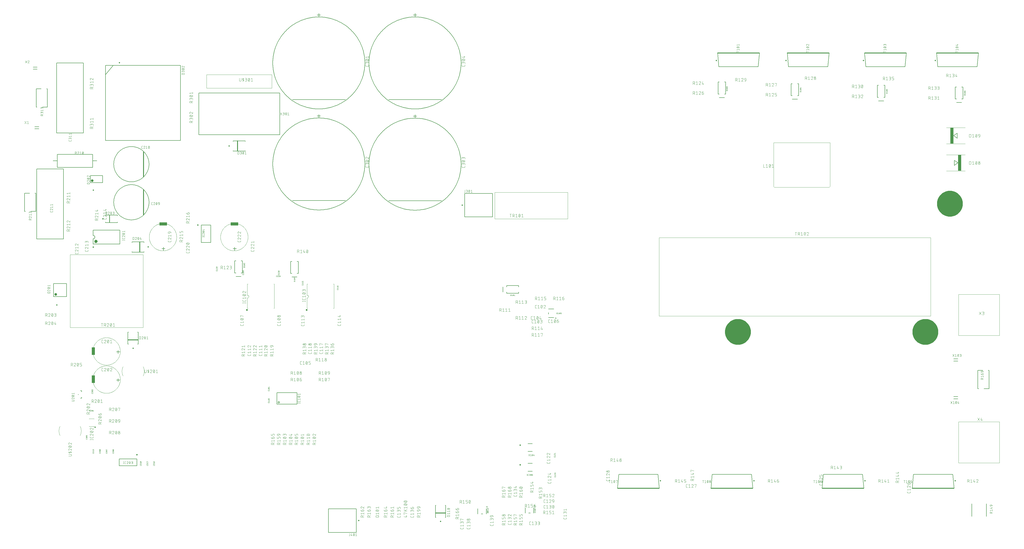
<source format=gbr>
G04 EAGLE Gerber RS-274X export*
G75*
%MOMM*%
%FSLAX34Y34*%
%LPD*%
%INSilkscreen Top*%
%IPPOS*%
%AMOC8*
5,1,8,0,0,1.08239X$1,22.5*%
G01*
%ADD10C,0.101600*%
%ADD11C,0.050800*%
%ADD12C,0.100000*%
%ADD13C,0.152400*%
%ADD14R,1.190000X3.000000*%
%ADD15C,0.300000*%
%ADD16C,0.150000*%
%ADD17C,0.076200*%
%ADD18R,3.000000X1.190000*%
%ADD19C,0.203200*%
%ADD20R,1.250000X6.200000*%
%ADD21C,0.500000*%
%ADD22C,0.400000*%
%ADD23C,0.250000*%
%ADD24C,0.200000*%
%ADD25C,0.025400*%
%ADD26C,0.600000*%
%ADD27C,0.254000*%
%ADD28C,1.000000*%
%ADD29C,5.000000*%
%ADD30C,0.127000*%


D10*
X1513078Y77778D02*
X1522166Y75182D01*
X1522166Y81673D01*
X1519569Y79726D02*
X1524762Y79726D01*
X1514376Y86612D02*
X1513078Y86612D01*
X1513078Y93103D01*
X1524762Y89858D01*
X1524762Y98592D02*
X1513078Y98592D01*
X1513078Y105083D02*
X1520218Y98592D01*
X1517622Y101189D02*
X1524762Y105083D01*
X1515674Y109472D02*
X1513078Y112717D01*
X1524762Y112717D01*
X1524762Y109472D02*
X1524762Y115963D01*
X1518920Y120902D02*
X1518690Y120905D01*
X1518460Y120913D01*
X1518231Y120927D01*
X1518002Y120946D01*
X1517773Y120971D01*
X1517545Y121001D01*
X1517318Y121036D01*
X1517092Y121077D01*
X1516867Y121123D01*
X1516643Y121175D01*
X1516420Y121232D01*
X1516199Y121294D01*
X1515979Y121362D01*
X1515761Y121435D01*
X1515545Y121513D01*
X1515331Y121596D01*
X1515119Y121684D01*
X1514908Y121777D01*
X1514701Y121876D01*
X1514701Y121875D02*
X1514611Y121908D01*
X1514522Y121944D01*
X1514434Y121984D01*
X1514349Y122028D01*
X1514265Y122075D01*
X1514183Y122125D01*
X1514103Y122179D01*
X1514026Y122235D01*
X1513950Y122295D01*
X1513877Y122358D01*
X1513807Y122423D01*
X1513739Y122492D01*
X1513675Y122563D01*
X1513613Y122636D01*
X1513554Y122712D01*
X1513498Y122790D01*
X1513445Y122871D01*
X1513396Y122953D01*
X1513350Y123037D01*
X1513307Y123124D01*
X1513268Y123211D01*
X1513232Y123301D01*
X1513200Y123391D01*
X1513172Y123483D01*
X1513147Y123576D01*
X1513126Y123670D01*
X1513109Y123764D01*
X1513095Y123859D01*
X1513086Y123955D01*
X1513080Y124051D01*
X1513078Y124147D01*
X1513080Y124243D01*
X1513086Y124339D01*
X1513095Y124435D01*
X1513109Y124530D01*
X1513126Y124624D01*
X1513147Y124718D01*
X1513172Y124811D01*
X1513200Y124903D01*
X1513232Y124993D01*
X1513268Y125083D01*
X1513307Y125171D01*
X1513350Y125257D01*
X1513396Y125341D01*
X1513445Y125423D01*
X1513498Y125504D01*
X1513554Y125582D01*
X1513613Y125658D01*
X1513675Y125731D01*
X1513739Y125802D01*
X1513807Y125871D01*
X1513877Y125936D01*
X1513950Y125999D01*
X1514026Y126059D01*
X1514103Y126115D01*
X1514183Y126169D01*
X1514265Y126219D01*
X1514349Y126266D01*
X1514434Y126310D01*
X1514522Y126350D01*
X1514611Y126386D01*
X1514701Y126419D01*
X1514908Y126518D01*
X1515119Y126611D01*
X1515331Y126699D01*
X1515545Y126782D01*
X1515761Y126860D01*
X1515979Y126933D01*
X1516199Y127001D01*
X1516420Y127063D01*
X1516643Y127120D01*
X1516867Y127172D01*
X1517092Y127218D01*
X1517318Y127259D01*
X1517545Y127294D01*
X1517773Y127324D01*
X1518002Y127349D01*
X1518231Y127368D01*
X1518460Y127382D01*
X1518690Y127390D01*
X1518920Y127393D01*
X1518920Y120902D02*
X1519150Y120905D01*
X1519380Y120913D01*
X1519609Y120927D01*
X1519838Y120946D01*
X1520067Y120971D01*
X1520295Y121001D01*
X1520522Y121036D01*
X1520748Y121077D01*
X1520973Y121123D01*
X1521197Y121175D01*
X1521420Y121232D01*
X1521641Y121294D01*
X1521861Y121362D01*
X1522079Y121435D01*
X1522295Y121513D01*
X1522509Y121596D01*
X1522721Y121684D01*
X1522932Y121777D01*
X1523139Y121876D01*
X1523139Y121875D02*
X1523229Y121908D01*
X1523318Y121944D01*
X1523406Y121985D01*
X1523491Y122028D01*
X1523575Y122075D01*
X1523657Y122125D01*
X1523737Y122179D01*
X1523814Y122235D01*
X1523890Y122295D01*
X1523963Y122358D01*
X1524033Y122423D01*
X1524101Y122492D01*
X1524165Y122563D01*
X1524227Y122636D01*
X1524286Y122712D01*
X1524342Y122790D01*
X1524395Y122871D01*
X1524444Y122953D01*
X1524490Y123037D01*
X1524533Y123124D01*
X1524572Y123211D01*
X1524608Y123301D01*
X1524640Y123391D01*
X1524668Y123483D01*
X1524693Y123576D01*
X1524714Y123670D01*
X1524731Y123764D01*
X1524745Y123859D01*
X1524754Y123955D01*
X1524760Y124051D01*
X1524762Y124147D01*
X1523139Y126419D02*
X1522932Y126518D01*
X1522721Y126611D01*
X1522509Y126699D01*
X1522295Y126782D01*
X1522079Y126860D01*
X1521861Y126933D01*
X1521641Y127001D01*
X1521420Y127063D01*
X1521197Y127120D01*
X1520973Y127172D01*
X1520748Y127218D01*
X1520522Y127259D01*
X1520295Y127294D01*
X1520067Y127324D01*
X1519838Y127349D01*
X1519609Y127368D01*
X1519380Y127382D01*
X1519150Y127390D01*
X1518920Y127393D01*
X1523139Y126419D02*
X1523229Y126386D01*
X1523318Y126350D01*
X1523406Y126310D01*
X1523491Y126266D01*
X1523575Y126219D01*
X1523657Y126169D01*
X1523737Y126115D01*
X1523814Y126059D01*
X1523890Y125999D01*
X1523963Y125936D01*
X1524033Y125871D01*
X1524101Y125802D01*
X1524165Y125731D01*
X1524227Y125658D01*
X1524286Y125582D01*
X1524342Y125504D01*
X1524395Y125423D01*
X1524444Y125341D01*
X1524490Y125257D01*
X1524533Y125170D01*
X1524572Y125083D01*
X1524608Y124993D01*
X1524640Y124903D01*
X1524668Y124811D01*
X1524693Y124718D01*
X1524714Y124624D01*
X1524731Y124530D01*
X1524745Y124435D01*
X1524754Y124339D01*
X1524760Y124243D01*
X1524762Y124147D01*
X1522166Y121551D02*
X1515674Y126744D01*
X1518920Y132331D02*
X1518690Y132334D01*
X1518460Y132342D01*
X1518231Y132356D01*
X1518002Y132375D01*
X1517773Y132400D01*
X1517545Y132430D01*
X1517318Y132465D01*
X1517092Y132506D01*
X1516867Y132552D01*
X1516643Y132604D01*
X1516420Y132661D01*
X1516199Y132723D01*
X1515979Y132791D01*
X1515761Y132864D01*
X1515545Y132942D01*
X1515331Y133025D01*
X1515119Y133113D01*
X1514908Y133206D01*
X1514701Y133305D01*
X1514611Y133338D01*
X1514522Y133374D01*
X1514434Y133414D01*
X1514349Y133458D01*
X1514265Y133505D01*
X1514183Y133555D01*
X1514103Y133609D01*
X1514026Y133665D01*
X1513950Y133725D01*
X1513877Y133788D01*
X1513807Y133853D01*
X1513739Y133922D01*
X1513675Y133993D01*
X1513613Y134066D01*
X1513554Y134142D01*
X1513498Y134220D01*
X1513445Y134301D01*
X1513396Y134383D01*
X1513350Y134467D01*
X1513307Y134554D01*
X1513268Y134641D01*
X1513232Y134731D01*
X1513200Y134821D01*
X1513172Y134913D01*
X1513147Y135006D01*
X1513126Y135100D01*
X1513109Y135194D01*
X1513095Y135289D01*
X1513086Y135385D01*
X1513080Y135481D01*
X1513078Y135577D01*
X1513080Y135673D01*
X1513086Y135769D01*
X1513095Y135865D01*
X1513109Y135960D01*
X1513126Y136054D01*
X1513147Y136148D01*
X1513172Y136241D01*
X1513200Y136333D01*
X1513232Y136423D01*
X1513268Y136513D01*
X1513307Y136601D01*
X1513350Y136687D01*
X1513396Y136771D01*
X1513445Y136853D01*
X1513498Y136934D01*
X1513554Y137012D01*
X1513613Y137088D01*
X1513675Y137161D01*
X1513739Y137232D01*
X1513807Y137301D01*
X1513877Y137366D01*
X1513950Y137429D01*
X1514026Y137489D01*
X1514103Y137545D01*
X1514183Y137599D01*
X1514265Y137649D01*
X1514349Y137696D01*
X1514434Y137740D01*
X1514522Y137780D01*
X1514611Y137816D01*
X1514701Y137849D01*
X1514908Y137948D01*
X1515119Y138041D01*
X1515331Y138129D01*
X1515545Y138212D01*
X1515761Y138290D01*
X1515979Y138363D01*
X1516199Y138431D01*
X1516420Y138493D01*
X1516643Y138550D01*
X1516867Y138602D01*
X1517092Y138648D01*
X1517318Y138689D01*
X1517545Y138724D01*
X1517773Y138754D01*
X1518002Y138779D01*
X1518231Y138798D01*
X1518460Y138812D01*
X1518690Y138820D01*
X1518920Y138823D01*
X1518920Y132332D02*
X1519150Y132335D01*
X1519380Y132343D01*
X1519609Y132357D01*
X1519838Y132376D01*
X1520067Y132401D01*
X1520295Y132431D01*
X1520522Y132466D01*
X1520748Y132507D01*
X1520973Y132553D01*
X1521197Y132605D01*
X1521420Y132662D01*
X1521641Y132724D01*
X1521861Y132792D01*
X1522079Y132865D01*
X1522295Y132943D01*
X1522509Y133026D01*
X1522721Y133114D01*
X1522932Y133207D01*
X1523139Y133306D01*
X1523139Y133305D02*
X1523229Y133338D01*
X1523318Y133374D01*
X1523406Y133415D01*
X1523491Y133458D01*
X1523575Y133505D01*
X1523657Y133555D01*
X1523737Y133609D01*
X1523814Y133665D01*
X1523890Y133725D01*
X1523963Y133788D01*
X1524033Y133853D01*
X1524101Y133922D01*
X1524165Y133993D01*
X1524227Y134066D01*
X1524286Y134142D01*
X1524342Y134220D01*
X1524395Y134301D01*
X1524444Y134383D01*
X1524490Y134467D01*
X1524533Y134554D01*
X1524572Y134641D01*
X1524608Y134731D01*
X1524640Y134821D01*
X1524668Y134913D01*
X1524693Y135006D01*
X1524714Y135100D01*
X1524731Y135194D01*
X1524745Y135289D01*
X1524754Y135385D01*
X1524760Y135481D01*
X1524762Y135577D01*
X1523139Y137849D02*
X1522932Y137948D01*
X1522721Y138041D01*
X1522509Y138129D01*
X1522295Y138212D01*
X1522079Y138290D01*
X1521861Y138363D01*
X1521641Y138431D01*
X1521420Y138493D01*
X1521197Y138550D01*
X1520973Y138602D01*
X1520748Y138648D01*
X1520522Y138689D01*
X1520295Y138724D01*
X1520067Y138754D01*
X1519838Y138779D01*
X1519609Y138798D01*
X1519380Y138812D01*
X1519150Y138820D01*
X1518920Y138823D01*
X1523139Y137849D02*
X1523229Y137816D01*
X1523318Y137780D01*
X1523406Y137740D01*
X1523491Y137696D01*
X1523575Y137649D01*
X1523657Y137599D01*
X1523737Y137545D01*
X1523814Y137489D01*
X1523890Y137429D01*
X1523963Y137366D01*
X1524033Y137301D01*
X1524101Y137232D01*
X1524165Y137161D01*
X1524227Y137088D01*
X1524286Y137012D01*
X1524342Y136934D01*
X1524395Y136853D01*
X1524444Y136771D01*
X1524490Y136687D01*
X1524533Y136600D01*
X1524572Y136513D01*
X1524608Y136423D01*
X1524640Y136333D01*
X1524668Y136241D01*
X1524693Y136148D01*
X1524714Y136054D01*
X1524731Y135960D01*
X1524745Y135865D01*
X1524754Y135769D01*
X1524760Y135673D01*
X1524762Y135577D01*
X1522166Y132981D02*
X1515674Y138174D01*
D11*
X997853Y560952D02*
X997853Y561968D01*
X997853Y560952D02*
X997851Y560891D01*
X997846Y560830D01*
X997836Y560769D01*
X997823Y560709D01*
X997807Y560650D01*
X997787Y560592D01*
X997763Y560535D01*
X997737Y560480D01*
X997706Y560426D01*
X997673Y560375D01*
X997637Y560325D01*
X997597Y560278D01*
X997555Y560234D01*
X997511Y560192D01*
X997464Y560152D01*
X997414Y560116D01*
X997363Y560083D01*
X997309Y560052D01*
X997254Y560026D01*
X997197Y560002D01*
X997139Y559982D01*
X997080Y559966D01*
X997020Y559953D01*
X996959Y559943D01*
X996898Y559938D01*
X996837Y559936D01*
X994297Y559936D01*
X994236Y559938D01*
X994175Y559943D01*
X994114Y559953D01*
X994054Y559966D01*
X993995Y559982D01*
X993937Y560002D01*
X993880Y560026D01*
X993825Y560052D01*
X993771Y560083D01*
X993720Y560116D01*
X993670Y560152D01*
X993623Y560192D01*
X993579Y560234D01*
X993537Y560278D01*
X993497Y560325D01*
X993461Y560375D01*
X993428Y560426D01*
X993397Y560480D01*
X993371Y560535D01*
X993347Y560592D01*
X993327Y560650D01*
X993311Y560709D01*
X993298Y560769D01*
X993288Y560830D01*
X993283Y560891D01*
X993281Y560952D01*
X993281Y561968D01*
X994297Y563760D02*
X993281Y565030D01*
X997853Y565030D01*
X997853Y563760D02*
X997853Y566300D01*
X995567Y568332D02*
X995445Y568334D01*
X995323Y568340D01*
X995201Y568350D01*
X995080Y568364D01*
X994959Y568381D01*
X994839Y568403D01*
X994720Y568428D01*
X994601Y568458D01*
X994484Y568491D01*
X994367Y568528D01*
X994252Y568569D01*
X994139Y568613D01*
X994026Y568661D01*
X993916Y568713D01*
X993862Y568733D01*
X993808Y568757D01*
X993757Y568785D01*
X993707Y568815D01*
X993659Y568848D01*
X993614Y568885D01*
X993570Y568924D01*
X993530Y568965D01*
X993491Y569009D01*
X993456Y569056D01*
X993424Y569104D01*
X993394Y569154D01*
X993368Y569207D01*
X993345Y569260D01*
X993326Y569315D01*
X993310Y569371D01*
X993297Y569428D01*
X993288Y569486D01*
X993283Y569544D01*
X993281Y569602D01*
X993283Y569660D01*
X993288Y569718D01*
X993297Y569776D01*
X993310Y569833D01*
X993326Y569889D01*
X993345Y569944D01*
X993368Y569997D01*
X993394Y570050D01*
X993424Y570100D01*
X993456Y570148D01*
X993491Y570195D01*
X993530Y570239D01*
X993570Y570280D01*
X993614Y570319D01*
X993659Y570356D01*
X993707Y570389D01*
X993757Y570419D01*
X993808Y570447D01*
X993862Y570471D01*
X993916Y570491D01*
X993916Y570492D02*
X994026Y570544D01*
X994139Y570592D01*
X994252Y570636D01*
X994367Y570677D01*
X994484Y570714D01*
X994601Y570747D01*
X994720Y570777D01*
X994839Y570802D01*
X994959Y570824D01*
X995080Y570841D01*
X995201Y570855D01*
X995323Y570865D01*
X995445Y570871D01*
X995567Y570873D01*
X995567Y568332D02*
X995689Y568334D01*
X995811Y568340D01*
X995933Y568350D01*
X996054Y568364D01*
X996175Y568381D01*
X996295Y568403D01*
X996414Y568428D01*
X996533Y568458D01*
X996650Y568491D01*
X996767Y568528D01*
X996882Y568569D01*
X996995Y568613D01*
X997108Y568661D01*
X997218Y568713D01*
X997272Y568733D01*
X997326Y568757D01*
X997377Y568785D01*
X997427Y568815D01*
X997475Y568848D01*
X997520Y568885D01*
X997564Y568924D01*
X997604Y568965D01*
X997643Y569009D01*
X997678Y569056D01*
X997710Y569104D01*
X997740Y569154D01*
X997766Y569207D01*
X997789Y569260D01*
X997808Y569315D01*
X997824Y569371D01*
X997837Y569428D01*
X997846Y569486D01*
X997851Y569544D01*
X997853Y569602D01*
X997218Y570492D02*
X997108Y570544D01*
X996995Y570592D01*
X996882Y570636D01*
X996767Y570677D01*
X996650Y570714D01*
X996533Y570747D01*
X996414Y570777D01*
X996295Y570802D01*
X996175Y570824D01*
X996054Y570841D01*
X995933Y570855D01*
X995811Y570865D01*
X995689Y570871D01*
X995567Y570873D01*
X997218Y570491D02*
X997272Y570471D01*
X997326Y570447D01*
X997377Y570419D01*
X997427Y570389D01*
X997475Y570356D01*
X997520Y570319D01*
X997564Y570280D01*
X997604Y570239D01*
X997643Y570195D01*
X997678Y570148D01*
X997710Y570100D01*
X997740Y570050D01*
X997766Y569997D01*
X997789Y569944D01*
X997808Y569889D01*
X997824Y569833D01*
X997837Y569776D01*
X997846Y569718D01*
X997851Y569660D01*
X997853Y569602D01*
X996837Y568586D02*
X994297Y570618D01*
X994297Y572904D02*
X993281Y574174D01*
X997853Y574174D01*
X997853Y572904D02*
X997853Y575444D01*
D10*
X2018338Y876808D02*
X2020935Y876808D01*
X2018338Y876808D02*
X2018239Y876810D01*
X2018139Y876816D01*
X2018040Y876825D01*
X2017942Y876838D01*
X2017844Y876855D01*
X2017746Y876876D01*
X2017650Y876901D01*
X2017555Y876929D01*
X2017461Y876961D01*
X2017368Y876996D01*
X2017276Y877035D01*
X2017186Y877078D01*
X2017098Y877123D01*
X2017011Y877173D01*
X2016927Y877225D01*
X2016844Y877281D01*
X2016764Y877339D01*
X2016686Y877401D01*
X2016611Y877466D01*
X2016538Y877534D01*
X2016468Y877604D01*
X2016400Y877677D01*
X2016335Y877752D01*
X2016273Y877830D01*
X2016215Y877910D01*
X2016159Y877993D01*
X2016107Y878077D01*
X2016057Y878164D01*
X2016012Y878252D01*
X2015969Y878342D01*
X2015930Y878434D01*
X2015895Y878527D01*
X2015863Y878621D01*
X2015835Y878716D01*
X2015810Y878812D01*
X2015789Y878910D01*
X2015772Y879008D01*
X2015759Y879106D01*
X2015750Y879205D01*
X2015744Y879305D01*
X2015742Y879404D01*
X2015742Y885896D01*
X2015744Y885995D01*
X2015750Y886095D01*
X2015759Y886194D01*
X2015772Y886292D01*
X2015789Y886390D01*
X2015810Y886488D01*
X2015835Y886584D01*
X2015863Y886679D01*
X2015895Y886773D01*
X2015930Y886866D01*
X2015969Y886958D01*
X2016012Y887048D01*
X2016057Y887136D01*
X2016107Y887223D01*
X2016159Y887307D01*
X2016215Y887390D01*
X2016273Y887470D01*
X2016335Y887548D01*
X2016400Y887623D01*
X2016468Y887696D01*
X2016538Y887766D01*
X2016611Y887834D01*
X2016686Y887899D01*
X2016764Y887961D01*
X2016844Y888019D01*
X2016927Y888075D01*
X2017011Y888127D01*
X2017098Y888177D01*
X2017186Y888222D01*
X2017276Y888265D01*
X2017368Y888304D01*
X2017460Y888339D01*
X2017555Y888371D01*
X2017650Y888399D01*
X2017746Y888424D01*
X2017844Y888445D01*
X2017942Y888462D01*
X2018040Y888475D01*
X2018139Y888484D01*
X2018239Y888490D01*
X2018338Y888492D01*
X2020935Y888492D01*
X2025300Y885896D02*
X2028546Y888492D01*
X2028546Y876808D01*
X2031791Y876808D02*
X2025300Y876808D01*
X2036731Y882650D02*
X2036734Y882880D01*
X2036742Y883110D01*
X2036756Y883339D01*
X2036775Y883568D01*
X2036800Y883797D01*
X2036830Y884024D01*
X2036865Y884252D01*
X2036906Y884478D01*
X2036952Y884703D01*
X2037004Y884927D01*
X2037061Y885149D01*
X2037123Y885371D01*
X2037191Y885590D01*
X2037264Y885808D01*
X2037342Y886025D01*
X2037425Y886239D01*
X2037513Y886451D01*
X2037606Y886661D01*
X2037705Y886869D01*
X2037704Y886869D02*
X2037737Y886959D01*
X2037773Y887048D01*
X2037813Y887136D01*
X2037857Y887221D01*
X2037904Y887305D01*
X2037954Y887387D01*
X2038008Y887467D01*
X2038064Y887544D01*
X2038124Y887620D01*
X2038187Y887693D01*
X2038252Y887763D01*
X2038321Y887831D01*
X2038392Y887895D01*
X2038465Y887957D01*
X2038541Y888016D01*
X2038619Y888072D01*
X2038700Y888125D01*
X2038782Y888174D01*
X2038866Y888220D01*
X2038953Y888263D01*
X2039040Y888302D01*
X2039130Y888338D01*
X2039220Y888370D01*
X2039312Y888398D01*
X2039405Y888423D01*
X2039499Y888444D01*
X2039593Y888461D01*
X2039688Y888475D01*
X2039784Y888484D01*
X2039880Y888490D01*
X2039976Y888492D01*
X2040072Y888490D01*
X2040168Y888484D01*
X2040264Y888475D01*
X2040359Y888461D01*
X2040453Y888444D01*
X2040547Y888423D01*
X2040640Y888398D01*
X2040732Y888370D01*
X2040822Y888338D01*
X2040912Y888302D01*
X2040999Y888263D01*
X2041086Y888220D01*
X2041170Y888174D01*
X2041252Y888125D01*
X2041333Y888072D01*
X2041411Y888016D01*
X2041487Y887957D01*
X2041560Y887895D01*
X2041631Y887831D01*
X2041700Y887763D01*
X2041765Y887693D01*
X2041828Y887620D01*
X2041888Y887544D01*
X2041944Y887467D01*
X2041998Y887387D01*
X2042048Y887305D01*
X2042095Y887221D01*
X2042139Y887136D01*
X2042179Y887048D01*
X2042215Y886959D01*
X2042248Y886869D01*
X2042347Y886662D01*
X2042440Y886452D01*
X2042528Y886239D01*
X2042611Y886025D01*
X2042689Y885809D01*
X2042762Y885591D01*
X2042830Y885371D01*
X2042892Y885150D01*
X2042949Y884927D01*
X2043001Y884703D01*
X2043047Y884478D01*
X2043088Y884252D01*
X2043123Y884025D01*
X2043153Y883797D01*
X2043178Y883568D01*
X2043197Y883339D01*
X2043211Y883110D01*
X2043219Y882880D01*
X2043222Y882650D01*
X2036730Y882650D02*
X2036733Y882420D01*
X2036741Y882190D01*
X2036755Y881961D01*
X2036774Y881732D01*
X2036799Y881503D01*
X2036829Y881275D01*
X2036864Y881048D01*
X2036905Y880822D01*
X2036951Y880597D01*
X2037003Y880373D01*
X2037060Y880150D01*
X2037122Y879929D01*
X2037190Y879709D01*
X2037263Y879491D01*
X2037341Y879275D01*
X2037424Y879061D01*
X2037512Y878849D01*
X2037605Y878638D01*
X2037704Y878431D01*
X2037737Y878341D01*
X2037773Y878252D01*
X2037814Y878164D01*
X2037857Y878079D01*
X2037904Y877995D01*
X2037954Y877913D01*
X2038008Y877833D01*
X2038064Y877756D01*
X2038124Y877680D01*
X2038187Y877607D01*
X2038252Y877537D01*
X2038321Y877469D01*
X2038392Y877405D01*
X2038465Y877343D01*
X2038541Y877284D01*
X2038619Y877228D01*
X2038700Y877175D01*
X2038782Y877126D01*
X2038866Y877080D01*
X2038953Y877037D01*
X2039040Y876998D01*
X2039130Y876962D01*
X2039220Y876930D01*
X2039312Y876902D01*
X2039405Y876877D01*
X2039499Y876856D01*
X2039593Y876839D01*
X2039688Y876825D01*
X2039784Y876816D01*
X2039880Y876810D01*
X2039976Y876808D01*
X2042248Y878431D02*
X2042347Y878638D01*
X2042440Y878849D01*
X2042528Y879061D01*
X2042611Y879275D01*
X2042689Y879491D01*
X2042762Y879709D01*
X2042830Y879929D01*
X2042892Y880150D01*
X2042949Y880373D01*
X2043001Y880597D01*
X2043047Y880822D01*
X2043088Y881048D01*
X2043123Y881275D01*
X2043153Y881503D01*
X2043178Y881732D01*
X2043197Y881961D01*
X2043211Y882190D01*
X2043219Y882420D01*
X2043222Y882650D01*
X2042248Y878431D02*
X2042215Y878341D01*
X2042179Y878252D01*
X2042139Y878164D01*
X2042095Y878079D01*
X2042048Y877995D01*
X2041998Y877913D01*
X2041944Y877833D01*
X2041888Y877756D01*
X2041828Y877680D01*
X2041765Y877607D01*
X2041700Y877537D01*
X2041631Y877469D01*
X2041560Y877405D01*
X2041487Y877343D01*
X2041411Y877284D01*
X2041333Y877228D01*
X2041252Y877175D01*
X2041170Y877126D01*
X2041086Y877080D01*
X2040999Y877037D01*
X2040912Y876998D01*
X2040822Y876962D01*
X2040732Y876930D01*
X2040640Y876902D01*
X2040547Y876877D01*
X2040453Y876856D01*
X2040359Y876839D01*
X2040264Y876825D01*
X2040168Y876816D01*
X2040072Y876810D01*
X2039976Y876808D01*
X2037379Y879404D02*
X2042572Y885896D01*
X2051730Y888492D02*
X2051837Y888490D01*
X2051943Y888484D01*
X2052049Y888474D01*
X2052155Y888461D01*
X2052261Y888443D01*
X2052365Y888422D01*
X2052469Y888397D01*
X2052572Y888368D01*
X2052673Y888336D01*
X2052773Y888299D01*
X2052872Y888259D01*
X2052970Y888216D01*
X2053066Y888169D01*
X2053160Y888118D01*
X2053252Y888064D01*
X2053342Y888007D01*
X2053430Y887947D01*
X2053515Y887883D01*
X2053598Y887816D01*
X2053679Y887746D01*
X2053757Y887674D01*
X2053833Y887598D01*
X2053905Y887520D01*
X2053975Y887439D01*
X2054042Y887356D01*
X2054106Y887271D01*
X2054166Y887183D01*
X2054223Y887093D01*
X2054277Y887001D01*
X2054328Y886907D01*
X2054375Y886811D01*
X2054418Y886713D01*
X2054458Y886614D01*
X2054495Y886514D01*
X2054527Y886413D01*
X2054556Y886310D01*
X2054581Y886206D01*
X2054602Y886102D01*
X2054620Y885996D01*
X2054633Y885890D01*
X2054643Y885784D01*
X2054649Y885678D01*
X2054651Y885571D01*
X2051730Y888492D02*
X2051609Y888490D01*
X2051488Y888484D01*
X2051368Y888474D01*
X2051247Y888461D01*
X2051128Y888443D01*
X2051008Y888422D01*
X2050890Y888397D01*
X2050773Y888368D01*
X2050656Y888335D01*
X2050541Y888299D01*
X2050427Y888258D01*
X2050314Y888215D01*
X2050202Y888167D01*
X2050093Y888116D01*
X2049985Y888061D01*
X2049878Y888003D01*
X2049774Y887942D01*
X2049672Y887877D01*
X2049572Y887809D01*
X2049474Y887738D01*
X2049378Y887664D01*
X2049285Y887587D01*
X2049195Y887506D01*
X2049107Y887423D01*
X2049022Y887337D01*
X2048939Y887248D01*
X2048860Y887157D01*
X2048783Y887063D01*
X2048710Y886967D01*
X2048640Y886869D01*
X2048573Y886768D01*
X2048509Y886665D01*
X2048449Y886560D01*
X2048392Y886453D01*
X2048338Y886345D01*
X2048288Y886235D01*
X2048242Y886123D01*
X2048199Y886010D01*
X2048160Y885895D01*
X2053678Y883299D02*
X2053757Y883376D01*
X2053833Y883457D01*
X2053906Y883540D01*
X2053976Y883625D01*
X2054043Y883713D01*
X2054107Y883803D01*
X2054167Y883895D01*
X2054224Y883990D01*
X2054278Y884086D01*
X2054329Y884184D01*
X2054376Y884284D01*
X2054420Y884386D01*
X2054460Y884489D01*
X2054496Y884593D01*
X2054528Y884699D01*
X2054557Y884805D01*
X2054582Y884913D01*
X2054604Y885021D01*
X2054621Y885131D01*
X2054635Y885240D01*
X2054644Y885350D01*
X2054650Y885461D01*
X2054652Y885571D01*
X2053678Y883299D02*
X2048160Y876808D01*
X2054651Y876808D01*
X2008235Y819658D02*
X2005638Y819658D01*
X2005539Y819660D01*
X2005439Y819666D01*
X2005340Y819675D01*
X2005242Y819688D01*
X2005144Y819705D01*
X2005046Y819726D01*
X2004950Y819751D01*
X2004855Y819779D01*
X2004761Y819811D01*
X2004668Y819846D01*
X2004576Y819885D01*
X2004486Y819928D01*
X2004398Y819973D01*
X2004311Y820023D01*
X2004227Y820075D01*
X2004144Y820131D01*
X2004064Y820189D01*
X2003986Y820251D01*
X2003911Y820316D01*
X2003838Y820384D01*
X2003768Y820454D01*
X2003700Y820527D01*
X2003635Y820602D01*
X2003573Y820680D01*
X2003515Y820760D01*
X2003459Y820843D01*
X2003407Y820927D01*
X2003357Y821014D01*
X2003312Y821102D01*
X2003269Y821192D01*
X2003230Y821284D01*
X2003195Y821377D01*
X2003163Y821471D01*
X2003135Y821566D01*
X2003110Y821662D01*
X2003089Y821760D01*
X2003072Y821858D01*
X2003059Y821956D01*
X2003050Y822055D01*
X2003044Y822155D01*
X2003042Y822254D01*
X2003042Y828746D01*
X2003044Y828845D01*
X2003050Y828945D01*
X2003059Y829044D01*
X2003072Y829142D01*
X2003089Y829240D01*
X2003110Y829338D01*
X2003135Y829434D01*
X2003163Y829529D01*
X2003195Y829623D01*
X2003230Y829716D01*
X2003269Y829808D01*
X2003312Y829898D01*
X2003357Y829986D01*
X2003407Y830073D01*
X2003459Y830157D01*
X2003515Y830240D01*
X2003573Y830320D01*
X2003635Y830398D01*
X2003700Y830473D01*
X2003768Y830546D01*
X2003838Y830616D01*
X2003911Y830684D01*
X2003986Y830749D01*
X2004064Y830811D01*
X2004144Y830869D01*
X2004227Y830925D01*
X2004311Y830977D01*
X2004398Y831027D01*
X2004486Y831072D01*
X2004576Y831115D01*
X2004668Y831154D01*
X2004760Y831189D01*
X2004855Y831221D01*
X2004950Y831249D01*
X2005046Y831274D01*
X2005144Y831295D01*
X2005242Y831312D01*
X2005340Y831325D01*
X2005439Y831334D01*
X2005539Y831340D01*
X2005638Y831342D01*
X2008235Y831342D01*
X2012600Y828746D02*
X2015846Y831342D01*
X2015846Y819658D01*
X2019091Y819658D02*
X2012600Y819658D01*
X2024031Y825500D02*
X2024034Y825730D01*
X2024042Y825960D01*
X2024056Y826189D01*
X2024075Y826418D01*
X2024100Y826647D01*
X2024130Y826874D01*
X2024165Y827102D01*
X2024206Y827328D01*
X2024252Y827553D01*
X2024304Y827777D01*
X2024361Y827999D01*
X2024423Y828221D01*
X2024491Y828440D01*
X2024564Y828658D01*
X2024642Y828875D01*
X2024725Y829089D01*
X2024813Y829301D01*
X2024906Y829511D01*
X2025005Y829719D01*
X2025004Y829719D02*
X2025037Y829809D01*
X2025073Y829898D01*
X2025113Y829986D01*
X2025157Y830071D01*
X2025204Y830155D01*
X2025254Y830237D01*
X2025308Y830317D01*
X2025364Y830394D01*
X2025424Y830470D01*
X2025487Y830543D01*
X2025552Y830613D01*
X2025621Y830681D01*
X2025692Y830745D01*
X2025765Y830807D01*
X2025841Y830866D01*
X2025919Y830922D01*
X2026000Y830975D01*
X2026082Y831024D01*
X2026166Y831070D01*
X2026253Y831113D01*
X2026340Y831152D01*
X2026430Y831188D01*
X2026520Y831220D01*
X2026612Y831248D01*
X2026705Y831273D01*
X2026799Y831294D01*
X2026893Y831311D01*
X2026988Y831325D01*
X2027084Y831334D01*
X2027180Y831340D01*
X2027276Y831342D01*
X2027372Y831340D01*
X2027468Y831334D01*
X2027564Y831325D01*
X2027659Y831311D01*
X2027753Y831294D01*
X2027847Y831273D01*
X2027940Y831248D01*
X2028032Y831220D01*
X2028122Y831188D01*
X2028212Y831152D01*
X2028299Y831113D01*
X2028386Y831070D01*
X2028470Y831024D01*
X2028552Y830975D01*
X2028633Y830922D01*
X2028711Y830866D01*
X2028787Y830807D01*
X2028860Y830745D01*
X2028931Y830681D01*
X2029000Y830613D01*
X2029065Y830543D01*
X2029128Y830470D01*
X2029188Y830394D01*
X2029244Y830317D01*
X2029298Y830237D01*
X2029348Y830155D01*
X2029395Y830071D01*
X2029439Y829986D01*
X2029479Y829898D01*
X2029515Y829809D01*
X2029548Y829719D01*
X2029647Y829512D01*
X2029740Y829302D01*
X2029828Y829089D01*
X2029911Y828875D01*
X2029989Y828659D01*
X2030062Y828441D01*
X2030130Y828221D01*
X2030192Y828000D01*
X2030249Y827777D01*
X2030301Y827553D01*
X2030347Y827328D01*
X2030388Y827102D01*
X2030423Y826875D01*
X2030453Y826647D01*
X2030478Y826418D01*
X2030497Y826189D01*
X2030511Y825960D01*
X2030519Y825730D01*
X2030522Y825500D01*
X2024030Y825500D02*
X2024033Y825270D01*
X2024041Y825040D01*
X2024055Y824811D01*
X2024074Y824582D01*
X2024099Y824353D01*
X2024129Y824125D01*
X2024164Y823898D01*
X2024205Y823672D01*
X2024251Y823447D01*
X2024303Y823223D01*
X2024360Y823000D01*
X2024422Y822779D01*
X2024490Y822559D01*
X2024563Y822341D01*
X2024641Y822125D01*
X2024724Y821911D01*
X2024812Y821699D01*
X2024905Y821488D01*
X2025004Y821281D01*
X2025037Y821191D01*
X2025073Y821102D01*
X2025114Y821014D01*
X2025157Y820929D01*
X2025204Y820845D01*
X2025254Y820763D01*
X2025308Y820683D01*
X2025364Y820606D01*
X2025424Y820530D01*
X2025487Y820457D01*
X2025552Y820387D01*
X2025621Y820319D01*
X2025692Y820255D01*
X2025765Y820193D01*
X2025841Y820134D01*
X2025919Y820078D01*
X2026000Y820025D01*
X2026082Y819976D01*
X2026166Y819930D01*
X2026253Y819887D01*
X2026340Y819848D01*
X2026430Y819812D01*
X2026520Y819780D01*
X2026612Y819752D01*
X2026705Y819727D01*
X2026799Y819706D01*
X2026893Y819689D01*
X2026988Y819675D01*
X2027084Y819666D01*
X2027180Y819660D01*
X2027276Y819658D01*
X2029548Y821281D02*
X2029647Y821488D01*
X2029740Y821699D01*
X2029828Y821911D01*
X2029911Y822125D01*
X2029989Y822341D01*
X2030062Y822559D01*
X2030130Y822779D01*
X2030192Y823000D01*
X2030249Y823223D01*
X2030301Y823447D01*
X2030347Y823672D01*
X2030388Y823898D01*
X2030423Y824125D01*
X2030453Y824353D01*
X2030478Y824582D01*
X2030497Y824811D01*
X2030511Y825040D01*
X2030519Y825270D01*
X2030522Y825500D01*
X2029548Y821281D02*
X2029515Y821191D01*
X2029479Y821102D01*
X2029439Y821014D01*
X2029395Y820929D01*
X2029348Y820845D01*
X2029298Y820763D01*
X2029244Y820683D01*
X2029188Y820606D01*
X2029128Y820530D01*
X2029065Y820457D01*
X2029000Y820387D01*
X2028931Y820319D01*
X2028860Y820255D01*
X2028787Y820193D01*
X2028711Y820134D01*
X2028633Y820078D01*
X2028552Y820025D01*
X2028470Y819976D01*
X2028386Y819930D01*
X2028299Y819887D01*
X2028212Y819848D01*
X2028122Y819812D01*
X2028032Y819780D01*
X2027940Y819752D01*
X2027847Y819727D01*
X2027753Y819706D01*
X2027659Y819689D01*
X2027564Y819675D01*
X2027468Y819666D01*
X2027372Y819660D01*
X2027276Y819658D01*
X2024679Y822254D02*
X2029872Y828746D01*
X2035460Y819658D02*
X2038706Y819658D01*
X2038819Y819660D01*
X2038932Y819666D01*
X2039045Y819676D01*
X2039158Y819690D01*
X2039270Y819707D01*
X2039381Y819729D01*
X2039491Y819754D01*
X2039601Y819784D01*
X2039709Y819817D01*
X2039816Y819854D01*
X2039922Y819894D01*
X2040026Y819939D01*
X2040129Y819987D01*
X2040230Y820038D01*
X2040329Y820093D01*
X2040426Y820151D01*
X2040521Y820213D01*
X2040614Y820278D01*
X2040704Y820346D01*
X2040792Y820417D01*
X2040878Y820492D01*
X2040961Y820569D01*
X2041041Y820649D01*
X2041118Y820732D01*
X2041193Y820818D01*
X2041264Y820906D01*
X2041332Y820996D01*
X2041397Y821089D01*
X2041459Y821184D01*
X2041517Y821281D01*
X2041572Y821380D01*
X2041623Y821481D01*
X2041671Y821584D01*
X2041716Y821688D01*
X2041756Y821794D01*
X2041793Y821901D01*
X2041826Y822009D01*
X2041856Y822119D01*
X2041881Y822229D01*
X2041903Y822340D01*
X2041920Y822452D01*
X2041934Y822565D01*
X2041944Y822678D01*
X2041950Y822791D01*
X2041952Y822904D01*
X2041950Y823017D01*
X2041944Y823130D01*
X2041934Y823243D01*
X2041920Y823356D01*
X2041903Y823468D01*
X2041881Y823579D01*
X2041856Y823689D01*
X2041826Y823799D01*
X2041793Y823907D01*
X2041756Y824014D01*
X2041716Y824120D01*
X2041671Y824224D01*
X2041623Y824327D01*
X2041572Y824428D01*
X2041517Y824527D01*
X2041459Y824624D01*
X2041397Y824719D01*
X2041332Y824812D01*
X2041264Y824902D01*
X2041193Y824990D01*
X2041118Y825076D01*
X2041041Y825159D01*
X2040961Y825239D01*
X2040878Y825316D01*
X2040792Y825391D01*
X2040704Y825462D01*
X2040614Y825530D01*
X2040521Y825595D01*
X2040426Y825657D01*
X2040329Y825715D01*
X2040230Y825770D01*
X2040129Y825821D01*
X2040026Y825869D01*
X2039922Y825914D01*
X2039816Y825954D01*
X2039709Y825991D01*
X2039601Y826024D01*
X2039491Y826054D01*
X2039381Y826079D01*
X2039270Y826101D01*
X2039158Y826118D01*
X2039045Y826132D01*
X2038932Y826142D01*
X2038819Y826148D01*
X2038706Y826150D01*
X2039355Y831342D02*
X2035460Y831342D01*
X2039355Y831342D02*
X2039456Y831340D01*
X2039556Y831334D01*
X2039656Y831324D01*
X2039756Y831311D01*
X2039855Y831293D01*
X2039954Y831272D01*
X2040051Y831247D01*
X2040148Y831218D01*
X2040243Y831185D01*
X2040337Y831149D01*
X2040429Y831109D01*
X2040520Y831066D01*
X2040609Y831019D01*
X2040696Y830969D01*
X2040782Y830915D01*
X2040865Y830858D01*
X2040945Y830798D01*
X2041024Y830735D01*
X2041100Y830668D01*
X2041173Y830599D01*
X2041243Y830527D01*
X2041311Y830453D01*
X2041376Y830376D01*
X2041437Y830296D01*
X2041496Y830214D01*
X2041551Y830130D01*
X2041603Y830044D01*
X2041652Y829956D01*
X2041697Y829866D01*
X2041739Y829774D01*
X2041777Y829681D01*
X2041811Y829586D01*
X2041842Y829491D01*
X2041869Y829394D01*
X2041892Y829296D01*
X2041912Y829197D01*
X2041927Y829097D01*
X2041939Y828997D01*
X2041947Y828897D01*
X2041951Y828796D01*
X2041951Y828696D01*
X2041947Y828595D01*
X2041939Y828495D01*
X2041927Y828395D01*
X2041912Y828295D01*
X2041892Y828196D01*
X2041869Y828098D01*
X2041842Y828001D01*
X2041811Y827906D01*
X2041777Y827811D01*
X2041739Y827718D01*
X2041697Y827626D01*
X2041652Y827536D01*
X2041603Y827448D01*
X2041551Y827362D01*
X2041496Y827278D01*
X2041437Y827196D01*
X2041376Y827116D01*
X2041311Y827039D01*
X2041243Y826965D01*
X2041173Y826893D01*
X2041100Y826824D01*
X2041024Y826757D01*
X2040945Y826694D01*
X2040865Y826634D01*
X2040782Y826577D01*
X2040696Y826523D01*
X2040609Y826473D01*
X2040520Y826426D01*
X2040429Y826383D01*
X2040337Y826343D01*
X2040243Y826307D01*
X2040148Y826274D01*
X2040051Y826245D01*
X2039954Y826220D01*
X2039855Y826199D01*
X2039756Y826181D01*
X2039656Y826168D01*
X2039556Y826158D01*
X2039456Y826152D01*
X2039355Y826150D01*
X2039355Y826149D02*
X2036758Y826149D01*
X2005038Y833704D02*
X2002442Y833704D01*
X2002343Y833706D01*
X2002243Y833712D01*
X2002144Y833721D01*
X2002046Y833734D01*
X2001948Y833751D01*
X2001850Y833772D01*
X2001754Y833797D01*
X2001659Y833825D01*
X2001565Y833857D01*
X2001472Y833892D01*
X2001380Y833931D01*
X2001290Y833974D01*
X2001202Y834019D01*
X2001115Y834069D01*
X2001031Y834121D01*
X2000948Y834177D01*
X2000868Y834235D01*
X2000790Y834297D01*
X2000715Y834362D01*
X2000642Y834430D01*
X2000572Y834500D01*
X2000504Y834573D01*
X2000439Y834648D01*
X2000377Y834726D01*
X2000319Y834806D01*
X2000263Y834889D01*
X2000211Y834973D01*
X2000161Y835060D01*
X2000116Y835148D01*
X2000073Y835238D01*
X2000034Y835330D01*
X1999999Y835423D01*
X1999967Y835517D01*
X1999939Y835612D01*
X1999914Y835708D01*
X1999893Y835806D01*
X1999876Y835904D01*
X1999863Y836002D01*
X1999854Y836101D01*
X1999848Y836201D01*
X1999846Y836300D01*
X1999845Y836300D02*
X1999845Y842792D01*
X1999846Y842792D02*
X1999848Y842891D01*
X1999854Y842991D01*
X1999863Y843090D01*
X1999876Y843188D01*
X1999893Y843286D01*
X1999914Y843384D01*
X1999939Y843480D01*
X1999967Y843575D01*
X1999999Y843669D01*
X2000034Y843762D01*
X2000073Y843854D01*
X2000116Y843944D01*
X2000161Y844032D01*
X2000211Y844119D01*
X2000263Y844203D01*
X2000319Y844286D01*
X2000377Y844366D01*
X2000439Y844444D01*
X2000504Y844519D01*
X2000572Y844592D01*
X2000642Y844662D01*
X2000715Y844730D01*
X2000790Y844795D01*
X2000868Y844857D01*
X2000948Y844915D01*
X2001031Y844971D01*
X2001115Y845023D01*
X2001202Y845073D01*
X2001290Y845118D01*
X2001380Y845161D01*
X2001472Y845200D01*
X2001564Y845235D01*
X2001659Y845267D01*
X2001754Y845295D01*
X2001850Y845320D01*
X2001948Y845341D01*
X2002046Y845358D01*
X2002144Y845371D01*
X2002243Y845380D01*
X2002343Y845386D01*
X2002442Y845388D01*
X2005038Y845388D01*
X2009404Y842792D02*
X2012649Y845388D01*
X2012649Y833704D01*
X2009404Y833704D02*
X2015895Y833704D01*
X2020834Y839546D02*
X2020837Y839776D01*
X2020845Y840006D01*
X2020859Y840235D01*
X2020878Y840464D01*
X2020903Y840693D01*
X2020933Y840920D01*
X2020968Y841148D01*
X2021009Y841374D01*
X2021055Y841599D01*
X2021107Y841823D01*
X2021164Y842045D01*
X2021226Y842267D01*
X2021294Y842486D01*
X2021367Y842704D01*
X2021445Y842921D01*
X2021528Y843135D01*
X2021616Y843347D01*
X2021709Y843557D01*
X2021808Y843765D01*
X2021807Y843765D02*
X2021840Y843855D01*
X2021876Y843944D01*
X2021916Y844032D01*
X2021960Y844117D01*
X2022007Y844201D01*
X2022057Y844283D01*
X2022111Y844363D01*
X2022167Y844440D01*
X2022227Y844516D01*
X2022290Y844589D01*
X2022355Y844659D01*
X2022424Y844727D01*
X2022495Y844791D01*
X2022568Y844853D01*
X2022644Y844912D01*
X2022722Y844968D01*
X2022803Y845021D01*
X2022885Y845070D01*
X2022969Y845116D01*
X2023056Y845159D01*
X2023143Y845198D01*
X2023233Y845234D01*
X2023323Y845266D01*
X2023415Y845294D01*
X2023508Y845319D01*
X2023602Y845340D01*
X2023696Y845357D01*
X2023791Y845371D01*
X2023887Y845380D01*
X2023983Y845386D01*
X2024079Y845388D01*
X2024175Y845386D01*
X2024271Y845380D01*
X2024367Y845371D01*
X2024462Y845357D01*
X2024556Y845340D01*
X2024650Y845319D01*
X2024743Y845294D01*
X2024835Y845266D01*
X2024925Y845234D01*
X2025015Y845198D01*
X2025102Y845159D01*
X2025189Y845116D01*
X2025273Y845070D01*
X2025355Y845021D01*
X2025436Y844968D01*
X2025514Y844912D01*
X2025590Y844853D01*
X2025663Y844791D01*
X2025734Y844727D01*
X2025803Y844659D01*
X2025868Y844589D01*
X2025931Y844516D01*
X2025991Y844440D01*
X2026047Y844363D01*
X2026101Y844283D01*
X2026151Y844201D01*
X2026198Y844117D01*
X2026242Y844032D01*
X2026282Y843944D01*
X2026318Y843855D01*
X2026351Y843765D01*
X2026450Y843558D01*
X2026543Y843348D01*
X2026631Y843135D01*
X2026714Y842921D01*
X2026792Y842705D01*
X2026865Y842487D01*
X2026933Y842267D01*
X2026995Y842046D01*
X2027052Y841823D01*
X2027104Y841599D01*
X2027150Y841374D01*
X2027191Y841148D01*
X2027226Y840921D01*
X2027256Y840693D01*
X2027281Y840464D01*
X2027300Y840235D01*
X2027314Y840006D01*
X2027322Y839776D01*
X2027325Y839546D01*
X2020833Y839546D02*
X2020836Y839316D01*
X2020844Y839086D01*
X2020858Y838857D01*
X2020877Y838628D01*
X2020902Y838399D01*
X2020932Y838171D01*
X2020967Y837944D01*
X2021008Y837718D01*
X2021054Y837493D01*
X2021106Y837269D01*
X2021163Y837046D01*
X2021225Y836825D01*
X2021293Y836605D01*
X2021366Y836387D01*
X2021444Y836171D01*
X2021527Y835957D01*
X2021615Y835745D01*
X2021708Y835534D01*
X2021807Y835327D01*
X2021840Y835237D01*
X2021876Y835148D01*
X2021917Y835060D01*
X2021960Y834975D01*
X2022007Y834891D01*
X2022057Y834809D01*
X2022111Y834729D01*
X2022167Y834652D01*
X2022227Y834576D01*
X2022290Y834503D01*
X2022355Y834433D01*
X2022424Y834365D01*
X2022495Y834301D01*
X2022568Y834239D01*
X2022644Y834180D01*
X2022722Y834124D01*
X2022803Y834071D01*
X2022885Y834022D01*
X2022969Y833976D01*
X2023056Y833933D01*
X2023143Y833894D01*
X2023233Y833858D01*
X2023323Y833826D01*
X2023415Y833798D01*
X2023508Y833773D01*
X2023602Y833752D01*
X2023696Y833735D01*
X2023791Y833721D01*
X2023887Y833712D01*
X2023983Y833706D01*
X2024079Y833704D01*
X2026351Y835327D02*
X2026450Y835534D01*
X2026543Y835745D01*
X2026631Y835957D01*
X2026714Y836171D01*
X2026792Y836387D01*
X2026865Y836605D01*
X2026933Y836825D01*
X2026995Y837046D01*
X2027052Y837269D01*
X2027104Y837493D01*
X2027150Y837718D01*
X2027191Y837944D01*
X2027226Y838171D01*
X2027256Y838399D01*
X2027281Y838628D01*
X2027300Y838857D01*
X2027314Y839086D01*
X2027322Y839316D01*
X2027325Y839546D01*
X2026351Y835327D02*
X2026318Y835237D01*
X2026282Y835148D01*
X2026242Y835060D01*
X2026198Y834975D01*
X2026151Y834891D01*
X2026101Y834809D01*
X2026047Y834729D01*
X2025991Y834652D01*
X2025931Y834576D01*
X2025868Y834503D01*
X2025803Y834433D01*
X2025734Y834365D01*
X2025663Y834301D01*
X2025590Y834239D01*
X2025514Y834180D01*
X2025436Y834124D01*
X2025355Y834071D01*
X2025273Y834022D01*
X2025189Y833976D01*
X2025102Y833933D01*
X2025015Y833894D01*
X2024925Y833858D01*
X2024835Y833826D01*
X2024743Y833798D01*
X2024650Y833773D01*
X2024556Y833752D01*
X2024462Y833735D01*
X2024367Y833721D01*
X2024271Y833712D01*
X2024175Y833706D01*
X2024079Y833704D01*
X2021483Y836300D02*
X2026676Y842792D01*
X2032264Y836300D02*
X2034860Y845388D01*
X2032264Y836300D02*
X2038755Y836300D01*
X2036807Y833704D02*
X2036807Y838897D01*
X1121476Y661203D02*
X1118879Y661203D01*
X1118780Y661205D01*
X1118680Y661211D01*
X1118581Y661220D01*
X1118483Y661233D01*
X1118385Y661250D01*
X1118287Y661271D01*
X1118191Y661296D01*
X1118096Y661324D01*
X1118002Y661356D01*
X1117909Y661391D01*
X1117817Y661430D01*
X1117727Y661473D01*
X1117639Y661518D01*
X1117552Y661568D01*
X1117468Y661620D01*
X1117385Y661676D01*
X1117305Y661734D01*
X1117227Y661796D01*
X1117152Y661861D01*
X1117079Y661929D01*
X1117009Y661999D01*
X1116941Y662072D01*
X1116876Y662147D01*
X1116814Y662225D01*
X1116756Y662305D01*
X1116700Y662388D01*
X1116648Y662472D01*
X1116598Y662559D01*
X1116553Y662647D01*
X1116510Y662737D01*
X1116471Y662829D01*
X1116436Y662922D01*
X1116404Y663016D01*
X1116376Y663111D01*
X1116351Y663207D01*
X1116330Y663305D01*
X1116313Y663403D01*
X1116300Y663501D01*
X1116291Y663600D01*
X1116285Y663700D01*
X1116283Y663799D01*
X1116283Y670290D01*
X1116285Y670389D01*
X1116291Y670489D01*
X1116300Y670588D01*
X1116313Y670686D01*
X1116330Y670784D01*
X1116351Y670882D01*
X1116376Y670978D01*
X1116404Y671073D01*
X1116436Y671167D01*
X1116471Y671260D01*
X1116510Y671352D01*
X1116553Y671442D01*
X1116598Y671530D01*
X1116648Y671617D01*
X1116700Y671701D01*
X1116756Y671784D01*
X1116814Y671864D01*
X1116876Y671942D01*
X1116941Y672017D01*
X1117009Y672090D01*
X1117079Y672160D01*
X1117152Y672228D01*
X1117227Y672293D01*
X1117305Y672355D01*
X1117385Y672413D01*
X1117468Y672469D01*
X1117552Y672521D01*
X1117639Y672571D01*
X1117727Y672616D01*
X1117817Y672659D01*
X1117909Y672698D01*
X1118001Y672733D01*
X1118096Y672765D01*
X1118191Y672793D01*
X1118287Y672818D01*
X1118385Y672839D01*
X1118483Y672856D01*
X1118581Y672869D01*
X1118680Y672878D01*
X1118780Y672884D01*
X1118879Y672886D01*
X1118879Y672887D02*
X1121476Y672887D01*
X1125841Y670290D02*
X1129087Y672887D01*
X1129087Y661203D01*
X1132332Y661203D02*
X1125841Y661203D01*
X1137271Y667045D02*
X1137274Y667275D01*
X1137282Y667505D01*
X1137296Y667734D01*
X1137315Y667963D01*
X1137340Y668192D01*
X1137370Y668419D01*
X1137405Y668647D01*
X1137446Y668873D01*
X1137492Y669098D01*
X1137544Y669322D01*
X1137601Y669544D01*
X1137663Y669766D01*
X1137731Y669985D01*
X1137804Y670203D01*
X1137882Y670420D01*
X1137965Y670634D01*
X1138053Y670846D01*
X1138146Y671056D01*
X1138245Y671264D01*
X1138244Y671264D02*
X1138277Y671354D01*
X1138313Y671443D01*
X1138353Y671531D01*
X1138397Y671616D01*
X1138444Y671700D01*
X1138494Y671782D01*
X1138548Y671862D01*
X1138604Y671939D01*
X1138664Y672015D01*
X1138727Y672088D01*
X1138792Y672158D01*
X1138861Y672226D01*
X1138932Y672290D01*
X1139005Y672352D01*
X1139081Y672411D01*
X1139159Y672467D01*
X1139240Y672520D01*
X1139322Y672569D01*
X1139406Y672615D01*
X1139493Y672658D01*
X1139580Y672697D01*
X1139670Y672733D01*
X1139760Y672765D01*
X1139852Y672793D01*
X1139945Y672818D01*
X1140039Y672839D01*
X1140133Y672856D01*
X1140228Y672870D01*
X1140324Y672879D01*
X1140420Y672885D01*
X1140516Y672887D01*
X1140612Y672885D01*
X1140708Y672879D01*
X1140804Y672870D01*
X1140899Y672856D01*
X1140993Y672839D01*
X1141087Y672818D01*
X1141180Y672793D01*
X1141272Y672765D01*
X1141362Y672733D01*
X1141452Y672697D01*
X1141539Y672658D01*
X1141626Y672615D01*
X1141710Y672569D01*
X1141792Y672520D01*
X1141873Y672467D01*
X1141951Y672411D01*
X1142027Y672352D01*
X1142100Y672290D01*
X1142171Y672226D01*
X1142240Y672158D01*
X1142305Y672088D01*
X1142368Y672015D01*
X1142428Y671939D01*
X1142484Y671862D01*
X1142538Y671782D01*
X1142588Y671700D01*
X1142635Y671616D01*
X1142679Y671531D01*
X1142719Y671443D01*
X1142755Y671354D01*
X1142788Y671264D01*
X1142789Y671264D02*
X1142888Y671057D01*
X1142981Y670847D01*
X1143069Y670634D01*
X1143152Y670420D01*
X1143230Y670204D01*
X1143303Y669986D01*
X1143371Y669766D01*
X1143433Y669545D01*
X1143490Y669322D01*
X1143542Y669098D01*
X1143588Y668873D01*
X1143629Y668647D01*
X1143664Y668420D01*
X1143694Y668192D01*
X1143719Y667963D01*
X1143738Y667734D01*
X1143752Y667505D01*
X1143760Y667275D01*
X1143763Y667045D01*
X1137271Y667045D02*
X1137274Y666815D01*
X1137282Y666585D01*
X1137296Y666356D01*
X1137315Y666127D01*
X1137340Y665898D01*
X1137370Y665670D01*
X1137405Y665443D01*
X1137446Y665217D01*
X1137492Y664992D01*
X1137544Y664768D01*
X1137601Y664545D01*
X1137663Y664324D01*
X1137731Y664104D01*
X1137804Y663886D01*
X1137882Y663670D01*
X1137965Y663456D01*
X1138053Y663244D01*
X1138146Y663033D01*
X1138245Y662826D01*
X1138244Y662825D02*
X1138277Y662735D01*
X1138313Y662646D01*
X1138354Y662558D01*
X1138397Y662473D01*
X1138444Y662389D01*
X1138494Y662307D01*
X1138548Y662227D01*
X1138604Y662150D01*
X1138664Y662074D01*
X1138727Y662001D01*
X1138792Y661931D01*
X1138861Y661863D01*
X1138932Y661799D01*
X1139005Y661737D01*
X1139081Y661678D01*
X1139159Y661622D01*
X1139240Y661569D01*
X1139322Y661520D01*
X1139406Y661474D01*
X1139493Y661431D01*
X1139580Y661392D01*
X1139670Y661356D01*
X1139760Y661324D01*
X1139852Y661296D01*
X1139945Y661271D01*
X1140039Y661250D01*
X1140133Y661233D01*
X1140228Y661219D01*
X1140324Y661210D01*
X1140420Y661204D01*
X1140516Y661202D01*
X1142788Y662826D02*
X1142887Y663033D01*
X1142980Y663244D01*
X1143068Y663456D01*
X1143151Y663670D01*
X1143229Y663886D01*
X1143302Y664104D01*
X1143370Y664324D01*
X1143432Y664545D01*
X1143489Y664768D01*
X1143541Y664992D01*
X1143587Y665217D01*
X1143628Y665443D01*
X1143663Y665670D01*
X1143693Y665898D01*
X1143718Y666127D01*
X1143737Y666356D01*
X1143751Y666585D01*
X1143759Y666815D01*
X1143762Y667045D01*
X1142788Y662825D02*
X1142755Y662735D01*
X1142719Y662646D01*
X1142679Y662558D01*
X1142635Y662473D01*
X1142588Y662389D01*
X1142538Y662307D01*
X1142484Y662227D01*
X1142428Y662150D01*
X1142368Y662074D01*
X1142305Y662001D01*
X1142240Y661931D01*
X1142171Y661863D01*
X1142100Y661799D01*
X1142027Y661737D01*
X1141951Y661678D01*
X1141873Y661622D01*
X1141792Y661569D01*
X1141710Y661520D01*
X1141626Y661474D01*
X1141539Y661431D01*
X1141452Y661392D01*
X1141362Y661356D01*
X1141272Y661324D01*
X1141180Y661296D01*
X1141087Y661271D01*
X1140993Y661250D01*
X1140899Y661233D01*
X1140804Y661219D01*
X1140708Y661210D01*
X1140612Y661204D01*
X1140516Y661202D01*
X1137920Y663799D02*
X1143113Y670290D01*
X1148701Y661203D02*
X1152596Y661203D01*
X1152695Y661205D01*
X1152795Y661211D01*
X1152894Y661220D01*
X1152992Y661233D01*
X1153090Y661250D01*
X1153188Y661271D01*
X1153284Y661296D01*
X1153379Y661324D01*
X1153473Y661356D01*
X1153566Y661391D01*
X1153658Y661430D01*
X1153748Y661473D01*
X1153836Y661518D01*
X1153923Y661568D01*
X1154007Y661620D01*
X1154090Y661676D01*
X1154170Y661734D01*
X1154248Y661796D01*
X1154323Y661861D01*
X1154396Y661929D01*
X1154466Y661999D01*
X1154534Y662072D01*
X1154599Y662147D01*
X1154661Y662225D01*
X1154719Y662305D01*
X1154775Y662388D01*
X1154827Y662472D01*
X1154877Y662559D01*
X1154922Y662647D01*
X1154965Y662737D01*
X1155004Y662829D01*
X1155039Y662922D01*
X1155071Y663016D01*
X1155099Y663111D01*
X1155124Y663207D01*
X1155145Y663305D01*
X1155162Y663403D01*
X1155175Y663501D01*
X1155184Y663600D01*
X1155190Y663700D01*
X1155192Y663799D01*
X1155192Y665097D01*
X1155190Y665196D01*
X1155184Y665296D01*
X1155175Y665395D01*
X1155162Y665493D01*
X1155145Y665591D01*
X1155124Y665689D01*
X1155099Y665785D01*
X1155071Y665880D01*
X1155039Y665974D01*
X1155004Y666067D01*
X1154965Y666159D01*
X1154922Y666249D01*
X1154877Y666337D01*
X1154827Y666424D01*
X1154775Y666508D01*
X1154719Y666591D01*
X1154661Y666671D01*
X1154599Y666749D01*
X1154534Y666824D01*
X1154466Y666897D01*
X1154396Y666967D01*
X1154323Y667035D01*
X1154248Y667100D01*
X1154170Y667162D01*
X1154090Y667220D01*
X1154007Y667276D01*
X1153923Y667328D01*
X1153836Y667378D01*
X1153748Y667423D01*
X1153658Y667466D01*
X1153566Y667505D01*
X1153473Y667540D01*
X1153379Y667572D01*
X1153284Y667600D01*
X1153188Y667625D01*
X1153090Y667646D01*
X1152992Y667663D01*
X1152894Y667676D01*
X1152795Y667685D01*
X1152695Y667691D01*
X1152596Y667693D01*
X1152596Y667694D02*
X1148701Y667694D01*
X1148701Y672887D01*
X1155192Y672887D01*
X2069138Y821351D02*
X2071735Y821351D01*
X2069138Y821351D02*
X2069039Y821353D01*
X2068939Y821359D01*
X2068840Y821368D01*
X2068742Y821381D01*
X2068644Y821398D01*
X2068546Y821419D01*
X2068450Y821444D01*
X2068355Y821472D01*
X2068261Y821504D01*
X2068168Y821539D01*
X2068076Y821578D01*
X2067986Y821621D01*
X2067898Y821666D01*
X2067811Y821716D01*
X2067727Y821768D01*
X2067644Y821824D01*
X2067564Y821882D01*
X2067486Y821944D01*
X2067411Y822009D01*
X2067338Y822077D01*
X2067268Y822147D01*
X2067200Y822220D01*
X2067135Y822295D01*
X2067073Y822373D01*
X2067015Y822453D01*
X2066959Y822536D01*
X2066907Y822620D01*
X2066857Y822707D01*
X2066812Y822795D01*
X2066769Y822885D01*
X2066730Y822977D01*
X2066695Y823070D01*
X2066663Y823164D01*
X2066635Y823259D01*
X2066610Y823355D01*
X2066589Y823453D01*
X2066572Y823551D01*
X2066559Y823649D01*
X2066550Y823748D01*
X2066544Y823848D01*
X2066542Y823947D01*
X2066542Y830439D01*
X2066544Y830538D01*
X2066550Y830638D01*
X2066559Y830737D01*
X2066572Y830835D01*
X2066589Y830933D01*
X2066610Y831031D01*
X2066635Y831127D01*
X2066663Y831222D01*
X2066695Y831316D01*
X2066730Y831409D01*
X2066769Y831501D01*
X2066812Y831591D01*
X2066857Y831679D01*
X2066907Y831766D01*
X2066959Y831850D01*
X2067015Y831933D01*
X2067073Y832013D01*
X2067135Y832091D01*
X2067200Y832166D01*
X2067268Y832239D01*
X2067338Y832309D01*
X2067411Y832377D01*
X2067486Y832442D01*
X2067564Y832504D01*
X2067644Y832562D01*
X2067727Y832618D01*
X2067811Y832670D01*
X2067898Y832720D01*
X2067986Y832765D01*
X2068076Y832808D01*
X2068168Y832847D01*
X2068260Y832882D01*
X2068355Y832914D01*
X2068450Y832942D01*
X2068546Y832967D01*
X2068644Y832988D01*
X2068742Y833005D01*
X2068840Y833018D01*
X2068939Y833027D01*
X2069039Y833033D01*
X2069138Y833035D01*
X2071735Y833035D01*
X2076100Y830439D02*
X2079346Y833035D01*
X2079346Y821351D01*
X2082591Y821351D02*
X2076100Y821351D01*
X2087531Y827193D02*
X2087534Y827423D01*
X2087542Y827653D01*
X2087556Y827882D01*
X2087575Y828111D01*
X2087600Y828340D01*
X2087630Y828567D01*
X2087665Y828795D01*
X2087706Y829021D01*
X2087752Y829246D01*
X2087804Y829470D01*
X2087861Y829692D01*
X2087923Y829914D01*
X2087991Y830133D01*
X2088064Y830351D01*
X2088142Y830568D01*
X2088225Y830782D01*
X2088313Y830994D01*
X2088406Y831204D01*
X2088505Y831412D01*
X2088504Y831412D02*
X2088537Y831502D01*
X2088573Y831591D01*
X2088613Y831679D01*
X2088657Y831764D01*
X2088704Y831848D01*
X2088754Y831930D01*
X2088808Y832010D01*
X2088864Y832087D01*
X2088924Y832163D01*
X2088987Y832236D01*
X2089052Y832306D01*
X2089121Y832374D01*
X2089192Y832438D01*
X2089265Y832500D01*
X2089341Y832559D01*
X2089419Y832615D01*
X2089500Y832668D01*
X2089582Y832717D01*
X2089666Y832763D01*
X2089753Y832806D01*
X2089840Y832845D01*
X2089930Y832881D01*
X2090020Y832913D01*
X2090112Y832941D01*
X2090205Y832966D01*
X2090299Y832987D01*
X2090393Y833004D01*
X2090488Y833018D01*
X2090584Y833027D01*
X2090680Y833033D01*
X2090776Y833035D01*
X2090872Y833033D01*
X2090968Y833027D01*
X2091064Y833018D01*
X2091159Y833004D01*
X2091253Y832987D01*
X2091347Y832966D01*
X2091440Y832941D01*
X2091532Y832913D01*
X2091622Y832881D01*
X2091712Y832845D01*
X2091799Y832806D01*
X2091886Y832763D01*
X2091970Y832717D01*
X2092052Y832668D01*
X2092133Y832615D01*
X2092211Y832559D01*
X2092287Y832500D01*
X2092360Y832438D01*
X2092431Y832374D01*
X2092500Y832306D01*
X2092565Y832236D01*
X2092628Y832163D01*
X2092688Y832087D01*
X2092744Y832010D01*
X2092798Y831930D01*
X2092848Y831848D01*
X2092895Y831764D01*
X2092939Y831679D01*
X2092979Y831591D01*
X2093015Y831502D01*
X2093048Y831412D01*
X2093147Y831205D01*
X2093240Y830995D01*
X2093328Y830782D01*
X2093411Y830568D01*
X2093489Y830352D01*
X2093562Y830134D01*
X2093630Y829914D01*
X2093692Y829693D01*
X2093749Y829470D01*
X2093801Y829246D01*
X2093847Y829021D01*
X2093888Y828795D01*
X2093923Y828568D01*
X2093953Y828340D01*
X2093978Y828111D01*
X2093997Y827882D01*
X2094011Y827653D01*
X2094019Y827423D01*
X2094022Y827193D01*
X2087530Y827193D02*
X2087533Y826963D01*
X2087541Y826733D01*
X2087555Y826504D01*
X2087574Y826275D01*
X2087599Y826046D01*
X2087629Y825818D01*
X2087664Y825591D01*
X2087705Y825365D01*
X2087751Y825140D01*
X2087803Y824916D01*
X2087860Y824693D01*
X2087922Y824472D01*
X2087990Y824252D01*
X2088063Y824034D01*
X2088141Y823818D01*
X2088224Y823604D01*
X2088312Y823392D01*
X2088405Y823181D01*
X2088504Y822974D01*
X2088537Y822884D01*
X2088573Y822795D01*
X2088614Y822707D01*
X2088657Y822622D01*
X2088704Y822538D01*
X2088754Y822456D01*
X2088808Y822376D01*
X2088864Y822299D01*
X2088924Y822223D01*
X2088987Y822150D01*
X2089052Y822080D01*
X2089121Y822012D01*
X2089192Y821948D01*
X2089265Y821886D01*
X2089341Y821827D01*
X2089419Y821771D01*
X2089500Y821718D01*
X2089582Y821669D01*
X2089666Y821623D01*
X2089753Y821580D01*
X2089840Y821541D01*
X2089930Y821505D01*
X2090020Y821473D01*
X2090112Y821445D01*
X2090205Y821420D01*
X2090299Y821399D01*
X2090393Y821382D01*
X2090488Y821368D01*
X2090584Y821359D01*
X2090680Y821353D01*
X2090776Y821351D01*
X2093048Y822974D02*
X2093147Y823181D01*
X2093240Y823392D01*
X2093328Y823604D01*
X2093411Y823818D01*
X2093489Y824034D01*
X2093562Y824252D01*
X2093630Y824472D01*
X2093692Y824693D01*
X2093749Y824916D01*
X2093801Y825140D01*
X2093847Y825365D01*
X2093888Y825591D01*
X2093923Y825818D01*
X2093953Y826046D01*
X2093978Y826275D01*
X2093997Y826504D01*
X2094011Y826733D01*
X2094019Y826963D01*
X2094022Y827193D01*
X2093048Y822974D02*
X2093015Y822884D01*
X2092979Y822795D01*
X2092939Y822707D01*
X2092895Y822622D01*
X2092848Y822538D01*
X2092798Y822456D01*
X2092744Y822376D01*
X2092688Y822299D01*
X2092628Y822223D01*
X2092565Y822150D01*
X2092500Y822080D01*
X2092431Y822012D01*
X2092360Y821948D01*
X2092287Y821886D01*
X2092211Y821827D01*
X2092133Y821771D01*
X2092052Y821718D01*
X2091970Y821669D01*
X2091886Y821623D01*
X2091799Y821580D01*
X2091712Y821541D01*
X2091622Y821505D01*
X2091532Y821473D01*
X2091440Y821445D01*
X2091347Y821420D01*
X2091253Y821399D01*
X2091159Y821382D01*
X2091064Y821368D01*
X2090968Y821359D01*
X2090872Y821353D01*
X2090776Y821351D01*
X2088179Y823947D02*
X2093372Y830439D01*
X2098960Y827842D02*
X2102855Y827842D01*
X2102954Y827840D01*
X2103054Y827834D01*
X2103153Y827825D01*
X2103251Y827812D01*
X2103349Y827795D01*
X2103447Y827774D01*
X2103543Y827749D01*
X2103638Y827721D01*
X2103732Y827689D01*
X2103825Y827654D01*
X2103917Y827615D01*
X2104007Y827572D01*
X2104095Y827527D01*
X2104182Y827477D01*
X2104266Y827425D01*
X2104349Y827369D01*
X2104429Y827311D01*
X2104507Y827249D01*
X2104582Y827184D01*
X2104655Y827116D01*
X2104725Y827046D01*
X2104793Y826973D01*
X2104858Y826898D01*
X2104920Y826820D01*
X2104978Y826740D01*
X2105034Y826657D01*
X2105086Y826573D01*
X2105136Y826486D01*
X2105181Y826398D01*
X2105224Y826308D01*
X2105263Y826216D01*
X2105298Y826123D01*
X2105330Y826029D01*
X2105358Y825934D01*
X2105383Y825838D01*
X2105404Y825740D01*
X2105421Y825642D01*
X2105434Y825544D01*
X2105443Y825445D01*
X2105449Y825345D01*
X2105451Y825246D01*
X2105451Y824597D01*
X2105452Y824597D02*
X2105450Y824484D01*
X2105444Y824371D01*
X2105434Y824258D01*
X2105420Y824145D01*
X2105403Y824033D01*
X2105381Y823922D01*
X2105356Y823812D01*
X2105326Y823702D01*
X2105293Y823594D01*
X2105256Y823487D01*
X2105216Y823381D01*
X2105171Y823277D01*
X2105123Y823174D01*
X2105072Y823073D01*
X2105017Y822974D01*
X2104959Y822877D01*
X2104897Y822782D01*
X2104832Y822689D01*
X2104764Y822599D01*
X2104693Y822511D01*
X2104618Y822425D01*
X2104541Y822342D01*
X2104461Y822262D01*
X2104378Y822185D01*
X2104292Y822110D01*
X2104204Y822039D01*
X2104114Y821971D01*
X2104021Y821906D01*
X2103926Y821844D01*
X2103829Y821786D01*
X2103730Y821731D01*
X2103629Y821680D01*
X2103526Y821632D01*
X2103422Y821587D01*
X2103316Y821547D01*
X2103209Y821510D01*
X2103101Y821477D01*
X2102991Y821447D01*
X2102881Y821422D01*
X2102770Y821400D01*
X2102658Y821383D01*
X2102545Y821369D01*
X2102432Y821359D01*
X2102319Y821353D01*
X2102206Y821351D01*
X2102093Y821353D01*
X2101980Y821359D01*
X2101867Y821369D01*
X2101754Y821383D01*
X2101642Y821400D01*
X2101531Y821422D01*
X2101421Y821447D01*
X2101311Y821477D01*
X2101203Y821510D01*
X2101096Y821547D01*
X2100990Y821587D01*
X2100886Y821632D01*
X2100783Y821680D01*
X2100682Y821731D01*
X2100583Y821786D01*
X2100486Y821844D01*
X2100391Y821906D01*
X2100298Y821971D01*
X2100208Y822039D01*
X2100120Y822110D01*
X2100034Y822185D01*
X2099951Y822262D01*
X2099871Y822342D01*
X2099794Y822425D01*
X2099719Y822511D01*
X2099648Y822599D01*
X2099580Y822689D01*
X2099515Y822782D01*
X2099453Y822877D01*
X2099395Y822974D01*
X2099340Y823073D01*
X2099289Y823174D01*
X2099241Y823277D01*
X2099196Y823381D01*
X2099156Y823487D01*
X2099119Y823594D01*
X2099086Y823702D01*
X2099056Y823812D01*
X2099031Y823922D01*
X2099009Y824033D01*
X2098992Y824145D01*
X2098978Y824258D01*
X2098968Y824371D01*
X2098962Y824484D01*
X2098960Y824597D01*
X2098960Y827842D01*
X2098962Y827985D01*
X2098968Y828128D01*
X2098978Y828271D01*
X2098992Y828413D01*
X2099009Y828555D01*
X2099031Y828697D01*
X2099056Y828838D01*
X2099086Y828978D01*
X2099119Y829117D01*
X2099156Y829255D01*
X2099197Y829392D01*
X2099241Y829528D01*
X2099290Y829663D01*
X2099342Y829796D01*
X2099397Y829928D01*
X2099457Y830058D01*
X2099520Y830187D01*
X2099586Y830314D01*
X2099656Y830438D01*
X2099729Y830561D01*
X2099806Y830682D01*
X2099886Y830801D01*
X2099969Y830917D01*
X2100055Y831032D01*
X2100144Y831143D01*
X2100237Y831253D01*
X2100332Y831359D01*
X2100431Y831463D01*
X2100532Y831564D01*
X2100636Y831663D01*
X2100742Y831758D01*
X2100852Y831851D01*
X2100963Y831940D01*
X2101078Y832026D01*
X2101194Y832109D01*
X2101313Y832189D01*
X2101434Y832266D01*
X2101556Y832339D01*
X2101681Y832409D01*
X2101808Y832475D01*
X2101937Y832538D01*
X2102067Y832598D01*
X2102199Y832653D01*
X2102332Y832705D01*
X2102467Y832754D01*
X2102603Y832798D01*
X2102740Y832839D01*
X2102878Y832876D01*
X2103017Y832909D01*
X2103157Y832939D01*
X2103298Y832964D01*
X2103440Y832986D01*
X2103582Y833003D01*
X2103724Y833017D01*
X2103867Y833027D01*
X2104010Y833033D01*
X2104153Y833035D01*
X898645Y815662D02*
X898645Y813065D01*
X898644Y813065D02*
X898642Y812966D01*
X898636Y812866D01*
X898627Y812767D01*
X898614Y812669D01*
X898597Y812571D01*
X898576Y812473D01*
X898551Y812377D01*
X898523Y812282D01*
X898491Y812188D01*
X898456Y812095D01*
X898417Y812003D01*
X898374Y811913D01*
X898329Y811825D01*
X898279Y811738D01*
X898227Y811654D01*
X898171Y811571D01*
X898113Y811491D01*
X898051Y811413D01*
X897986Y811338D01*
X897918Y811265D01*
X897848Y811195D01*
X897775Y811127D01*
X897700Y811062D01*
X897622Y811000D01*
X897542Y810942D01*
X897459Y810886D01*
X897375Y810834D01*
X897288Y810784D01*
X897200Y810739D01*
X897110Y810696D01*
X897018Y810657D01*
X896925Y810622D01*
X896831Y810590D01*
X896736Y810562D01*
X896640Y810537D01*
X896542Y810516D01*
X896444Y810499D01*
X896346Y810486D01*
X896247Y810477D01*
X896147Y810471D01*
X896048Y810469D01*
X889557Y810469D01*
X889557Y810468D02*
X889458Y810470D01*
X889358Y810476D01*
X889259Y810485D01*
X889161Y810498D01*
X889063Y810516D01*
X888965Y810536D01*
X888869Y810561D01*
X888773Y810589D01*
X888679Y810621D01*
X888586Y810656D01*
X888495Y810695D01*
X888405Y810738D01*
X888316Y810783D01*
X888230Y810833D01*
X888145Y810885D01*
X888063Y810941D01*
X887983Y811000D01*
X887905Y811061D01*
X887829Y811126D01*
X887756Y811194D01*
X887686Y811264D01*
X887618Y811337D01*
X887553Y811413D01*
X887492Y811491D01*
X887433Y811571D01*
X887377Y811653D01*
X887325Y811738D01*
X887276Y811824D01*
X887230Y811913D01*
X887187Y812003D01*
X887148Y812094D01*
X887113Y812187D01*
X887081Y812281D01*
X887053Y812377D01*
X887028Y812473D01*
X887008Y812571D01*
X886990Y812669D01*
X886977Y812767D01*
X886968Y812866D01*
X886962Y812965D01*
X886960Y813065D01*
X886961Y813065D02*
X886961Y815662D01*
X889557Y820027D02*
X886961Y823273D01*
X898645Y823273D01*
X898645Y826518D02*
X898645Y820027D01*
X892803Y831457D02*
X892573Y831460D01*
X892343Y831468D01*
X892114Y831482D01*
X891885Y831501D01*
X891656Y831526D01*
X891428Y831556D01*
X891201Y831591D01*
X890975Y831632D01*
X890750Y831678D01*
X890526Y831730D01*
X890303Y831787D01*
X890082Y831849D01*
X889862Y831917D01*
X889644Y831990D01*
X889428Y832068D01*
X889214Y832151D01*
X889002Y832239D01*
X888791Y832332D01*
X888584Y832431D01*
X888583Y832430D02*
X888493Y832463D01*
X888404Y832499D01*
X888316Y832539D01*
X888231Y832583D01*
X888147Y832630D01*
X888065Y832680D01*
X887985Y832734D01*
X887908Y832790D01*
X887832Y832850D01*
X887759Y832913D01*
X887689Y832978D01*
X887621Y833047D01*
X887557Y833118D01*
X887495Y833191D01*
X887436Y833267D01*
X887380Y833345D01*
X887327Y833426D01*
X887278Y833508D01*
X887232Y833592D01*
X887189Y833679D01*
X887150Y833766D01*
X887114Y833856D01*
X887082Y833946D01*
X887054Y834038D01*
X887029Y834131D01*
X887008Y834225D01*
X886991Y834319D01*
X886977Y834414D01*
X886968Y834510D01*
X886962Y834606D01*
X886960Y834702D01*
X886962Y834798D01*
X886968Y834894D01*
X886977Y834990D01*
X886991Y835085D01*
X887008Y835179D01*
X887029Y835273D01*
X887054Y835366D01*
X887082Y835458D01*
X887114Y835548D01*
X887150Y835638D01*
X887189Y835726D01*
X887232Y835812D01*
X887278Y835896D01*
X887327Y835978D01*
X887380Y836059D01*
X887436Y836137D01*
X887495Y836213D01*
X887557Y836286D01*
X887621Y836357D01*
X887689Y836426D01*
X887759Y836491D01*
X887832Y836554D01*
X887908Y836614D01*
X887985Y836670D01*
X888065Y836724D01*
X888147Y836774D01*
X888231Y836821D01*
X888316Y836865D01*
X888404Y836905D01*
X888493Y836941D01*
X888583Y836974D01*
X888584Y836974D02*
X888791Y837073D01*
X889002Y837166D01*
X889214Y837254D01*
X889428Y837337D01*
X889644Y837415D01*
X889862Y837488D01*
X890082Y837556D01*
X890303Y837618D01*
X890526Y837675D01*
X890750Y837727D01*
X890975Y837773D01*
X891201Y837814D01*
X891428Y837849D01*
X891656Y837879D01*
X891885Y837904D01*
X892114Y837923D01*
X892343Y837937D01*
X892573Y837945D01*
X892803Y837948D01*
X892803Y831457D02*
X893033Y831460D01*
X893263Y831468D01*
X893492Y831482D01*
X893721Y831501D01*
X893950Y831526D01*
X894178Y831556D01*
X894405Y831591D01*
X894631Y831632D01*
X894856Y831678D01*
X895080Y831730D01*
X895303Y831787D01*
X895524Y831849D01*
X895744Y831917D01*
X895962Y831990D01*
X896178Y832068D01*
X896392Y832151D01*
X896604Y832239D01*
X896815Y832332D01*
X897022Y832431D01*
X897022Y832430D02*
X897112Y832463D01*
X897201Y832499D01*
X897289Y832540D01*
X897374Y832583D01*
X897458Y832630D01*
X897540Y832680D01*
X897620Y832734D01*
X897697Y832790D01*
X897773Y832850D01*
X897846Y832913D01*
X897916Y832978D01*
X897984Y833047D01*
X898048Y833118D01*
X898110Y833191D01*
X898169Y833267D01*
X898225Y833345D01*
X898278Y833426D01*
X898327Y833508D01*
X898373Y833592D01*
X898416Y833679D01*
X898455Y833766D01*
X898491Y833856D01*
X898523Y833946D01*
X898551Y834038D01*
X898576Y834131D01*
X898597Y834225D01*
X898614Y834319D01*
X898628Y834414D01*
X898637Y834510D01*
X898643Y834606D01*
X898645Y834702D01*
X897022Y836974D02*
X896815Y837073D01*
X896604Y837166D01*
X896392Y837254D01*
X896178Y837337D01*
X895962Y837415D01*
X895744Y837488D01*
X895524Y837556D01*
X895303Y837618D01*
X895080Y837675D01*
X894856Y837727D01*
X894631Y837773D01*
X894405Y837814D01*
X894178Y837849D01*
X893950Y837879D01*
X893721Y837904D01*
X893492Y837923D01*
X893263Y837937D01*
X893033Y837945D01*
X892803Y837948D01*
X897022Y836974D02*
X897112Y836941D01*
X897201Y836905D01*
X897289Y836865D01*
X897374Y836821D01*
X897458Y836774D01*
X897540Y836724D01*
X897620Y836670D01*
X897697Y836614D01*
X897773Y836554D01*
X897846Y836491D01*
X897916Y836426D01*
X897984Y836357D01*
X898048Y836286D01*
X898110Y836213D01*
X898169Y836137D01*
X898225Y836059D01*
X898278Y835978D01*
X898327Y835896D01*
X898373Y835812D01*
X898416Y835725D01*
X898455Y835638D01*
X898491Y835548D01*
X898523Y835458D01*
X898551Y835366D01*
X898576Y835273D01*
X898597Y835179D01*
X898614Y835085D01*
X898628Y834990D01*
X898637Y834894D01*
X898643Y834798D01*
X898645Y834702D01*
X896048Y832106D02*
X889557Y837299D01*
X888259Y842887D02*
X886961Y842887D01*
X886961Y849378D01*
X898645Y846132D01*
X1040454Y815662D02*
X1040454Y813065D01*
X1040452Y812966D01*
X1040446Y812866D01*
X1040437Y812767D01*
X1040424Y812669D01*
X1040407Y812571D01*
X1040386Y812473D01*
X1040361Y812377D01*
X1040333Y812282D01*
X1040301Y812188D01*
X1040266Y812095D01*
X1040227Y812003D01*
X1040184Y811913D01*
X1040139Y811825D01*
X1040089Y811738D01*
X1040037Y811654D01*
X1039981Y811571D01*
X1039923Y811491D01*
X1039861Y811413D01*
X1039796Y811338D01*
X1039728Y811265D01*
X1039658Y811195D01*
X1039585Y811127D01*
X1039510Y811062D01*
X1039432Y811000D01*
X1039352Y810942D01*
X1039269Y810886D01*
X1039185Y810834D01*
X1039098Y810784D01*
X1039010Y810739D01*
X1038920Y810696D01*
X1038828Y810657D01*
X1038735Y810622D01*
X1038641Y810590D01*
X1038546Y810562D01*
X1038450Y810537D01*
X1038352Y810516D01*
X1038254Y810499D01*
X1038156Y810486D01*
X1038057Y810477D01*
X1037957Y810471D01*
X1037858Y810469D01*
X1031367Y810469D01*
X1031367Y810468D02*
X1031268Y810470D01*
X1031168Y810476D01*
X1031069Y810485D01*
X1030971Y810498D01*
X1030873Y810516D01*
X1030775Y810536D01*
X1030679Y810561D01*
X1030583Y810589D01*
X1030489Y810621D01*
X1030396Y810656D01*
X1030305Y810695D01*
X1030215Y810738D01*
X1030126Y810783D01*
X1030040Y810833D01*
X1029955Y810885D01*
X1029873Y810941D01*
X1029793Y811000D01*
X1029715Y811061D01*
X1029639Y811126D01*
X1029566Y811194D01*
X1029496Y811264D01*
X1029428Y811337D01*
X1029363Y811413D01*
X1029302Y811491D01*
X1029243Y811571D01*
X1029187Y811653D01*
X1029135Y811738D01*
X1029086Y811824D01*
X1029040Y811913D01*
X1028997Y812003D01*
X1028958Y812094D01*
X1028923Y812187D01*
X1028891Y812281D01*
X1028863Y812377D01*
X1028838Y812473D01*
X1028818Y812571D01*
X1028800Y812669D01*
X1028787Y812767D01*
X1028778Y812866D01*
X1028772Y812965D01*
X1028770Y813065D01*
X1028770Y815662D01*
X1031367Y820027D02*
X1028770Y823273D01*
X1040454Y823273D01*
X1040454Y826518D02*
X1040454Y820027D01*
X1034612Y831457D02*
X1034382Y831460D01*
X1034152Y831468D01*
X1033923Y831482D01*
X1033694Y831501D01*
X1033465Y831526D01*
X1033237Y831556D01*
X1033010Y831591D01*
X1032784Y831632D01*
X1032559Y831678D01*
X1032335Y831730D01*
X1032112Y831787D01*
X1031891Y831849D01*
X1031671Y831917D01*
X1031453Y831990D01*
X1031237Y832068D01*
X1031023Y832151D01*
X1030811Y832239D01*
X1030600Y832332D01*
X1030393Y832431D01*
X1030393Y832430D02*
X1030303Y832463D01*
X1030214Y832499D01*
X1030126Y832539D01*
X1030041Y832583D01*
X1029957Y832630D01*
X1029875Y832680D01*
X1029795Y832734D01*
X1029718Y832790D01*
X1029642Y832850D01*
X1029569Y832913D01*
X1029499Y832978D01*
X1029431Y833047D01*
X1029367Y833118D01*
X1029305Y833191D01*
X1029246Y833267D01*
X1029190Y833345D01*
X1029137Y833426D01*
X1029088Y833508D01*
X1029042Y833592D01*
X1028999Y833679D01*
X1028960Y833766D01*
X1028924Y833856D01*
X1028892Y833946D01*
X1028864Y834038D01*
X1028839Y834131D01*
X1028818Y834225D01*
X1028801Y834319D01*
X1028787Y834414D01*
X1028778Y834510D01*
X1028772Y834606D01*
X1028770Y834702D01*
X1028772Y834798D01*
X1028778Y834894D01*
X1028787Y834990D01*
X1028801Y835085D01*
X1028818Y835179D01*
X1028839Y835273D01*
X1028864Y835366D01*
X1028892Y835458D01*
X1028924Y835548D01*
X1028960Y835638D01*
X1028999Y835726D01*
X1029042Y835812D01*
X1029088Y835896D01*
X1029137Y835978D01*
X1029190Y836059D01*
X1029246Y836137D01*
X1029305Y836213D01*
X1029367Y836286D01*
X1029431Y836357D01*
X1029499Y836426D01*
X1029569Y836491D01*
X1029642Y836554D01*
X1029718Y836614D01*
X1029795Y836670D01*
X1029875Y836724D01*
X1029957Y836774D01*
X1030041Y836821D01*
X1030126Y836865D01*
X1030214Y836905D01*
X1030303Y836941D01*
X1030393Y836974D01*
X1030600Y837073D01*
X1030811Y837166D01*
X1031023Y837254D01*
X1031237Y837337D01*
X1031453Y837415D01*
X1031671Y837488D01*
X1031891Y837556D01*
X1032112Y837618D01*
X1032335Y837675D01*
X1032559Y837727D01*
X1032784Y837773D01*
X1033010Y837814D01*
X1033237Y837849D01*
X1033465Y837879D01*
X1033694Y837904D01*
X1033923Y837923D01*
X1034152Y837937D01*
X1034382Y837945D01*
X1034612Y837948D01*
X1034612Y831457D02*
X1034842Y831460D01*
X1035072Y831468D01*
X1035301Y831482D01*
X1035530Y831501D01*
X1035759Y831526D01*
X1035987Y831556D01*
X1036214Y831591D01*
X1036440Y831632D01*
X1036665Y831678D01*
X1036889Y831730D01*
X1037112Y831787D01*
X1037333Y831849D01*
X1037553Y831917D01*
X1037771Y831990D01*
X1037987Y832068D01*
X1038201Y832151D01*
X1038413Y832239D01*
X1038624Y832332D01*
X1038831Y832431D01*
X1038831Y832430D02*
X1038921Y832463D01*
X1039010Y832499D01*
X1039098Y832540D01*
X1039183Y832583D01*
X1039267Y832630D01*
X1039349Y832680D01*
X1039429Y832734D01*
X1039506Y832790D01*
X1039582Y832850D01*
X1039655Y832913D01*
X1039725Y832978D01*
X1039793Y833047D01*
X1039857Y833118D01*
X1039919Y833191D01*
X1039978Y833267D01*
X1040034Y833345D01*
X1040087Y833426D01*
X1040136Y833508D01*
X1040182Y833592D01*
X1040225Y833679D01*
X1040264Y833766D01*
X1040300Y833856D01*
X1040332Y833946D01*
X1040360Y834038D01*
X1040385Y834131D01*
X1040406Y834225D01*
X1040423Y834319D01*
X1040437Y834414D01*
X1040446Y834510D01*
X1040452Y834606D01*
X1040454Y834702D01*
X1038831Y836974D02*
X1038624Y837073D01*
X1038413Y837166D01*
X1038201Y837254D01*
X1037987Y837337D01*
X1037771Y837415D01*
X1037553Y837488D01*
X1037333Y837556D01*
X1037112Y837618D01*
X1036889Y837675D01*
X1036665Y837727D01*
X1036440Y837773D01*
X1036214Y837814D01*
X1035987Y837849D01*
X1035759Y837879D01*
X1035530Y837904D01*
X1035301Y837923D01*
X1035072Y837937D01*
X1034842Y837945D01*
X1034612Y837948D01*
X1038831Y836974D02*
X1038921Y836941D01*
X1039010Y836905D01*
X1039098Y836865D01*
X1039183Y836821D01*
X1039267Y836774D01*
X1039349Y836724D01*
X1039429Y836670D01*
X1039506Y836614D01*
X1039582Y836554D01*
X1039655Y836491D01*
X1039725Y836426D01*
X1039793Y836357D01*
X1039857Y836286D01*
X1039919Y836213D01*
X1039978Y836137D01*
X1040034Y836059D01*
X1040087Y835978D01*
X1040136Y835896D01*
X1040182Y835812D01*
X1040225Y835725D01*
X1040264Y835638D01*
X1040300Y835548D01*
X1040332Y835458D01*
X1040360Y835366D01*
X1040385Y835273D01*
X1040406Y835179D01*
X1040423Y835085D01*
X1040437Y834990D01*
X1040446Y834894D01*
X1040452Y834798D01*
X1040454Y834702D01*
X1037858Y832106D02*
X1031367Y837299D01*
X1037209Y842886D02*
X1037096Y842888D01*
X1036983Y842894D01*
X1036870Y842904D01*
X1036757Y842918D01*
X1036645Y842935D01*
X1036534Y842957D01*
X1036424Y842982D01*
X1036314Y843012D01*
X1036206Y843045D01*
X1036099Y843082D01*
X1035993Y843122D01*
X1035889Y843167D01*
X1035786Y843215D01*
X1035685Y843266D01*
X1035586Y843321D01*
X1035489Y843379D01*
X1035394Y843441D01*
X1035301Y843506D01*
X1035211Y843574D01*
X1035123Y843645D01*
X1035037Y843720D01*
X1034954Y843797D01*
X1034874Y843877D01*
X1034797Y843960D01*
X1034722Y844046D01*
X1034651Y844134D01*
X1034583Y844224D01*
X1034518Y844317D01*
X1034456Y844412D01*
X1034398Y844509D01*
X1034343Y844608D01*
X1034292Y844709D01*
X1034244Y844812D01*
X1034199Y844916D01*
X1034159Y845022D01*
X1034122Y845129D01*
X1034089Y845237D01*
X1034059Y845347D01*
X1034034Y845457D01*
X1034012Y845568D01*
X1033995Y845680D01*
X1033981Y845793D01*
X1033971Y845906D01*
X1033965Y846019D01*
X1033963Y846132D01*
X1033965Y846245D01*
X1033971Y846358D01*
X1033981Y846471D01*
X1033995Y846584D01*
X1034012Y846696D01*
X1034034Y846807D01*
X1034059Y846917D01*
X1034089Y847027D01*
X1034122Y847135D01*
X1034159Y847242D01*
X1034199Y847348D01*
X1034244Y847452D01*
X1034292Y847555D01*
X1034343Y847656D01*
X1034398Y847755D01*
X1034456Y847852D01*
X1034518Y847947D01*
X1034583Y848040D01*
X1034651Y848130D01*
X1034722Y848218D01*
X1034797Y848304D01*
X1034874Y848387D01*
X1034954Y848467D01*
X1035037Y848544D01*
X1035123Y848619D01*
X1035211Y848690D01*
X1035301Y848758D01*
X1035394Y848823D01*
X1035489Y848885D01*
X1035586Y848943D01*
X1035685Y848998D01*
X1035786Y849049D01*
X1035889Y849097D01*
X1035993Y849142D01*
X1036099Y849182D01*
X1036206Y849219D01*
X1036314Y849252D01*
X1036424Y849282D01*
X1036534Y849307D01*
X1036645Y849329D01*
X1036757Y849346D01*
X1036870Y849360D01*
X1036983Y849370D01*
X1037096Y849376D01*
X1037209Y849378D01*
X1037322Y849376D01*
X1037435Y849370D01*
X1037548Y849360D01*
X1037661Y849346D01*
X1037773Y849329D01*
X1037884Y849307D01*
X1037994Y849282D01*
X1038104Y849252D01*
X1038212Y849219D01*
X1038319Y849182D01*
X1038425Y849142D01*
X1038529Y849097D01*
X1038632Y849049D01*
X1038733Y848998D01*
X1038832Y848943D01*
X1038929Y848885D01*
X1039024Y848823D01*
X1039117Y848758D01*
X1039207Y848690D01*
X1039295Y848619D01*
X1039381Y848544D01*
X1039464Y848467D01*
X1039544Y848387D01*
X1039621Y848304D01*
X1039696Y848218D01*
X1039767Y848130D01*
X1039835Y848040D01*
X1039900Y847947D01*
X1039962Y847852D01*
X1040020Y847755D01*
X1040075Y847656D01*
X1040126Y847555D01*
X1040174Y847452D01*
X1040219Y847348D01*
X1040259Y847242D01*
X1040296Y847135D01*
X1040329Y847027D01*
X1040359Y846917D01*
X1040384Y846807D01*
X1040406Y846696D01*
X1040423Y846584D01*
X1040437Y846471D01*
X1040447Y846358D01*
X1040453Y846245D01*
X1040455Y846132D01*
X1040453Y846019D01*
X1040447Y845906D01*
X1040437Y845793D01*
X1040423Y845680D01*
X1040406Y845568D01*
X1040384Y845457D01*
X1040359Y845347D01*
X1040329Y845237D01*
X1040296Y845129D01*
X1040259Y845022D01*
X1040219Y844916D01*
X1040174Y844812D01*
X1040126Y844709D01*
X1040075Y844608D01*
X1040020Y844509D01*
X1039962Y844412D01*
X1039900Y844317D01*
X1039835Y844224D01*
X1039767Y844134D01*
X1039696Y844046D01*
X1039621Y843960D01*
X1039544Y843877D01*
X1039464Y843797D01*
X1039381Y843720D01*
X1039295Y843645D01*
X1039207Y843574D01*
X1039117Y843506D01*
X1039024Y843441D01*
X1038929Y843379D01*
X1038832Y843321D01*
X1038733Y843266D01*
X1038632Y843215D01*
X1038529Y843167D01*
X1038425Y843122D01*
X1038319Y843082D01*
X1038212Y843045D01*
X1038104Y843012D01*
X1037994Y842982D01*
X1037884Y842957D01*
X1037773Y842935D01*
X1037661Y842918D01*
X1037548Y842904D01*
X1037435Y842894D01*
X1037322Y842888D01*
X1037209Y842886D01*
X1031367Y843536D02*
X1031266Y843538D01*
X1031166Y843544D01*
X1031066Y843554D01*
X1030966Y843567D01*
X1030867Y843585D01*
X1030768Y843606D01*
X1030671Y843631D01*
X1030574Y843660D01*
X1030479Y843693D01*
X1030385Y843729D01*
X1030293Y843769D01*
X1030202Y843812D01*
X1030113Y843859D01*
X1030026Y843909D01*
X1029940Y843963D01*
X1029857Y844020D01*
X1029777Y844080D01*
X1029698Y844143D01*
X1029622Y844210D01*
X1029549Y844279D01*
X1029479Y844351D01*
X1029411Y844425D01*
X1029346Y844502D01*
X1029285Y844582D01*
X1029226Y844664D01*
X1029171Y844748D01*
X1029119Y844834D01*
X1029070Y844922D01*
X1029025Y845012D01*
X1028983Y845104D01*
X1028945Y845197D01*
X1028911Y845292D01*
X1028880Y845387D01*
X1028853Y845484D01*
X1028830Y845582D01*
X1028810Y845681D01*
X1028795Y845781D01*
X1028783Y845881D01*
X1028775Y845981D01*
X1028771Y846082D01*
X1028771Y846182D01*
X1028775Y846283D01*
X1028783Y846383D01*
X1028795Y846483D01*
X1028810Y846583D01*
X1028830Y846682D01*
X1028853Y846780D01*
X1028880Y846877D01*
X1028911Y846972D01*
X1028945Y847067D01*
X1028983Y847160D01*
X1029025Y847252D01*
X1029070Y847342D01*
X1029119Y847430D01*
X1029171Y847516D01*
X1029226Y847600D01*
X1029285Y847682D01*
X1029346Y847762D01*
X1029411Y847839D01*
X1029479Y847913D01*
X1029549Y847985D01*
X1029622Y848054D01*
X1029698Y848121D01*
X1029777Y848184D01*
X1029857Y848244D01*
X1029940Y848301D01*
X1030026Y848355D01*
X1030113Y848405D01*
X1030202Y848452D01*
X1030293Y848495D01*
X1030385Y848535D01*
X1030479Y848571D01*
X1030574Y848604D01*
X1030671Y848633D01*
X1030768Y848658D01*
X1030867Y848679D01*
X1030966Y848697D01*
X1031066Y848710D01*
X1031166Y848720D01*
X1031266Y848726D01*
X1031367Y848728D01*
X1031468Y848726D01*
X1031568Y848720D01*
X1031668Y848710D01*
X1031768Y848697D01*
X1031867Y848679D01*
X1031966Y848658D01*
X1032063Y848633D01*
X1032160Y848604D01*
X1032255Y848571D01*
X1032349Y848535D01*
X1032441Y848495D01*
X1032532Y848452D01*
X1032621Y848405D01*
X1032708Y848355D01*
X1032794Y848301D01*
X1032877Y848244D01*
X1032957Y848184D01*
X1033036Y848121D01*
X1033112Y848054D01*
X1033185Y847985D01*
X1033255Y847913D01*
X1033323Y847839D01*
X1033388Y847762D01*
X1033449Y847682D01*
X1033508Y847600D01*
X1033563Y847516D01*
X1033615Y847430D01*
X1033664Y847342D01*
X1033709Y847252D01*
X1033751Y847160D01*
X1033789Y847067D01*
X1033823Y846972D01*
X1033854Y846877D01*
X1033881Y846780D01*
X1033904Y846682D01*
X1033924Y846583D01*
X1033939Y846483D01*
X1033951Y846383D01*
X1033959Y846283D01*
X1033963Y846182D01*
X1033963Y846082D01*
X1033959Y845981D01*
X1033951Y845881D01*
X1033939Y845781D01*
X1033924Y845681D01*
X1033904Y845582D01*
X1033881Y845484D01*
X1033854Y845387D01*
X1033823Y845292D01*
X1033789Y845197D01*
X1033751Y845104D01*
X1033709Y845012D01*
X1033664Y844922D01*
X1033615Y844834D01*
X1033563Y844748D01*
X1033508Y844664D01*
X1033449Y844582D01*
X1033388Y844502D01*
X1033323Y844425D01*
X1033255Y844351D01*
X1033185Y844279D01*
X1033112Y844210D01*
X1033036Y844143D01*
X1032957Y844080D01*
X1032877Y844020D01*
X1032794Y843963D01*
X1032708Y843909D01*
X1032621Y843859D01*
X1032532Y843812D01*
X1032441Y843769D01*
X1032349Y843729D01*
X1032255Y843693D01*
X1032160Y843660D01*
X1032063Y843631D01*
X1031966Y843606D01*
X1031867Y843585D01*
X1031768Y843567D01*
X1031668Y843554D01*
X1031568Y843544D01*
X1031468Y843538D01*
X1031367Y843536D01*
D11*
X899621Y1006333D02*
X899621Y1007349D01*
X899621Y1006333D02*
X899619Y1006272D01*
X899614Y1006211D01*
X899604Y1006150D01*
X899591Y1006090D01*
X899575Y1006031D01*
X899555Y1005973D01*
X899531Y1005916D01*
X899505Y1005861D01*
X899474Y1005807D01*
X899441Y1005756D01*
X899405Y1005706D01*
X899365Y1005659D01*
X899323Y1005615D01*
X899279Y1005573D01*
X899232Y1005533D01*
X899182Y1005497D01*
X899131Y1005464D01*
X899077Y1005433D01*
X899022Y1005407D01*
X898965Y1005383D01*
X898907Y1005363D01*
X898848Y1005347D01*
X898788Y1005334D01*
X898727Y1005324D01*
X898666Y1005319D01*
X898605Y1005317D01*
X896065Y1005317D01*
X896004Y1005319D01*
X895943Y1005324D01*
X895882Y1005334D01*
X895822Y1005347D01*
X895763Y1005363D01*
X895705Y1005383D01*
X895648Y1005407D01*
X895593Y1005433D01*
X895539Y1005464D01*
X895488Y1005497D01*
X895438Y1005533D01*
X895391Y1005573D01*
X895347Y1005615D01*
X895305Y1005659D01*
X895265Y1005706D01*
X895229Y1005756D01*
X895196Y1005807D01*
X895165Y1005861D01*
X895139Y1005916D01*
X895115Y1005973D01*
X895095Y1006031D01*
X895079Y1006090D01*
X895066Y1006150D01*
X895056Y1006211D01*
X895051Y1006272D01*
X895049Y1006333D01*
X895049Y1007349D01*
X896065Y1009142D02*
X895049Y1010412D01*
X899621Y1010412D01*
X899621Y1009142D02*
X899621Y1011682D01*
X897335Y1013714D02*
X897213Y1013716D01*
X897091Y1013722D01*
X896969Y1013732D01*
X896848Y1013746D01*
X896727Y1013763D01*
X896607Y1013785D01*
X896488Y1013810D01*
X896369Y1013840D01*
X896252Y1013873D01*
X896135Y1013910D01*
X896020Y1013951D01*
X895907Y1013995D01*
X895794Y1014043D01*
X895684Y1014095D01*
X895683Y1014095D02*
X895629Y1014115D01*
X895575Y1014139D01*
X895524Y1014167D01*
X895474Y1014197D01*
X895426Y1014230D01*
X895381Y1014267D01*
X895337Y1014306D01*
X895297Y1014347D01*
X895258Y1014391D01*
X895223Y1014438D01*
X895191Y1014486D01*
X895161Y1014536D01*
X895135Y1014589D01*
X895112Y1014642D01*
X895093Y1014697D01*
X895077Y1014753D01*
X895064Y1014810D01*
X895055Y1014868D01*
X895050Y1014926D01*
X895048Y1014984D01*
X895050Y1015042D01*
X895055Y1015100D01*
X895064Y1015158D01*
X895077Y1015215D01*
X895093Y1015271D01*
X895112Y1015326D01*
X895135Y1015379D01*
X895161Y1015432D01*
X895191Y1015482D01*
X895223Y1015530D01*
X895258Y1015577D01*
X895297Y1015621D01*
X895337Y1015662D01*
X895381Y1015701D01*
X895426Y1015738D01*
X895474Y1015771D01*
X895524Y1015801D01*
X895575Y1015829D01*
X895629Y1015853D01*
X895683Y1015873D01*
X895684Y1015873D02*
X895794Y1015925D01*
X895907Y1015973D01*
X896020Y1016017D01*
X896135Y1016058D01*
X896252Y1016095D01*
X896369Y1016128D01*
X896488Y1016158D01*
X896607Y1016183D01*
X896727Y1016205D01*
X896848Y1016222D01*
X896969Y1016236D01*
X897091Y1016246D01*
X897213Y1016252D01*
X897335Y1016254D01*
X897335Y1013714D02*
X897457Y1013716D01*
X897579Y1013722D01*
X897701Y1013732D01*
X897822Y1013746D01*
X897943Y1013763D01*
X898063Y1013785D01*
X898182Y1013810D01*
X898301Y1013840D01*
X898418Y1013873D01*
X898535Y1013910D01*
X898650Y1013951D01*
X898763Y1013995D01*
X898876Y1014043D01*
X898986Y1014095D01*
X899040Y1014115D01*
X899094Y1014139D01*
X899145Y1014167D01*
X899195Y1014197D01*
X899243Y1014230D01*
X899288Y1014267D01*
X899332Y1014306D01*
X899372Y1014347D01*
X899411Y1014391D01*
X899446Y1014438D01*
X899478Y1014486D01*
X899508Y1014536D01*
X899534Y1014589D01*
X899557Y1014642D01*
X899576Y1014697D01*
X899592Y1014753D01*
X899605Y1014810D01*
X899614Y1014868D01*
X899619Y1014926D01*
X899621Y1014984D01*
X898986Y1015873D02*
X898876Y1015925D01*
X898763Y1015973D01*
X898650Y1016017D01*
X898535Y1016058D01*
X898418Y1016095D01*
X898301Y1016128D01*
X898182Y1016158D01*
X898063Y1016183D01*
X897943Y1016205D01*
X897822Y1016222D01*
X897701Y1016236D01*
X897579Y1016246D01*
X897457Y1016252D01*
X897335Y1016254D01*
X898986Y1015873D02*
X899040Y1015853D01*
X899094Y1015829D01*
X899145Y1015801D01*
X899195Y1015771D01*
X899243Y1015738D01*
X899288Y1015701D01*
X899332Y1015662D01*
X899372Y1015621D01*
X899411Y1015577D01*
X899446Y1015530D01*
X899478Y1015482D01*
X899508Y1015432D01*
X899534Y1015379D01*
X899557Y1015326D01*
X899576Y1015271D01*
X899592Y1015215D01*
X899605Y1015158D01*
X899614Y1015100D01*
X899619Y1015042D01*
X899621Y1014984D01*
X898605Y1013968D02*
X896065Y1016000D01*
X897589Y1019302D02*
X897589Y1020826D01*
X897589Y1019302D02*
X897587Y1019241D01*
X897582Y1019180D01*
X897572Y1019119D01*
X897559Y1019059D01*
X897543Y1019000D01*
X897523Y1018942D01*
X897499Y1018885D01*
X897473Y1018830D01*
X897442Y1018776D01*
X897409Y1018725D01*
X897373Y1018675D01*
X897333Y1018628D01*
X897291Y1018584D01*
X897247Y1018542D01*
X897200Y1018502D01*
X897150Y1018466D01*
X897099Y1018433D01*
X897045Y1018402D01*
X896990Y1018376D01*
X896933Y1018352D01*
X896875Y1018332D01*
X896816Y1018316D01*
X896756Y1018303D01*
X896695Y1018293D01*
X896634Y1018288D01*
X896573Y1018286D01*
X896319Y1018286D01*
X896249Y1018288D01*
X896179Y1018294D01*
X896110Y1018303D01*
X896041Y1018317D01*
X895973Y1018334D01*
X895907Y1018355D01*
X895841Y1018379D01*
X895777Y1018407D01*
X895715Y1018439D01*
X895654Y1018474D01*
X895595Y1018512D01*
X895539Y1018554D01*
X895485Y1018598D01*
X895433Y1018646D01*
X895385Y1018696D01*
X895339Y1018749D01*
X895296Y1018804D01*
X895256Y1018861D01*
X895219Y1018921D01*
X895186Y1018983D01*
X895156Y1019046D01*
X895130Y1019111D01*
X895107Y1019177D01*
X895088Y1019244D01*
X895073Y1019313D01*
X895061Y1019382D01*
X895053Y1019451D01*
X895049Y1019521D01*
X895049Y1019591D01*
X895053Y1019661D01*
X895061Y1019730D01*
X895073Y1019799D01*
X895088Y1019868D01*
X895107Y1019935D01*
X895130Y1020001D01*
X895156Y1020066D01*
X895186Y1020129D01*
X895219Y1020191D01*
X895256Y1020251D01*
X895296Y1020308D01*
X895339Y1020363D01*
X895385Y1020416D01*
X895433Y1020466D01*
X895485Y1020514D01*
X895539Y1020558D01*
X895595Y1020600D01*
X895654Y1020638D01*
X895715Y1020673D01*
X895777Y1020705D01*
X895841Y1020733D01*
X895907Y1020757D01*
X895973Y1020778D01*
X896041Y1020795D01*
X896110Y1020809D01*
X896179Y1020818D01*
X896249Y1020824D01*
X896319Y1020826D01*
X897589Y1020826D01*
X897678Y1020824D01*
X897766Y1020818D01*
X897854Y1020809D01*
X897942Y1020795D01*
X898029Y1020778D01*
X898115Y1020757D01*
X898200Y1020732D01*
X898284Y1020703D01*
X898367Y1020671D01*
X898448Y1020636D01*
X898527Y1020596D01*
X898605Y1020554D01*
X898681Y1020508D01*
X898755Y1020459D01*
X898826Y1020406D01*
X898895Y1020351D01*
X898962Y1020292D01*
X899026Y1020231D01*
X899087Y1020167D01*
X899146Y1020100D01*
X899201Y1020031D01*
X899254Y1019960D01*
X899303Y1019886D01*
X899349Y1019810D01*
X899391Y1019732D01*
X899431Y1019653D01*
X899466Y1019572D01*
X899498Y1019489D01*
X899527Y1019405D01*
X899552Y1019320D01*
X899573Y1019234D01*
X899590Y1019147D01*
X899604Y1019059D01*
X899613Y1018971D01*
X899619Y1018883D01*
X899621Y1018794D01*
X1025098Y997204D02*
X1026114Y997204D01*
X1025098Y997204D02*
X1025037Y997206D01*
X1024976Y997211D01*
X1024915Y997221D01*
X1024855Y997234D01*
X1024796Y997250D01*
X1024738Y997270D01*
X1024681Y997294D01*
X1024626Y997320D01*
X1024572Y997351D01*
X1024521Y997384D01*
X1024471Y997420D01*
X1024424Y997460D01*
X1024380Y997502D01*
X1024338Y997546D01*
X1024298Y997593D01*
X1024262Y997643D01*
X1024229Y997694D01*
X1024198Y997748D01*
X1024172Y997803D01*
X1024148Y997860D01*
X1024128Y997918D01*
X1024112Y997977D01*
X1024099Y998037D01*
X1024089Y998098D01*
X1024084Y998159D01*
X1024082Y998220D01*
X1024082Y1000760D01*
X1024084Y1000821D01*
X1024089Y1000882D01*
X1024099Y1000943D01*
X1024112Y1001003D01*
X1024128Y1001062D01*
X1024148Y1001120D01*
X1024172Y1001177D01*
X1024198Y1001232D01*
X1024229Y1001286D01*
X1024262Y1001337D01*
X1024298Y1001387D01*
X1024338Y1001434D01*
X1024380Y1001478D01*
X1024424Y1001520D01*
X1024471Y1001560D01*
X1024521Y1001596D01*
X1024572Y1001629D01*
X1024626Y1001660D01*
X1024681Y1001686D01*
X1024738Y1001710D01*
X1024796Y1001730D01*
X1024855Y1001746D01*
X1024915Y1001759D01*
X1024976Y1001769D01*
X1025037Y1001774D01*
X1025098Y1001776D01*
X1026114Y1001776D01*
X1027907Y1000760D02*
X1029177Y1001776D01*
X1029177Y997204D01*
X1027907Y997204D02*
X1030447Y997204D01*
X1032479Y1000760D02*
X1033749Y1001776D01*
X1033749Y997204D01*
X1032479Y997204D02*
X1035019Y997204D01*
X1037051Y999490D02*
X1037053Y999612D01*
X1037059Y999734D01*
X1037069Y999856D01*
X1037083Y999977D01*
X1037100Y1000098D01*
X1037122Y1000218D01*
X1037147Y1000337D01*
X1037177Y1000456D01*
X1037210Y1000573D01*
X1037247Y1000690D01*
X1037288Y1000805D01*
X1037332Y1000918D01*
X1037380Y1001031D01*
X1037432Y1001141D01*
X1037452Y1001195D01*
X1037476Y1001249D01*
X1037504Y1001300D01*
X1037534Y1001350D01*
X1037567Y1001398D01*
X1037604Y1001443D01*
X1037643Y1001487D01*
X1037684Y1001527D01*
X1037728Y1001566D01*
X1037775Y1001601D01*
X1037823Y1001633D01*
X1037873Y1001663D01*
X1037926Y1001689D01*
X1037979Y1001712D01*
X1038034Y1001731D01*
X1038090Y1001747D01*
X1038147Y1001760D01*
X1038205Y1001769D01*
X1038263Y1001774D01*
X1038321Y1001776D01*
X1038379Y1001774D01*
X1038437Y1001769D01*
X1038495Y1001760D01*
X1038552Y1001747D01*
X1038608Y1001731D01*
X1038663Y1001712D01*
X1038716Y1001689D01*
X1038769Y1001663D01*
X1038819Y1001633D01*
X1038867Y1001601D01*
X1038914Y1001566D01*
X1038958Y1001527D01*
X1038999Y1001487D01*
X1039038Y1001443D01*
X1039075Y1001398D01*
X1039108Y1001350D01*
X1039138Y1001300D01*
X1039166Y1001249D01*
X1039190Y1001195D01*
X1039210Y1001141D01*
X1039262Y1001031D01*
X1039310Y1000918D01*
X1039354Y1000805D01*
X1039395Y1000690D01*
X1039432Y1000573D01*
X1039465Y1000456D01*
X1039495Y1000337D01*
X1039520Y1000218D01*
X1039542Y1000098D01*
X1039559Y999977D01*
X1039573Y999856D01*
X1039583Y999734D01*
X1039589Y999612D01*
X1039591Y999490D01*
X1037051Y999490D02*
X1037053Y999368D01*
X1037059Y999246D01*
X1037069Y999124D01*
X1037083Y999003D01*
X1037100Y998882D01*
X1037122Y998762D01*
X1037147Y998643D01*
X1037177Y998524D01*
X1037210Y998407D01*
X1037247Y998290D01*
X1037288Y998175D01*
X1037332Y998062D01*
X1037380Y997949D01*
X1037432Y997839D01*
X1037452Y997785D01*
X1037476Y997731D01*
X1037504Y997680D01*
X1037534Y997630D01*
X1037567Y997582D01*
X1037604Y997537D01*
X1037643Y997493D01*
X1037684Y997453D01*
X1037728Y997414D01*
X1037775Y997379D01*
X1037823Y997347D01*
X1037873Y997317D01*
X1037926Y997291D01*
X1037979Y997268D01*
X1038034Y997249D01*
X1038090Y997233D01*
X1038147Y997220D01*
X1038205Y997211D01*
X1038263Y997206D01*
X1038321Y997204D01*
X1039210Y997839D02*
X1039262Y997949D01*
X1039310Y998062D01*
X1039354Y998175D01*
X1039395Y998290D01*
X1039432Y998407D01*
X1039465Y998524D01*
X1039495Y998643D01*
X1039520Y998762D01*
X1039542Y998882D01*
X1039559Y999003D01*
X1039573Y999124D01*
X1039583Y999246D01*
X1039589Y999368D01*
X1039591Y999490D01*
X1039210Y997839D02*
X1039190Y997785D01*
X1039166Y997731D01*
X1039138Y997680D01*
X1039108Y997630D01*
X1039075Y997582D01*
X1039038Y997537D01*
X1038999Y997493D01*
X1038958Y997453D01*
X1038914Y997414D01*
X1038867Y997379D01*
X1038819Y997347D01*
X1038769Y997317D01*
X1038716Y997291D01*
X1038663Y997268D01*
X1038608Y997249D01*
X1038552Y997233D01*
X1038495Y997220D01*
X1038437Y997211D01*
X1038379Y997206D01*
X1038321Y997204D01*
X1037305Y998220D02*
X1039337Y1000760D01*
D10*
X969772Y700092D02*
X969772Y697495D01*
X969770Y697396D01*
X969764Y697296D01*
X969755Y697197D01*
X969742Y697099D01*
X969725Y697001D01*
X969704Y696903D01*
X969679Y696807D01*
X969651Y696712D01*
X969619Y696618D01*
X969584Y696525D01*
X969545Y696433D01*
X969502Y696343D01*
X969457Y696255D01*
X969407Y696168D01*
X969355Y696084D01*
X969299Y696001D01*
X969241Y695921D01*
X969179Y695843D01*
X969114Y695768D01*
X969046Y695695D01*
X968976Y695625D01*
X968903Y695557D01*
X968828Y695492D01*
X968750Y695430D01*
X968670Y695372D01*
X968587Y695316D01*
X968503Y695264D01*
X968416Y695214D01*
X968328Y695169D01*
X968238Y695126D01*
X968146Y695087D01*
X968053Y695052D01*
X967959Y695020D01*
X967864Y694992D01*
X967768Y694967D01*
X967670Y694946D01*
X967572Y694929D01*
X967474Y694916D01*
X967375Y694907D01*
X967275Y694901D01*
X967176Y694899D01*
X960684Y694899D01*
X960684Y694898D02*
X960585Y694900D01*
X960485Y694906D01*
X960386Y694915D01*
X960288Y694928D01*
X960190Y694946D01*
X960092Y694966D01*
X959996Y694991D01*
X959900Y695019D01*
X959806Y695051D01*
X959713Y695086D01*
X959622Y695125D01*
X959532Y695168D01*
X959443Y695213D01*
X959357Y695263D01*
X959272Y695315D01*
X959190Y695371D01*
X959110Y695430D01*
X959032Y695491D01*
X958956Y695556D01*
X958883Y695624D01*
X958813Y695694D01*
X958745Y695767D01*
X958680Y695843D01*
X958619Y695921D01*
X958560Y696001D01*
X958504Y696083D01*
X958452Y696168D01*
X958403Y696254D01*
X958357Y696343D01*
X958314Y696433D01*
X958275Y696524D01*
X958240Y696617D01*
X958208Y696711D01*
X958180Y696807D01*
X958155Y696903D01*
X958135Y697001D01*
X958117Y697099D01*
X958104Y697197D01*
X958095Y697296D01*
X958089Y697395D01*
X958087Y697495D01*
X958088Y697495D02*
X958088Y700092D01*
X960684Y704457D02*
X958088Y707703D01*
X969772Y707703D01*
X969772Y710948D02*
X969772Y704457D01*
X960684Y715887D02*
X958088Y719132D01*
X969772Y719132D01*
X969772Y715887D02*
X969772Y722378D01*
X960684Y727317D02*
X958088Y730562D01*
X969772Y730562D01*
X969772Y727317D02*
X969772Y733808D01*
X926592Y700092D02*
X926592Y697495D01*
X926590Y697396D01*
X926584Y697296D01*
X926575Y697197D01*
X926562Y697099D01*
X926545Y697001D01*
X926524Y696903D01*
X926499Y696807D01*
X926471Y696712D01*
X926439Y696618D01*
X926404Y696525D01*
X926365Y696433D01*
X926322Y696343D01*
X926277Y696255D01*
X926227Y696168D01*
X926175Y696084D01*
X926119Y696001D01*
X926061Y695921D01*
X925999Y695843D01*
X925934Y695768D01*
X925866Y695695D01*
X925796Y695625D01*
X925723Y695557D01*
X925648Y695492D01*
X925570Y695430D01*
X925490Y695372D01*
X925407Y695316D01*
X925323Y695264D01*
X925236Y695214D01*
X925148Y695169D01*
X925058Y695126D01*
X924966Y695087D01*
X924873Y695052D01*
X924779Y695020D01*
X924684Y694992D01*
X924588Y694967D01*
X924490Y694946D01*
X924392Y694929D01*
X924294Y694916D01*
X924195Y694907D01*
X924095Y694901D01*
X923996Y694899D01*
X917504Y694899D01*
X917504Y694898D02*
X917405Y694900D01*
X917305Y694906D01*
X917206Y694915D01*
X917108Y694928D01*
X917010Y694946D01*
X916912Y694966D01*
X916816Y694991D01*
X916720Y695019D01*
X916626Y695051D01*
X916533Y695086D01*
X916442Y695125D01*
X916352Y695168D01*
X916263Y695213D01*
X916177Y695263D01*
X916092Y695315D01*
X916010Y695371D01*
X915930Y695430D01*
X915852Y695491D01*
X915776Y695556D01*
X915703Y695624D01*
X915633Y695694D01*
X915565Y695767D01*
X915500Y695843D01*
X915439Y695921D01*
X915380Y696001D01*
X915324Y696083D01*
X915272Y696168D01*
X915223Y696254D01*
X915177Y696343D01*
X915134Y696433D01*
X915095Y696524D01*
X915060Y696617D01*
X915028Y696711D01*
X915000Y696807D01*
X914975Y696903D01*
X914955Y697001D01*
X914937Y697099D01*
X914924Y697197D01*
X914915Y697296D01*
X914909Y697395D01*
X914907Y697495D01*
X914908Y697495D02*
X914908Y700092D01*
X917504Y704457D02*
X914908Y707703D01*
X926592Y707703D01*
X926592Y710948D02*
X926592Y704457D01*
X917504Y715887D02*
X914908Y719132D01*
X926592Y719132D01*
X926592Y715887D02*
X926592Y722378D01*
X917829Y733808D02*
X917722Y733806D01*
X917616Y733800D01*
X917510Y733790D01*
X917404Y733777D01*
X917298Y733759D01*
X917194Y733738D01*
X917090Y733713D01*
X916987Y733684D01*
X916886Y733652D01*
X916786Y733615D01*
X916687Y733575D01*
X916589Y733532D01*
X916493Y733485D01*
X916399Y733434D01*
X916307Y733380D01*
X916217Y733323D01*
X916129Y733263D01*
X916044Y733199D01*
X915961Y733132D01*
X915880Y733062D01*
X915802Y732990D01*
X915726Y732914D01*
X915654Y732836D01*
X915584Y732755D01*
X915517Y732672D01*
X915453Y732587D01*
X915393Y732499D01*
X915336Y732409D01*
X915282Y732317D01*
X915231Y732223D01*
X915184Y732127D01*
X915141Y732029D01*
X915101Y731930D01*
X915064Y731830D01*
X915032Y731729D01*
X915003Y731626D01*
X914978Y731522D01*
X914957Y731418D01*
X914939Y731312D01*
X914926Y731206D01*
X914916Y731100D01*
X914910Y730994D01*
X914908Y730887D01*
X914910Y730766D01*
X914916Y730645D01*
X914926Y730525D01*
X914939Y730404D01*
X914957Y730285D01*
X914978Y730165D01*
X915003Y730047D01*
X915032Y729930D01*
X915065Y729813D01*
X915101Y729698D01*
X915142Y729584D01*
X915185Y729471D01*
X915233Y729359D01*
X915284Y729250D01*
X915339Y729142D01*
X915397Y729035D01*
X915458Y728931D01*
X915523Y728829D01*
X915591Y728729D01*
X915662Y728631D01*
X915736Y728535D01*
X915813Y728442D01*
X915894Y728352D01*
X915977Y728264D01*
X916063Y728179D01*
X916152Y728096D01*
X916243Y728017D01*
X916337Y727940D01*
X916433Y727867D01*
X916531Y727797D01*
X916632Y727730D01*
X916735Y727666D01*
X916840Y727606D01*
X916947Y727548D01*
X917055Y727495D01*
X917165Y727445D01*
X917277Y727399D01*
X917390Y727356D01*
X917505Y727317D01*
X920101Y732834D02*
X920023Y732913D01*
X919943Y732989D01*
X919860Y733062D01*
X919774Y733132D01*
X919687Y733199D01*
X919596Y733263D01*
X919504Y733323D01*
X919410Y733381D01*
X919313Y733435D01*
X919215Y733485D01*
X919115Y733532D01*
X919014Y733576D01*
X918911Y733616D01*
X918806Y733652D01*
X918701Y733684D01*
X918594Y733713D01*
X918487Y733738D01*
X918378Y733760D01*
X918269Y733777D01*
X918160Y733791D01*
X918050Y733800D01*
X917939Y733806D01*
X917829Y733808D01*
X920101Y732834D02*
X926592Y727317D01*
X926592Y733808D01*
X1131464Y811795D02*
X1131464Y814392D01*
X1131463Y811795D02*
X1131461Y811696D01*
X1131455Y811596D01*
X1131446Y811497D01*
X1131433Y811399D01*
X1131416Y811301D01*
X1131395Y811203D01*
X1131370Y811107D01*
X1131342Y811012D01*
X1131310Y810918D01*
X1131275Y810825D01*
X1131236Y810733D01*
X1131193Y810643D01*
X1131148Y810555D01*
X1131098Y810468D01*
X1131046Y810384D01*
X1130990Y810301D01*
X1130932Y810221D01*
X1130870Y810143D01*
X1130805Y810068D01*
X1130737Y809995D01*
X1130667Y809925D01*
X1130594Y809857D01*
X1130519Y809792D01*
X1130441Y809730D01*
X1130361Y809672D01*
X1130278Y809616D01*
X1130194Y809564D01*
X1130107Y809514D01*
X1130019Y809469D01*
X1129929Y809426D01*
X1129837Y809387D01*
X1129744Y809352D01*
X1129650Y809320D01*
X1129555Y809292D01*
X1129459Y809267D01*
X1129361Y809246D01*
X1129263Y809229D01*
X1129165Y809216D01*
X1129066Y809207D01*
X1128966Y809201D01*
X1128867Y809199D01*
X1122376Y809199D01*
X1122376Y809198D02*
X1122277Y809200D01*
X1122177Y809206D01*
X1122078Y809215D01*
X1121980Y809228D01*
X1121882Y809246D01*
X1121784Y809266D01*
X1121688Y809291D01*
X1121592Y809319D01*
X1121498Y809351D01*
X1121405Y809386D01*
X1121314Y809425D01*
X1121224Y809468D01*
X1121135Y809513D01*
X1121049Y809563D01*
X1120964Y809615D01*
X1120882Y809671D01*
X1120802Y809730D01*
X1120724Y809791D01*
X1120648Y809856D01*
X1120575Y809924D01*
X1120505Y809994D01*
X1120437Y810067D01*
X1120372Y810143D01*
X1120311Y810221D01*
X1120252Y810301D01*
X1120196Y810383D01*
X1120144Y810468D01*
X1120095Y810554D01*
X1120049Y810643D01*
X1120006Y810733D01*
X1119967Y810824D01*
X1119932Y810917D01*
X1119900Y811011D01*
X1119872Y811107D01*
X1119847Y811203D01*
X1119827Y811301D01*
X1119809Y811399D01*
X1119796Y811497D01*
X1119787Y811596D01*
X1119781Y811695D01*
X1119779Y811795D01*
X1119780Y811795D02*
X1119780Y814392D01*
X1122376Y818757D02*
X1119780Y822003D01*
X1131464Y822003D01*
X1131464Y825248D02*
X1131464Y818757D01*
X1122376Y830187D02*
X1119780Y833432D01*
X1131464Y833432D01*
X1131464Y830187D02*
X1131464Y836678D01*
X1131464Y841617D02*
X1131464Y844862D01*
X1131462Y844975D01*
X1131456Y845088D01*
X1131446Y845201D01*
X1131432Y845314D01*
X1131415Y845426D01*
X1131393Y845537D01*
X1131368Y845647D01*
X1131338Y845757D01*
X1131305Y845865D01*
X1131268Y845972D01*
X1131228Y846078D01*
X1131183Y846182D01*
X1131135Y846285D01*
X1131084Y846386D01*
X1131029Y846485D01*
X1130971Y846582D01*
X1130909Y846677D01*
X1130844Y846770D01*
X1130776Y846860D01*
X1130705Y846948D01*
X1130630Y847034D01*
X1130553Y847117D01*
X1130473Y847197D01*
X1130390Y847274D01*
X1130304Y847349D01*
X1130216Y847420D01*
X1130126Y847488D01*
X1130033Y847553D01*
X1129938Y847615D01*
X1129841Y847673D01*
X1129742Y847728D01*
X1129641Y847779D01*
X1129538Y847827D01*
X1129434Y847872D01*
X1129328Y847912D01*
X1129221Y847949D01*
X1129113Y847982D01*
X1129003Y848012D01*
X1128893Y848037D01*
X1128782Y848059D01*
X1128670Y848076D01*
X1128557Y848090D01*
X1128444Y848100D01*
X1128331Y848106D01*
X1128218Y848108D01*
X1128105Y848106D01*
X1127992Y848100D01*
X1127879Y848090D01*
X1127766Y848076D01*
X1127654Y848059D01*
X1127543Y848037D01*
X1127433Y848012D01*
X1127323Y847982D01*
X1127215Y847949D01*
X1127108Y847912D01*
X1127002Y847872D01*
X1126898Y847827D01*
X1126795Y847779D01*
X1126694Y847728D01*
X1126595Y847673D01*
X1126498Y847615D01*
X1126403Y847553D01*
X1126310Y847488D01*
X1126220Y847420D01*
X1126132Y847349D01*
X1126046Y847274D01*
X1125963Y847197D01*
X1125883Y847117D01*
X1125806Y847034D01*
X1125731Y846948D01*
X1125660Y846860D01*
X1125592Y846770D01*
X1125527Y846677D01*
X1125465Y846582D01*
X1125407Y846485D01*
X1125352Y846386D01*
X1125301Y846285D01*
X1125253Y846182D01*
X1125208Y846078D01*
X1125168Y845972D01*
X1125131Y845865D01*
X1125098Y845757D01*
X1125068Y845647D01*
X1125043Y845537D01*
X1125021Y845426D01*
X1125004Y845314D01*
X1124990Y845201D01*
X1124980Y845088D01*
X1124974Y844975D01*
X1124972Y844862D01*
X1119780Y845512D02*
X1119780Y841617D01*
X1119780Y845512D02*
X1119782Y845613D01*
X1119788Y845713D01*
X1119798Y845813D01*
X1119811Y845913D01*
X1119829Y846012D01*
X1119850Y846111D01*
X1119875Y846208D01*
X1119904Y846305D01*
X1119937Y846400D01*
X1119973Y846494D01*
X1120013Y846586D01*
X1120056Y846677D01*
X1120103Y846766D01*
X1120153Y846853D01*
X1120207Y846939D01*
X1120264Y847022D01*
X1120324Y847102D01*
X1120387Y847181D01*
X1120454Y847257D01*
X1120523Y847330D01*
X1120595Y847400D01*
X1120669Y847468D01*
X1120746Y847533D01*
X1120826Y847594D01*
X1120908Y847653D01*
X1120992Y847708D01*
X1121078Y847760D01*
X1121166Y847809D01*
X1121256Y847854D01*
X1121348Y847896D01*
X1121441Y847934D01*
X1121536Y847968D01*
X1121631Y847999D01*
X1121728Y848026D01*
X1121826Y848049D01*
X1121925Y848069D01*
X1122025Y848084D01*
X1122125Y848096D01*
X1122225Y848104D01*
X1122326Y848108D01*
X1122426Y848108D01*
X1122527Y848104D01*
X1122627Y848096D01*
X1122727Y848084D01*
X1122827Y848069D01*
X1122926Y848049D01*
X1123024Y848026D01*
X1123121Y847999D01*
X1123216Y847968D01*
X1123311Y847934D01*
X1123404Y847896D01*
X1123496Y847854D01*
X1123586Y847809D01*
X1123674Y847760D01*
X1123760Y847708D01*
X1123844Y847653D01*
X1123926Y847594D01*
X1124006Y847533D01*
X1124083Y847468D01*
X1124157Y847400D01*
X1124229Y847330D01*
X1124298Y847257D01*
X1124365Y847181D01*
X1124428Y847102D01*
X1124488Y847022D01*
X1124545Y846939D01*
X1124599Y846853D01*
X1124649Y846766D01*
X1124696Y846677D01*
X1124739Y846586D01*
X1124779Y846494D01*
X1124815Y846400D01*
X1124848Y846305D01*
X1124877Y846208D01*
X1124902Y846111D01*
X1124923Y846012D01*
X1124941Y845913D01*
X1124954Y845813D01*
X1124964Y845713D01*
X1124970Y845613D01*
X1124972Y845512D01*
X1124973Y845512D02*
X1124973Y842915D01*
X1271142Y815662D02*
X1271142Y813065D01*
X1271140Y812966D01*
X1271134Y812866D01*
X1271125Y812767D01*
X1271112Y812669D01*
X1271095Y812571D01*
X1271074Y812473D01*
X1271049Y812377D01*
X1271021Y812282D01*
X1270989Y812188D01*
X1270954Y812095D01*
X1270915Y812003D01*
X1270872Y811913D01*
X1270827Y811825D01*
X1270777Y811738D01*
X1270725Y811654D01*
X1270669Y811571D01*
X1270611Y811491D01*
X1270549Y811413D01*
X1270484Y811338D01*
X1270416Y811265D01*
X1270346Y811195D01*
X1270273Y811127D01*
X1270198Y811062D01*
X1270120Y811000D01*
X1270040Y810942D01*
X1269957Y810886D01*
X1269873Y810834D01*
X1269786Y810784D01*
X1269698Y810739D01*
X1269608Y810696D01*
X1269516Y810657D01*
X1269423Y810622D01*
X1269329Y810590D01*
X1269234Y810562D01*
X1269138Y810537D01*
X1269040Y810516D01*
X1268942Y810499D01*
X1268844Y810486D01*
X1268745Y810477D01*
X1268645Y810471D01*
X1268546Y810469D01*
X1262055Y810469D01*
X1262055Y810468D02*
X1261956Y810470D01*
X1261856Y810476D01*
X1261757Y810485D01*
X1261659Y810498D01*
X1261561Y810516D01*
X1261463Y810536D01*
X1261367Y810561D01*
X1261271Y810589D01*
X1261177Y810621D01*
X1261084Y810656D01*
X1260993Y810695D01*
X1260903Y810738D01*
X1260814Y810783D01*
X1260728Y810833D01*
X1260643Y810885D01*
X1260561Y810941D01*
X1260481Y811000D01*
X1260403Y811061D01*
X1260327Y811126D01*
X1260254Y811194D01*
X1260184Y811264D01*
X1260116Y811337D01*
X1260051Y811413D01*
X1259990Y811491D01*
X1259931Y811571D01*
X1259875Y811653D01*
X1259823Y811738D01*
X1259774Y811824D01*
X1259728Y811913D01*
X1259685Y812003D01*
X1259646Y812094D01*
X1259611Y812187D01*
X1259579Y812281D01*
X1259551Y812377D01*
X1259526Y812473D01*
X1259506Y812571D01*
X1259488Y812669D01*
X1259475Y812767D01*
X1259466Y812866D01*
X1259460Y812965D01*
X1259458Y813065D01*
X1259458Y815662D01*
X1262055Y820027D02*
X1259458Y823273D01*
X1271142Y823273D01*
X1271142Y826518D02*
X1271142Y820027D01*
X1262055Y831457D02*
X1259458Y834702D01*
X1271142Y834702D01*
X1271142Y831457D02*
X1271142Y837948D01*
X1268546Y842887D02*
X1259458Y845483D01*
X1268546Y842887D02*
X1268546Y849378D01*
X1265949Y847431D02*
X1271142Y847431D01*
D11*
X1127506Y965949D02*
X1127506Y966965D01*
X1127506Y965949D02*
X1127504Y965888D01*
X1127499Y965827D01*
X1127489Y965766D01*
X1127476Y965706D01*
X1127460Y965647D01*
X1127440Y965589D01*
X1127416Y965532D01*
X1127390Y965477D01*
X1127359Y965423D01*
X1127326Y965372D01*
X1127290Y965322D01*
X1127250Y965275D01*
X1127208Y965231D01*
X1127164Y965189D01*
X1127117Y965149D01*
X1127067Y965113D01*
X1127016Y965080D01*
X1126962Y965049D01*
X1126907Y965023D01*
X1126850Y964999D01*
X1126792Y964979D01*
X1126733Y964963D01*
X1126673Y964950D01*
X1126612Y964940D01*
X1126551Y964935D01*
X1126490Y964933D01*
X1123950Y964933D01*
X1123889Y964935D01*
X1123828Y964940D01*
X1123767Y964950D01*
X1123707Y964963D01*
X1123648Y964979D01*
X1123590Y964999D01*
X1123533Y965023D01*
X1123478Y965049D01*
X1123424Y965080D01*
X1123373Y965113D01*
X1123323Y965149D01*
X1123276Y965189D01*
X1123232Y965231D01*
X1123190Y965275D01*
X1123150Y965322D01*
X1123114Y965372D01*
X1123081Y965423D01*
X1123050Y965477D01*
X1123024Y965532D01*
X1123000Y965589D01*
X1122980Y965647D01*
X1122964Y965706D01*
X1122951Y965766D01*
X1122941Y965827D01*
X1122936Y965888D01*
X1122934Y965949D01*
X1122934Y966965D01*
X1123950Y968758D02*
X1122934Y970028D01*
X1127506Y970028D01*
X1127506Y968758D02*
X1127506Y971298D01*
X1123950Y973330D02*
X1122934Y974600D01*
X1127506Y974600D01*
X1127506Y973330D02*
X1127506Y975870D01*
X1127506Y977902D02*
X1127506Y979426D01*
X1127504Y979487D01*
X1127499Y979548D01*
X1127489Y979609D01*
X1127476Y979669D01*
X1127460Y979728D01*
X1127440Y979786D01*
X1127416Y979843D01*
X1127390Y979898D01*
X1127359Y979952D01*
X1127326Y980003D01*
X1127290Y980053D01*
X1127250Y980100D01*
X1127208Y980144D01*
X1127164Y980186D01*
X1127117Y980226D01*
X1127067Y980262D01*
X1127016Y980295D01*
X1126962Y980326D01*
X1126907Y980352D01*
X1126850Y980376D01*
X1126792Y980396D01*
X1126733Y980412D01*
X1126673Y980425D01*
X1126612Y980435D01*
X1126551Y980440D01*
X1126490Y980442D01*
X1125982Y980442D01*
X1125921Y980440D01*
X1125860Y980435D01*
X1125799Y980425D01*
X1125739Y980412D01*
X1125680Y980396D01*
X1125622Y980376D01*
X1125565Y980352D01*
X1125510Y980326D01*
X1125456Y980295D01*
X1125405Y980262D01*
X1125355Y980226D01*
X1125308Y980186D01*
X1125264Y980144D01*
X1125222Y980100D01*
X1125182Y980053D01*
X1125146Y980003D01*
X1125113Y979952D01*
X1125082Y979898D01*
X1125056Y979843D01*
X1125032Y979786D01*
X1125012Y979728D01*
X1124996Y979669D01*
X1124983Y979609D01*
X1124973Y979548D01*
X1124968Y979487D01*
X1124966Y979426D01*
X1124966Y977902D01*
X1122934Y977902D01*
X1122934Y980442D01*
X1261549Y949185D02*
X1261549Y948169D01*
X1261547Y948108D01*
X1261542Y948047D01*
X1261532Y947986D01*
X1261519Y947926D01*
X1261503Y947867D01*
X1261483Y947809D01*
X1261459Y947752D01*
X1261433Y947697D01*
X1261402Y947643D01*
X1261369Y947592D01*
X1261333Y947542D01*
X1261293Y947495D01*
X1261251Y947451D01*
X1261207Y947409D01*
X1261160Y947369D01*
X1261110Y947333D01*
X1261059Y947300D01*
X1261005Y947269D01*
X1260950Y947243D01*
X1260893Y947219D01*
X1260835Y947199D01*
X1260776Y947183D01*
X1260716Y947170D01*
X1260655Y947160D01*
X1260594Y947155D01*
X1260533Y947153D01*
X1257993Y947153D01*
X1257932Y947155D01*
X1257871Y947160D01*
X1257810Y947170D01*
X1257750Y947183D01*
X1257691Y947199D01*
X1257633Y947219D01*
X1257576Y947243D01*
X1257521Y947269D01*
X1257467Y947300D01*
X1257416Y947333D01*
X1257366Y947369D01*
X1257319Y947409D01*
X1257275Y947451D01*
X1257233Y947495D01*
X1257193Y947542D01*
X1257157Y947592D01*
X1257124Y947643D01*
X1257093Y947697D01*
X1257067Y947752D01*
X1257043Y947809D01*
X1257023Y947867D01*
X1257007Y947926D01*
X1256994Y947986D01*
X1256984Y948047D01*
X1256979Y948108D01*
X1256977Y948169D01*
X1256977Y949185D01*
X1257993Y950978D02*
X1256977Y952248D01*
X1261549Y952248D01*
X1261549Y950978D02*
X1261549Y953518D01*
X1257993Y955550D02*
X1256977Y956820D01*
X1261549Y956820D01*
X1261549Y955550D02*
X1261549Y958090D01*
X1259009Y960122D02*
X1259009Y961646D01*
X1259011Y961707D01*
X1259016Y961768D01*
X1259026Y961829D01*
X1259039Y961889D01*
X1259055Y961948D01*
X1259075Y962006D01*
X1259099Y962063D01*
X1259125Y962118D01*
X1259156Y962172D01*
X1259189Y962223D01*
X1259225Y962273D01*
X1259265Y962320D01*
X1259307Y962364D01*
X1259351Y962406D01*
X1259398Y962446D01*
X1259448Y962482D01*
X1259499Y962515D01*
X1259553Y962546D01*
X1259608Y962572D01*
X1259665Y962596D01*
X1259723Y962616D01*
X1259782Y962632D01*
X1259842Y962645D01*
X1259903Y962655D01*
X1259964Y962660D01*
X1260025Y962662D01*
X1260279Y962662D01*
X1260349Y962660D01*
X1260419Y962654D01*
X1260488Y962645D01*
X1260557Y962631D01*
X1260625Y962614D01*
X1260691Y962593D01*
X1260757Y962569D01*
X1260821Y962541D01*
X1260883Y962509D01*
X1260944Y962474D01*
X1261003Y962436D01*
X1261059Y962394D01*
X1261113Y962350D01*
X1261165Y962302D01*
X1261213Y962252D01*
X1261259Y962199D01*
X1261302Y962144D01*
X1261342Y962087D01*
X1261379Y962027D01*
X1261412Y961965D01*
X1261442Y961902D01*
X1261468Y961837D01*
X1261491Y961771D01*
X1261510Y961704D01*
X1261525Y961635D01*
X1261537Y961566D01*
X1261545Y961497D01*
X1261549Y961427D01*
X1261549Y961357D01*
X1261545Y961287D01*
X1261537Y961218D01*
X1261525Y961149D01*
X1261510Y961080D01*
X1261491Y961013D01*
X1261468Y960947D01*
X1261442Y960882D01*
X1261412Y960819D01*
X1261379Y960757D01*
X1261342Y960697D01*
X1261302Y960640D01*
X1261259Y960585D01*
X1261213Y960532D01*
X1261165Y960482D01*
X1261113Y960434D01*
X1261059Y960390D01*
X1261003Y960348D01*
X1260944Y960310D01*
X1260883Y960275D01*
X1260821Y960243D01*
X1260757Y960215D01*
X1260691Y960191D01*
X1260625Y960170D01*
X1260557Y960153D01*
X1260488Y960139D01*
X1260419Y960130D01*
X1260349Y960124D01*
X1260279Y960122D01*
X1259009Y960122D01*
X1258920Y960124D01*
X1258832Y960130D01*
X1258744Y960139D01*
X1258656Y960153D01*
X1258569Y960170D01*
X1258483Y960191D01*
X1258398Y960216D01*
X1258314Y960245D01*
X1258231Y960277D01*
X1258150Y960312D01*
X1258071Y960352D01*
X1257993Y960394D01*
X1257917Y960440D01*
X1257843Y960489D01*
X1257772Y960542D01*
X1257703Y960597D01*
X1257636Y960656D01*
X1257572Y960717D01*
X1257511Y960781D01*
X1257452Y960848D01*
X1257397Y960917D01*
X1257344Y960988D01*
X1257295Y961062D01*
X1257249Y961138D01*
X1257207Y961216D01*
X1257167Y961295D01*
X1257132Y961376D01*
X1257100Y961459D01*
X1257071Y961543D01*
X1257046Y961628D01*
X1257025Y961714D01*
X1257008Y961801D01*
X1256994Y961889D01*
X1256985Y961977D01*
X1256979Y962065D01*
X1256977Y962154D01*
D10*
X1201960Y707712D02*
X1201960Y705115D01*
X1201958Y705016D01*
X1201952Y704916D01*
X1201943Y704817D01*
X1201930Y704719D01*
X1201913Y704621D01*
X1201892Y704523D01*
X1201867Y704427D01*
X1201839Y704332D01*
X1201807Y704238D01*
X1201772Y704145D01*
X1201733Y704053D01*
X1201690Y703963D01*
X1201645Y703875D01*
X1201595Y703788D01*
X1201543Y703704D01*
X1201487Y703621D01*
X1201429Y703541D01*
X1201367Y703463D01*
X1201302Y703388D01*
X1201234Y703315D01*
X1201164Y703245D01*
X1201091Y703177D01*
X1201016Y703112D01*
X1200938Y703050D01*
X1200858Y702992D01*
X1200775Y702936D01*
X1200691Y702884D01*
X1200604Y702834D01*
X1200516Y702789D01*
X1200426Y702746D01*
X1200334Y702707D01*
X1200241Y702672D01*
X1200147Y702640D01*
X1200052Y702612D01*
X1199956Y702587D01*
X1199858Y702566D01*
X1199760Y702549D01*
X1199662Y702536D01*
X1199563Y702527D01*
X1199463Y702521D01*
X1199364Y702519D01*
X1192873Y702519D01*
X1192873Y702518D02*
X1192774Y702520D01*
X1192674Y702526D01*
X1192575Y702535D01*
X1192477Y702548D01*
X1192379Y702566D01*
X1192281Y702586D01*
X1192185Y702611D01*
X1192089Y702639D01*
X1191995Y702671D01*
X1191902Y702706D01*
X1191811Y702745D01*
X1191721Y702788D01*
X1191632Y702833D01*
X1191546Y702883D01*
X1191461Y702935D01*
X1191379Y702991D01*
X1191299Y703050D01*
X1191221Y703111D01*
X1191145Y703176D01*
X1191072Y703244D01*
X1191002Y703314D01*
X1190934Y703387D01*
X1190869Y703463D01*
X1190808Y703541D01*
X1190749Y703621D01*
X1190693Y703703D01*
X1190641Y703788D01*
X1190592Y703874D01*
X1190546Y703963D01*
X1190503Y704053D01*
X1190464Y704144D01*
X1190429Y704237D01*
X1190397Y704331D01*
X1190369Y704427D01*
X1190344Y704523D01*
X1190324Y704621D01*
X1190306Y704719D01*
X1190293Y704817D01*
X1190284Y704916D01*
X1190278Y705015D01*
X1190276Y705115D01*
X1190276Y707712D01*
X1192873Y712077D02*
X1190276Y715323D01*
X1201960Y715323D01*
X1201960Y718568D02*
X1201960Y712077D01*
X1192873Y723507D02*
X1190276Y726752D01*
X1201960Y726752D01*
X1201960Y723507D02*
X1201960Y729998D01*
X1191575Y734937D02*
X1190276Y734937D01*
X1190276Y741428D01*
X1201960Y738182D01*
X1159211Y707712D02*
X1159211Y705115D01*
X1159209Y705016D01*
X1159203Y704916D01*
X1159194Y704817D01*
X1159181Y704719D01*
X1159164Y704621D01*
X1159143Y704523D01*
X1159118Y704427D01*
X1159090Y704332D01*
X1159058Y704238D01*
X1159023Y704145D01*
X1158984Y704053D01*
X1158941Y703963D01*
X1158896Y703875D01*
X1158846Y703788D01*
X1158794Y703704D01*
X1158738Y703621D01*
X1158680Y703541D01*
X1158618Y703463D01*
X1158553Y703388D01*
X1158485Y703315D01*
X1158415Y703245D01*
X1158342Y703177D01*
X1158267Y703112D01*
X1158189Y703050D01*
X1158109Y702992D01*
X1158026Y702936D01*
X1157942Y702884D01*
X1157855Y702834D01*
X1157767Y702789D01*
X1157677Y702746D01*
X1157585Y702707D01*
X1157492Y702672D01*
X1157398Y702640D01*
X1157303Y702612D01*
X1157207Y702587D01*
X1157109Y702566D01*
X1157011Y702549D01*
X1156913Y702536D01*
X1156814Y702527D01*
X1156714Y702521D01*
X1156615Y702519D01*
X1150123Y702519D01*
X1150123Y702518D02*
X1150024Y702520D01*
X1149924Y702526D01*
X1149825Y702535D01*
X1149727Y702548D01*
X1149629Y702566D01*
X1149531Y702586D01*
X1149435Y702611D01*
X1149339Y702639D01*
X1149245Y702671D01*
X1149152Y702706D01*
X1149061Y702745D01*
X1148971Y702788D01*
X1148882Y702833D01*
X1148796Y702883D01*
X1148711Y702935D01*
X1148629Y702991D01*
X1148549Y703050D01*
X1148471Y703111D01*
X1148395Y703176D01*
X1148322Y703244D01*
X1148252Y703314D01*
X1148184Y703387D01*
X1148119Y703463D01*
X1148058Y703541D01*
X1147999Y703621D01*
X1147943Y703703D01*
X1147891Y703788D01*
X1147842Y703874D01*
X1147796Y703963D01*
X1147753Y704053D01*
X1147714Y704144D01*
X1147679Y704237D01*
X1147647Y704331D01*
X1147619Y704427D01*
X1147594Y704523D01*
X1147574Y704621D01*
X1147556Y704719D01*
X1147543Y704817D01*
X1147534Y704916D01*
X1147528Y705015D01*
X1147526Y705115D01*
X1147527Y705115D02*
X1147527Y707712D01*
X1150123Y712077D02*
X1147527Y715323D01*
X1159211Y715323D01*
X1159211Y718568D02*
X1159211Y712077D01*
X1150123Y723507D02*
X1147527Y726752D01*
X1159211Y726752D01*
X1159211Y723507D02*
X1159211Y729998D01*
X1155965Y734936D02*
X1155852Y734938D01*
X1155739Y734944D01*
X1155626Y734954D01*
X1155513Y734968D01*
X1155401Y734985D01*
X1155290Y735007D01*
X1155180Y735032D01*
X1155070Y735062D01*
X1154962Y735095D01*
X1154855Y735132D01*
X1154749Y735172D01*
X1154645Y735217D01*
X1154542Y735265D01*
X1154441Y735316D01*
X1154342Y735371D01*
X1154245Y735429D01*
X1154150Y735491D01*
X1154057Y735556D01*
X1153967Y735624D01*
X1153879Y735695D01*
X1153793Y735770D01*
X1153710Y735847D01*
X1153630Y735927D01*
X1153553Y736010D01*
X1153478Y736096D01*
X1153407Y736184D01*
X1153339Y736274D01*
X1153274Y736367D01*
X1153212Y736462D01*
X1153154Y736559D01*
X1153099Y736658D01*
X1153048Y736759D01*
X1153000Y736862D01*
X1152955Y736966D01*
X1152915Y737072D01*
X1152878Y737179D01*
X1152845Y737287D01*
X1152815Y737397D01*
X1152790Y737507D01*
X1152768Y737618D01*
X1152751Y737730D01*
X1152737Y737843D01*
X1152727Y737956D01*
X1152721Y738069D01*
X1152719Y738182D01*
X1152721Y738295D01*
X1152727Y738408D01*
X1152737Y738521D01*
X1152751Y738634D01*
X1152768Y738746D01*
X1152790Y738857D01*
X1152815Y738967D01*
X1152845Y739077D01*
X1152878Y739185D01*
X1152915Y739292D01*
X1152955Y739398D01*
X1153000Y739502D01*
X1153048Y739605D01*
X1153099Y739706D01*
X1153154Y739805D01*
X1153212Y739902D01*
X1153274Y739997D01*
X1153339Y740090D01*
X1153407Y740180D01*
X1153478Y740268D01*
X1153553Y740354D01*
X1153630Y740437D01*
X1153710Y740517D01*
X1153793Y740594D01*
X1153879Y740669D01*
X1153967Y740740D01*
X1154057Y740808D01*
X1154150Y740873D01*
X1154245Y740935D01*
X1154342Y740993D01*
X1154441Y741048D01*
X1154542Y741099D01*
X1154645Y741147D01*
X1154749Y741192D01*
X1154855Y741232D01*
X1154962Y741269D01*
X1155070Y741302D01*
X1155180Y741332D01*
X1155290Y741357D01*
X1155401Y741379D01*
X1155513Y741396D01*
X1155626Y741410D01*
X1155739Y741420D01*
X1155852Y741426D01*
X1155965Y741428D01*
X1156078Y741426D01*
X1156191Y741420D01*
X1156304Y741410D01*
X1156417Y741396D01*
X1156529Y741379D01*
X1156640Y741357D01*
X1156750Y741332D01*
X1156860Y741302D01*
X1156968Y741269D01*
X1157075Y741232D01*
X1157181Y741192D01*
X1157285Y741147D01*
X1157388Y741099D01*
X1157489Y741048D01*
X1157588Y740993D01*
X1157685Y740935D01*
X1157780Y740873D01*
X1157873Y740808D01*
X1157963Y740740D01*
X1158051Y740669D01*
X1158137Y740594D01*
X1158220Y740517D01*
X1158300Y740437D01*
X1158377Y740354D01*
X1158452Y740268D01*
X1158523Y740180D01*
X1158591Y740090D01*
X1158656Y739997D01*
X1158718Y739902D01*
X1158776Y739805D01*
X1158831Y739706D01*
X1158882Y739605D01*
X1158930Y739502D01*
X1158975Y739398D01*
X1159015Y739292D01*
X1159052Y739185D01*
X1159085Y739077D01*
X1159115Y738967D01*
X1159140Y738857D01*
X1159162Y738746D01*
X1159179Y738634D01*
X1159193Y738521D01*
X1159203Y738408D01*
X1159209Y738295D01*
X1159211Y738182D01*
X1159209Y738069D01*
X1159203Y737956D01*
X1159193Y737843D01*
X1159179Y737730D01*
X1159162Y737618D01*
X1159140Y737507D01*
X1159115Y737397D01*
X1159085Y737287D01*
X1159052Y737179D01*
X1159015Y737072D01*
X1158975Y736966D01*
X1158930Y736862D01*
X1158882Y736759D01*
X1158831Y736658D01*
X1158776Y736559D01*
X1158718Y736462D01*
X1158656Y736367D01*
X1158591Y736274D01*
X1158523Y736184D01*
X1158452Y736096D01*
X1158377Y736010D01*
X1158300Y735927D01*
X1158220Y735847D01*
X1158137Y735770D01*
X1158051Y735695D01*
X1157963Y735624D01*
X1157873Y735556D01*
X1157780Y735491D01*
X1157685Y735429D01*
X1157588Y735371D01*
X1157489Y735316D01*
X1157388Y735265D01*
X1157285Y735217D01*
X1157181Y735172D01*
X1157075Y735132D01*
X1156968Y735095D01*
X1156860Y735062D01*
X1156750Y735032D01*
X1156640Y735007D01*
X1156529Y734985D01*
X1156417Y734968D01*
X1156304Y734954D01*
X1156191Y734944D01*
X1156078Y734938D01*
X1155965Y734936D01*
X1150123Y735586D02*
X1150022Y735588D01*
X1149922Y735594D01*
X1149822Y735604D01*
X1149722Y735617D01*
X1149623Y735635D01*
X1149524Y735656D01*
X1149427Y735681D01*
X1149330Y735710D01*
X1149235Y735743D01*
X1149141Y735779D01*
X1149049Y735819D01*
X1148958Y735862D01*
X1148869Y735909D01*
X1148782Y735959D01*
X1148696Y736013D01*
X1148613Y736070D01*
X1148533Y736130D01*
X1148454Y736193D01*
X1148378Y736260D01*
X1148305Y736329D01*
X1148235Y736401D01*
X1148167Y736475D01*
X1148102Y736552D01*
X1148041Y736632D01*
X1147982Y736714D01*
X1147927Y736798D01*
X1147875Y736884D01*
X1147826Y736972D01*
X1147781Y737062D01*
X1147739Y737154D01*
X1147701Y737247D01*
X1147667Y737342D01*
X1147636Y737437D01*
X1147609Y737534D01*
X1147586Y737632D01*
X1147566Y737731D01*
X1147551Y737831D01*
X1147539Y737931D01*
X1147531Y738031D01*
X1147527Y738132D01*
X1147527Y738232D01*
X1147531Y738333D01*
X1147539Y738433D01*
X1147551Y738533D01*
X1147566Y738633D01*
X1147586Y738732D01*
X1147609Y738830D01*
X1147636Y738927D01*
X1147667Y739022D01*
X1147701Y739117D01*
X1147739Y739210D01*
X1147781Y739302D01*
X1147826Y739392D01*
X1147875Y739480D01*
X1147927Y739566D01*
X1147982Y739650D01*
X1148041Y739732D01*
X1148102Y739812D01*
X1148167Y739889D01*
X1148235Y739963D01*
X1148305Y740035D01*
X1148378Y740104D01*
X1148454Y740171D01*
X1148533Y740234D01*
X1148613Y740294D01*
X1148696Y740351D01*
X1148782Y740405D01*
X1148869Y740455D01*
X1148958Y740502D01*
X1149049Y740545D01*
X1149141Y740585D01*
X1149235Y740621D01*
X1149330Y740654D01*
X1149427Y740683D01*
X1149524Y740708D01*
X1149623Y740729D01*
X1149722Y740747D01*
X1149822Y740760D01*
X1149922Y740770D01*
X1150022Y740776D01*
X1150123Y740778D01*
X1150224Y740776D01*
X1150324Y740770D01*
X1150424Y740760D01*
X1150524Y740747D01*
X1150623Y740729D01*
X1150722Y740708D01*
X1150819Y740683D01*
X1150916Y740654D01*
X1151011Y740621D01*
X1151105Y740585D01*
X1151197Y740545D01*
X1151288Y740502D01*
X1151377Y740455D01*
X1151464Y740405D01*
X1151550Y740351D01*
X1151633Y740294D01*
X1151713Y740234D01*
X1151792Y740171D01*
X1151868Y740104D01*
X1151941Y740035D01*
X1152011Y739963D01*
X1152079Y739889D01*
X1152144Y739812D01*
X1152205Y739732D01*
X1152264Y739650D01*
X1152319Y739566D01*
X1152371Y739480D01*
X1152420Y739392D01*
X1152465Y739302D01*
X1152507Y739210D01*
X1152545Y739117D01*
X1152579Y739022D01*
X1152610Y738927D01*
X1152637Y738830D01*
X1152660Y738732D01*
X1152680Y738633D01*
X1152695Y738533D01*
X1152707Y738433D01*
X1152715Y738333D01*
X1152719Y738232D01*
X1152719Y738132D01*
X1152715Y738031D01*
X1152707Y737931D01*
X1152695Y737831D01*
X1152680Y737731D01*
X1152660Y737632D01*
X1152637Y737534D01*
X1152610Y737437D01*
X1152579Y737342D01*
X1152545Y737247D01*
X1152507Y737154D01*
X1152465Y737062D01*
X1152420Y736972D01*
X1152371Y736884D01*
X1152319Y736798D01*
X1152264Y736714D01*
X1152205Y736632D01*
X1152144Y736552D01*
X1152079Y736475D01*
X1152011Y736401D01*
X1151941Y736329D01*
X1151868Y736260D01*
X1151792Y736193D01*
X1151713Y736130D01*
X1151633Y736070D01*
X1151550Y736013D01*
X1151464Y735959D01*
X1151377Y735909D01*
X1151288Y735862D01*
X1151197Y735819D01*
X1151105Y735779D01*
X1151011Y735743D01*
X1150916Y735710D01*
X1150819Y735681D01*
X1150722Y735656D01*
X1150623Y735635D01*
X1150524Y735617D01*
X1150424Y735604D01*
X1150324Y735594D01*
X1150224Y735588D01*
X1150123Y735586D01*
D11*
X798881Y1020559D02*
X798881Y1021575D01*
X798881Y1020559D02*
X798879Y1020498D01*
X798874Y1020437D01*
X798864Y1020376D01*
X798851Y1020316D01*
X798835Y1020257D01*
X798815Y1020199D01*
X798791Y1020142D01*
X798765Y1020087D01*
X798734Y1020033D01*
X798701Y1019982D01*
X798665Y1019932D01*
X798625Y1019885D01*
X798583Y1019841D01*
X798539Y1019799D01*
X798492Y1019759D01*
X798442Y1019723D01*
X798391Y1019690D01*
X798337Y1019659D01*
X798282Y1019633D01*
X798225Y1019609D01*
X798167Y1019589D01*
X798108Y1019573D01*
X798048Y1019560D01*
X797987Y1019550D01*
X797926Y1019545D01*
X797865Y1019543D01*
X795325Y1019543D01*
X795264Y1019545D01*
X795203Y1019550D01*
X795142Y1019560D01*
X795082Y1019573D01*
X795023Y1019589D01*
X794965Y1019609D01*
X794908Y1019633D01*
X794853Y1019659D01*
X794799Y1019690D01*
X794748Y1019723D01*
X794698Y1019759D01*
X794651Y1019799D01*
X794607Y1019841D01*
X794565Y1019885D01*
X794525Y1019932D01*
X794489Y1019982D01*
X794456Y1020033D01*
X794425Y1020087D01*
X794399Y1020142D01*
X794375Y1020199D01*
X794355Y1020257D01*
X794339Y1020316D01*
X794326Y1020376D01*
X794316Y1020437D01*
X794311Y1020498D01*
X794309Y1020559D01*
X794309Y1021575D01*
X795325Y1023368D02*
X794309Y1024638D01*
X798881Y1024638D01*
X798881Y1023368D02*
X798881Y1025908D01*
X795325Y1027940D02*
X794309Y1029210D01*
X798881Y1029210D01*
X798881Y1027940D02*
X798881Y1030480D01*
X796849Y1033528D02*
X796849Y1035052D01*
X796849Y1033528D02*
X796847Y1033467D01*
X796842Y1033406D01*
X796832Y1033345D01*
X796819Y1033285D01*
X796803Y1033226D01*
X796783Y1033168D01*
X796759Y1033111D01*
X796733Y1033056D01*
X796702Y1033002D01*
X796669Y1032951D01*
X796633Y1032901D01*
X796593Y1032854D01*
X796551Y1032810D01*
X796507Y1032768D01*
X796460Y1032728D01*
X796410Y1032692D01*
X796359Y1032659D01*
X796305Y1032628D01*
X796250Y1032602D01*
X796193Y1032578D01*
X796135Y1032558D01*
X796076Y1032542D01*
X796016Y1032529D01*
X795955Y1032519D01*
X795894Y1032514D01*
X795833Y1032512D01*
X795579Y1032512D01*
X795509Y1032514D01*
X795439Y1032520D01*
X795370Y1032529D01*
X795301Y1032543D01*
X795233Y1032560D01*
X795167Y1032581D01*
X795101Y1032605D01*
X795037Y1032633D01*
X794975Y1032665D01*
X794914Y1032700D01*
X794855Y1032738D01*
X794799Y1032780D01*
X794745Y1032824D01*
X794693Y1032872D01*
X794645Y1032922D01*
X794599Y1032975D01*
X794556Y1033030D01*
X794516Y1033087D01*
X794479Y1033147D01*
X794446Y1033209D01*
X794416Y1033272D01*
X794390Y1033337D01*
X794367Y1033403D01*
X794348Y1033470D01*
X794333Y1033539D01*
X794321Y1033608D01*
X794313Y1033677D01*
X794309Y1033747D01*
X794309Y1033817D01*
X794313Y1033887D01*
X794321Y1033956D01*
X794333Y1034025D01*
X794348Y1034094D01*
X794367Y1034161D01*
X794390Y1034227D01*
X794416Y1034292D01*
X794446Y1034355D01*
X794479Y1034417D01*
X794516Y1034477D01*
X794556Y1034534D01*
X794599Y1034589D01*
X794645Y1034642D01*
X794693Y1034692D01*
X794745Y1034740D01*
X794799Y1034784D01*
X794855Y1034826D01*
X794914Y1034864D01*
X794975Y1034899D01*
X795037Y1034931D01*
X795101Y1034959D01*
X795167Y1034983D01*
X795233Y1035004D01*
X795301Y1035021D01*
X795370Y1035035D01*
X795439Y1035044D01*
X795509Y1035050D01*
X795579Y1035052D01*
X796849Y1035052D01*
X796938Y1035050D01*
X797026Y1035044D01*
X797114Y1035035D01*
X797202Y1035021D01*
X797289Y1035004D01*
X797375Y1034983D01*
X797460Y1034958D01*
X797544Y1034929D01*
X797627Y1034897D01*
X797708Y1034862D01*
X797787Y1034822D01*
X797865Y1034780D01*
X797941Y1034734D01*
X798015Y1034685D01*
X798086Y1034632D01*
X798155Y1034577D01*
X798222Y1034518D01*
X798286Y1034457D01*
X798347Y1034393D01*
X798406Y1034326D01*
X798461Y1034257D01*
X798514Y1034186D01*
X798563Y1034112D01*
X798609Y1034036D01*
X798651Y1033958D01*
X798691Y1033879D01*
X798726Y1033798D01*
X798758Y1033715D01*
X798787Y1033631D01*
X798812Y1033546D01*
X798833Y1033460D01*
X798850Y1033373D01*
X798864Y1033285D01*
X798873Y1033197D01*
X798879Y1033109D01*
X798881Y1033020D01*
X1036066Y1006335D02*
X1036066Y1005319D01*
X1036064Y1005258D01*
X1036059Y1005197D01*
X1036049Y1005136D01*
X1036036Y1005076D01*
X1036020Y1005017D01*
X1036000Y1004959D01*
X1035976Y1004902D01*
X1035950Y1004847D01*
X1035919Y1004793D01*
X1035886Y1004742D01*
X1035850Y1004692D01*
X1035810Y1004645D01*
X1035768Y1004601D01*
X1035724Y1004559D01*
X1035677Y1004519D01*
X1035627Y1004483D01*
X1035576Y1004450D01*
X1035522Y1004419D01*
X1035467Y1004393D01*
X1035410Y1004369D01*
X1035352Y1004349D01*
X1035293Y1004333D01*
X1035233Y1004320D01*
X1035172Y1004310D01*
X1035111Y1004305D01*
X1035050Y1004303D01*
X1032510Y1004303D01*
X1032449Y1004305D01*
X1032388Y1004310D01*
X1032327Y1004320D01*
X1032267Y1004333D01*
X1032208Y1004349D01*
X1032150Y1004369D01*
X1032093Y1004393D01*
X1032038Y1004419D01*
X1031984Y1004450D01*
X1031933Y1004483D01*
X1031883Y1004519D01*
X1031836Y1004559D01*
X1031792Y1004601D01*
X1031750Y1004645D01*
X1031710Y1004692D01*
X1031674Y1004742D01*
X1031641Y1004793D01*
X1031610Y1004847D01*
X1031584Y1004902D01*
X1031560Y1004959D01*
X1031540Y1005017D01*
X1031524Y1005076D01*
X1031511Y1005136D01*
X1031501Y1005197D01*
X1031496Y1005258D01*
X1031494Y1005319D01*
X1031494Y1006335D01*
X1032510Y1008128D02*
X1031494Y1009398D01*
X1036066Y1009398D01*
X1036066Y1008128D02*
X1036066Y1010668D01*
X1032637Y1015240D02*
X1032571Y1015238D01*
X1032504Y1015232D01*
X1032439Y1015223D01*
X1032373Y1015209D01*
X1032309Y1015192D01*
X1032246Y1015171D01*
X1032184Y1015147D01*
X1032124Y1015118D01*
X1032066Y1015087D01*
X1032009Y1015052D01*
X1031954Y1015014D01*
X1031902Y1014973D01*
X1031853Y1014928D01*
X1031806Y1014881D01*
X1031761Y1014832D01*
X1031720Y1014780D01*
X1031682Y1014725D01*
X1031647Y1014669D01*
X1031616Y1014610D01*
X1031587Y1014550D01*
X1031563Y1014488D01*
X1031542Y1014425D01*
X1031525Y1014361D01*
X1031511Y1014295D01*
X1031502Y1014230D01*
X1031496Y1014163D01*
X1031494Y1014097D01*
X1031496Y1014023D01*
X1031501Y1013950D01*
X1031511Y1013876D01*
X1031524Y1013804D01*
X1031540Y1013732D01*
X1031560Y1013661D01*
X1031584Y1013591D01*
X1031611Y1013522D01*
X1031642Y1013455D01*
X1031676Y1013389D01*
X1031713Y1013326D01*
X1031753Y1013264D01*
X1031797Y1013204D01*
X1031843Y1013147D01*
X1031892Y1013091D01*
X1031944Y1013039D01*
X1031999Y1012989D01*
X1032056Y1012942D01*
X1032115Y1012898D01*
X1032176Y1012857D01*
X1032240Y1012819D01*
X1032305Y1012784D01*
X1032372Y1012753D01*
X1032440Y1012725D01*
X1032510Y1012700D01*
X1033526Y1014859D02*
X1033479Y1014906D01*
X1033430Y1014950D01*
X1033378Y1014991D01*
X1033324Y1015030D01*
X1033268Y1015065D01*
X1033210Y1015098D01*
X1033151Y1015127D01*
X1033090Y1015153D01*
X1033028Y1015176D01*
X1032964Y1015196D01*
X1032900Y1015211D01*
X1032835Y1015224D01*
X1032769Y1015233D01*
X1032703Y1015238D01*
X1032637Y1015240D01*
X1033526Y1014859D02*
X1036066Y1012700D01*
X1036066Y1015240D01*
X1033780Y1017272D02*
X1033658Y1017274D01*
X1033536Y1017280D01*
X1033414Y1017290D01*
X1033293Y1017304D01*
X1033172Y1017321D01*
X1033052Y1017343D01*
X1032933Y1017368D01*
X1032814Y1017398D01*
X1032697Y1017431D01*
X1032580Y1017468D01*
X1032465Y1017509D01*
X1032352Y1017553D01*
X1032239Y1017601D01*
X1032129Y1017653D01*
X1032075Y1017673D01*
X1032021Y1017697D01*
X1031970Y1017725D01*
X1031920Y1017755D01*
X1031872Y1017788D01*
X1031827Y1017825D01*
X1031783Y1017864D01*
X1031743Y1017905D01*
X1031704Y1017949D01*
X1031669Y1017996D01*
X1031637Y1018044D01*
X1031607Y1018094D01*
X1031581Y1018147D01*
X1031558Y1018200D01*
X1031539Y1018255D01*
X1031523Y1018311D01*
X1031510Y1018368D01*
X1031501Y1018426D01*
X1031496Y1018484D01*
X1031494Y1018542D01*
X1031496Y1018600D01*
X1031501Y1018658D01*
X1031510Y1018716D01*
X1031523Y1018773D01*
X1031539Y1018829D01*
X1031558Y1018884D01*
X1031581Y1018937D01*
X1031607Y1018990D01*
X1031637Y1019040D01*
X1031669Y1019088D01*
X1031704Y1019135D01*
X1031743Y1019179D01*
X1031783Y1019220D01*
X1031827Y1019259D01*
X1031872Y1019296D01*
X1031920Y1019329D01*
X1031970Y1019359D01*
X1032021Y1019387D01*
X1032075Y1019411D01*
X1032129Y1019431D01*
X1032239Y1019483D01*
X1032352Y1019531D01*
X1032465Y1019575D01*
X1032580Y1019616D01*
X1032697Y1019653D01*
X1032814Y1019686D01*
X1032933Y1019716D01*
X1033052Y1019741D01*
X1033172Y1019763D01*
X1033293Y1019780D01*
X1033414Y1019794D01*
X1033536Y1019804D01*
X1033658Y1019810D01*
X1033780Y1019812D01*
X1033780Y1017272D02*
X1033902Y1017274D01*
X1034024Y1017280D01*
X1034146Y1017290D01*
X1034267Y1017304D01*
X1034388Y1017321D01*
X1034508Y1017343D01*
X1034627Y1017368D01*
X1034746Y1017398D01*
X1034863Y1017431D01*
X1034980Y1017468D01*
X1035095Y1017509D01*
X1035208Y1017553D01*
X1035321Y1017601D01*
X1035431Y1017653D01*
X1035485Y1017673D01*
X1035539Y1017697D01*
X1035590Y1017725D01*
X1035640Y1017755D01*
X1035688Y1017788D01*
X1035733Y1017825D01*
X1035777Y1017864D01*
X1035817Y1017905D01*
X1035856Y1017949D01*
X1035891Y1017996D01*
X1035923Y1018044D01*
X1035953Y1018094D01*
X1035979Y1018147D01*
X1036002Y1018200D01*
X1036021Y1018255D01*
X1036037Y1018311D01*
X1036050Y1018368D01*
X1036059Y1018426D01*
X1036064Y1018484D01*
X1036066Y1018542D01*
X1035431Y1019431D02*
X1035321Y1019483D01*
X1035208Y1019531D01*
X1035095Y1019575D01*
X1034980Y1019616D01*
X1034863Y1019653D01*
X1034746Y1019686D01*
X1034627Y1019716D01*
X1034508Y1019741D01*
X1034388Y1019763D01*
X1034267Y1019780D01*
X1034146Y1019794D01*
X1034024Y1019804D01*
X1033902Y1019810D01*
X1033780Y1019812D01*
X1035431Y1019431D02*
X1035485Y1019411D01*
X1035539Y1019387D01*
X1035590Y1019359D01*
X1035640Y1019329D01*
X1035688Y1019296D01*
X1035733Y1019259D01*
X1035777Y1019220D01*
X1035817Y1019179D01*
X1035856Y1019135D01*
X1035891Y1019088D01*
X1035923Y1019040D01*
X1035953Y1018990D01*
X1035979Y1018937D01*
X1036002Y1018884D01*
X1036021Y1018829D01*
X1036037Y1018773D01*
X1036050Y1018716D01*
X1036059Y1018658D01*
X1036064Y1018600D01*
X1036066Y1018542D01*
X1035050Y1017526D02*
X1032510Y1019558D01*
X2092602Y307835D02*
X2092602Y306819D01*
X2092600Y306758D01*
X2092595Y306697D01*
X2092585Y306636D01*
X2092572Y306576D01*
X2092556Y306517D01*
X2092536Y306459D01*
X2092512Y306402D01*
X2092486Y306347D01*
X2092455Y306293D01*
X2092422Y306242D01*
X2092386Y306192D01*
X2092346Y306145D01*
X2092304Y306101D01*
X2092260Y306059D01*
X2092213Y306019D01*
X2092163Y305983D01*
X2092112Y305950D01*
X2092058Y305919D01*
X2092003Y305893D01*
X2091946Y305869D01*
X2091888Y305849D01*
X2091829Y305833D01*
X2091769Y305820D01*
X2091708Y305810D01*
X2091647Y305805D01*
X2091586Y305803D01*
X2089046Y305803D01*
X2088985Y305805D01*
X2088924Y305810D01*
X2088863Y305820D01*
X2088803Y305833D01*
X2088744Y305849D01*
X2088686Y305869D01*
X2088629Y305893D01*
X2088574Y305919D01*
X2088520Y305950D01*
X2088469Y305983D01*
X2088419Y306019D01*
X2088372Y306059D01*
X2088328Y306101D01*
X2088286Y306145D01*
X2088246Y306192D01*
X2088210Y306242D01*
X2088177Y306293D01*
X2088146Y306347D01*
X2088120Y306402D01*
X2088096Y306459D01*
X2088076Y306517D01*
X2088060Y306576D01*
X2088047Y306636D01*
X2088037Y306697D01*
X2088032Y306758D01*
X2088030Y306819D01*
X2088030Y307835D01*
X2089046Y309628D02*
X2088030Y310898D01*
X2092602Y310898D01*
X2092602Y309628D02*
X2092602Y312168D01*
X2089173Y316740D02*
X2089107Y316738D01*
X2089040Y316732D01*
X2088975Y316723D01*
X2088909Y316709D01*
X2088845Y316692D01*
X2088782Y316671D01*
X2088720Y316647D01*
X2088660Y316618D01*
X2088602Y316587D01*
X2088545Y316552D01*
X2088490Y316514D01*
X2088438Y316473D01*
X2088389Y316428D01*
X2088342Y316381D01*
X2088297Y316332D01*
X2088256Y316280D01*
X2088218Y316225D01*
X2088183Y316169D01*
X2088152Y316110D01*
X2088123Y316050D01*
X2088099Y315988D01*
X2088078Y315925D01*
X2088061Y315861D01*
X2088047Y315795D01*
X2088038Y315730D01*
X2088032Y315663D01*
X2088030Y315597D01*
X2088031Y315597D02*
X2088033Y315523D01*
X2088038Y315450D01*
X2088048Y315376D01*
X2088061Y315304D01*
X2088077Y315232D01*
X2088097Y315161D01*
X2088121Y315091D01*
X2088148Y315022D01*
X2088179Y314955D01*
X2088213Y314889D01*
X2088250Y314826D01*
X2088290Y314764D01*
X2088334Y314704D01*
X2088380Y314647D01*
X2088429Y314591D01*
X2088481Y314539D01*
X2088536Y314489D01*
X2088593Y314442D01*
X2088652Y314398D01*
X2088713Y314357D01*
X2088777Y314319D01*
X2088842Y314284D01*
X2088909Y314253D01*
X2088977Y314225D01*
X2089047Y314200D01*
X2090062Y316359D02*
X2090015Y316406D01*
X2089966Y316450D01*
X2089914Y316491D01*
X2089860Y316530D01*
X2089804Y316565D01*
X2089746Y316598D01*
X2089687Y316627D01*
X2089626Y316653D01*
X2089564Y316676D01*
X2089500Y316696D01*
X2089436Y316711D01*
X2089371Y316724D01*
X2089305Y316733D01*
X2089239Y316738D01*
X2089173Y316740D01*
X2090062Y316359D02*
X2092602Y314200D01*
X2092602Y316740D01*
X2089046Y318772D02*
X2088030Y320042D01*
X2092602Y320042D01*
X2092602Y318772D02*
X2092602Y321312D01*
D10*
X2072132Y287342D02*
X2072132Y284745D01*
X2072130Y284646D01*
X2072124Y284546D01*
X2072115Y284447D01*
X2072102Y284349D01*
X2072085Y284251D01*
X2072064Y284153D01*
X2072039Y284057D01*
X2072011Y283962D01*
X2071979Y283868D01*
X2071944Y283775D01*
X2071905Y283683D01*
X2071862Y283593D01*
X2071817Y283505D01*
X2071767Y283418D01*
X2071715Y283334D01*
X2071659Y283251D01*
X2071601Y283171D01*
X2071539Y283093D01*
X2071474Y283018D01*
X2071406Y282945D01*
X2071336Y282875D01*
X2071263Y282807D01*
X2071188Y282742D01*
X2071110Y282680D01*
X2071030Y282622D01*
X2070947Y282566D01*
X2070863Y282514D01*
X2070776Y282464D01*
X2070688Y282419D01*
X2070598Y282376D01*
X2070506Y282337D01*
X2070413Y282302D01*
X2070319Y282270D01*
X2070224Y282242D01*
X2070128Y282217D01*
X2070030Y282196D01*
X2069932Y282179D01*
X2069834Y282166D01*
X2069735Y282157D01*
X2069635Y282151D01*
X2069536Y282149D01*
X2063044Y282149D01*
X2063044Y282148D02*
X2062945Y282150D01*
X2062845Y282156D01*
X2062746Y282165D01*
X2062648Y282178D01*
X2062550Y282196D01*
X2062452Y282216D01*
X2062356Y282241D01*
X2062260Y282269D01*
X2062166Y282301D01*
X2062073Y282336D01*
X2061982Y282375D01*
X2061892Y282418D01*
X2061803Y282463D01*
X2061717Y282513D01*
X2061632Y282565D01*
X2061550Y282621D01*
X2061470Y282680D01*
X2061392Y282741D01*
X2061316Y282806D01*
X2061243Y282874D01*
X2061173Y282944D01*
X2061105Y283017D01*
X2061040Y283093D01*
X2060979Y283171D01*
X2060920Y283251D01*
X2060864Y283333D01*
X2060812Y283418D01*
X2060763Y283504D01*
X2060717Y283593D01*
X2060674Y283683D01*
X2060635Y283774D01*
X2060600Y283867D01*
X2060568Y283961D01*
X2060540Y284057D01*
X2060515Y284153D01*
X2060495Y284251D01*
X2060477Y284349D01*
X2060464Y284447D01*
X2060455Y284546D01*
X2060449Y284645D01*
X2060447Y284745D01*
X2060448Y284745D02*
X2060448Y287342D01*
X2063044Y291707D02*
X2060448Y294953D01*
X2072132Y294953D01*
X2072132Y298198D02*
X2072132Y291707D01*
X2060448Y306707D02*
X2060450Y306814D01*
X2060456Y306920D01*
X2060466Y307026D01*
X2060479Y307132D01*
X2060497Y307238D01*
X2060518Y307342D01*
X2060543Y307446D01*
X2060572Y307549D01*
X2060604Y307650D01*
X2060641Y307750D01*
X2060681Y307849D01*
X2060724Y307947D01*
X2060771Y308043D01*
X2060822Y308137D01*
X2060876Y308229D01*
X2060933Y308319D01*
X2060993Y308407D01*
X2061057Y308492D01*
X2061124Y308575D01*
X2061194Y308656D01*
X2061266Y308734D01*
X2061342Y308810D01*
X2061420Y308882D01*
X2061501Y308952D01*
X2061584Y309019D01*
X2061669Y309083D01*
X2061757Y309143D01*
X2061847Y309200D01*
X2061939Y309254D01*
X2062033Y309305D01*
X2062129Y309352D01*
X2062227Y309395D01*
X2062326Y309435D01*
X2062426Y309472D01*
X2062527Y309504D01*
X2062630Y309533D01*
X2062734Y309558D01*
X2062838Y309579D01*
X2062944Y309597D01*
X2063050Y309610D01*
X2063156Y309620D01*
X2063262Y309626D01*
X2063369Y309628D01*
X2060448Y306707D02*
X2060450Y306586D01*
X2060456Y306465D01*
X2060466Y306345D01*
X2060479Y306224D01*
X2060497Y306105D01*
X2060518Y305985D01*
X2060543Y305867D01*
X2060572Y305750D01*
X2060605Y305633D01*
X2060641Y305518D01*
X2060682Y305404D01*
X2060725Y305291D01*
X2060773Y305179D01*
X2060824Y305070D01*
X2060879Y304962D01*
X2060937Y304855D01*
X2060998Y304751D01*
X2061063Y304649D01*
X2061131Y304549D01*
X2061202Y304451D01*
X2061276Y304355D01*
X2061353Y304262D01*
X2061434Y304172D01*
X2061517Y304084D01*
X2061603Y303999D01*
X2061692Y303916D01*
X2061783Y303837D01*
X2061877Y303760D01*
X2061973Y303687D01*
X2062071Y303617D01*
X2062172Y303550D01*
X2062275Y303486D01*
X2062380Y303426D01*
X2062487Y303368D01*
X2062595Y303315D01*
X2062705Y303265D01*
X2062817Y303219D01*
X2062930Y303176D01*
X2063045Y303137D01*
X2065641Y308654D02*
X2065563Y308733D01*
X2065483Y308809D01*
X2065400Y308882D01*
X2065314Y308952D01*
X2065227Y309019D01*
X2065136Y309083D01*
X2065044Y309143D01*
X2064950Y309201D01*
X2064853Y309255D01*
X2064755Y309305D01*
X2064655Y309352D01*
X2064554Y309396D01*
X2064451Y309436D01*
X2064346Y309472D01*
X2064241Y309504D01*
X2064134Y309533D01*
X2064027Y309558D01*
X2063918Y309580D01*
X2063809Y309597D01*
X2063700Y309611D01*
X2063590Y309620D01*
X2063479Y309626D01*
X2063369Y309628D01*
X2065641Y308654D02*
X2072132Y303137D01*
X2072132Y309628D01*
X2063369Y321058D02*
X2063262Y321056D01*
X2063156Y321050D01*
X2063050Y321040D01*
X2062944Y321027D01*
X2062838Y321009D01*
X2062734Y320988D01*
X2062630Y320963D01*
X2062527Y320934D01*
X2062426Y320902D01*
X2062326Y320865D01*
X2062227Y320825D01*
X2062129Y320782D01*
X2062033Y320735D01*
X2061939Y320684D01*
X2061847Y320630D01*
X2061757Y320573D01*
X2061669Y320513D01*
X2061584Y320449D01*
X2061501Y320382D01*
X2061420Y320312D01*
X2061342Y320240D01*
X2061266Y320164D01*
X2061194Y320086D01*
X2061124Y320005D01*
X2061057Y319922D01*
X2060993Y319837D01*
X2060933Y319749D01*
X2060876Y319659D01*
X2060822Y319567D01*
X2060771Y319473D01*
X2060724Y319377D01*
X2060681Y319279D01*
X2060641Y319180D01*
X2060604Y319080D01*
X2060572Y318979D01*
X2060543Y318876D01*
X2060518Y318772D01*
X2060497Y318668D01*
X2060479Y318562D01*
X2060466Y318456D01*
X2060456Y318350D01*
X2060450Y318244D01*
X2060448Y318137D01*
X2060450Y318016D01*
X2060456Y317895D01*
X2060466Y317775D01*
X2060479Y317654D01*
X2060497Y317535D01*
X2060518Y317415D01*
X2060543Y317297D01*
X2060572Y317180D01*
X2060605Y317063D01*
X2060641Y316948D01*
X2060682Y316834D01*
X2060725Y316721D01*
X2060773Y316609D01*
X2060824Y316500D01*
X2060879Y316392D01*
X2060937Y316285D01*
X2060998Y316181D01*
X2061063Y316079D01*
X2061131Y315979D01*
X2061202Y315881D01*
X2061276Y315785D01*
X2061353Y315692D01*
X2061434Y315602D01*
X2061517Y315514D01*
X2061603Y315429D01*
X2061692Y315346D01*
X2061783Y315267D01*
X2061877Y315190D01*
X2061973Y315117D01*
X2062071Y315047D01*
X2062172Y314980D01*
X2062275Y314916D01*
X2062380Y314856D01*
X2062487Y314798D01*
X2062595Y314745D01*
X2062705Y314695D01*
X2062817Y314649D01*
X2062930Y314606D01*
X2063045Y314567D01*
X2065641Y320084D02*
X2065563Y320163D01*
X2065483Y320239D01*
X2065400Y320312D01*
X2065314Y320382D01*
X2065227Y320449D01*
X2065136Y320513D01*
X2065044Y320573D01*
X2064950Y320631D01*
X2064853Y320685D01*
X2064755Y320735D01*
X2064655Y320782D01*
X2064554Y320826D01*
X2064451Y320866D01*
X2064346Y320902D01*
X2064241Y320934D01*
X2064134Y320963D01*
X2064027Y320988D01*
X2063918Y321010D01*
X2063809Y321027D01*
X2063700Y321041D01*
X2063590Y321050D01*
X2063479Y321056D01*
X2063369Y321058D01*
X2065641Y320084D02*
X2072132Y314567D01*
X2072132Y321058D01*
D11*
X2093976Y231635D02*
X2093976Y230619D01*
X2093974Y230558D01*
X2093969Y230497D01*
X2093959Y230436D01*
X2093946Y230376D01*
X2093930Y230317D01*
X2093910Y230259D01*
X2093886Y230202D01*
X2093860Y230147D01*
X2093829Y230093D01*
X2093796Y230042D01*
X2093760Y229992D01*
X2093720Y229945D01*
X2093678Y229901D01*
X2093634Y229859D01*
X2093587Y229819D01*
X2093537Y229783D01*
X2093486Y229750D01*
X2093432Y229719D01*
X2093377Y229693D01*
X2093320Y229669D01*
X2093262Y229649D01*
X2093203Y229633D01*
X2093143Y229620D01*
X2093082Y229610D01*
X2093021Y229605D01*
X2092960Y229603D01*
X2090420Y229603D01*
X2090359Y229605D01*
X2090298Y229610D01*
X2090237Y229620D01*
X2090177Y229633D01*
X2090118Y229649D01*
X2090060Y229669D01*
X2090003Y229693D01*
X2089948Y229719D01*
X2089894Y229750D01*
X2089843Y229783D01*
X2089793Y229819D01*
X2089746Y229859D01*
X2089702Y229901D01*
X2089660Y229945D01*
X2089620Y229992D01*
X2089584Y230042D01*
X2089551Y230093D01*
X2089520Y230147D01*
X2089494Y230202D01*
X2089470Y230259D01*
X2089450Y230317D01*
X2089434Y230376D01*
X2089421Y230436D01*
X2089411Y230497D01*
X2089406Y230558D01*
X2089404Y230619D01*
X2089404Y231635D01*
X2090420Y233428D02*
X2089404Y234698D01*
X2093976Y234698D01*
X2093976Y233428D02*
X2093976Y235968D01*
X2090547Y240540D02*
X2090481Y240538D01*
X2090414Y240532D01*
X2090349Y240523D01*
X2090283Y240509D01*
X2090219Y240492D01*
X2090156Y240471D01*
X2090094Y240447D01*
X2090034Y240418D01*
X2089976Y240387D01*
X2089919Y240352D01*
X2089864Y240314D01*
X2089812Y240273D01*
X2089763Y240228D01*
X2089716Y240181D01*
X2089671Y240132D01*
X2089630Y240080D01*
X2089592Y240025D01*
X2089557Y239969D01*
X2089526Y239910D01*
X2089497Y239850D01*
X2089473Y239788D01*
X2089452Y239725D01*
X2089435Y239661D01*
X2089421Y239595D01*
X2089412Y239530D01*
X2089406Y239463D01*
X2089404Y239397D01*
X2089406Y239323D01*
X2089411Y239250D01*
X2089421Y239176D01*
X2089434Y239104D01*
X2089450Y239032D01*
X2089470Y238961D01*
X2089494Y238891D01*
X2089521Y238822D01*
X2089552Y238755D01*
X2089586Y238689D01*
X2089623Y238626D01*
X2089663Y238564D01*
X2089707Y238504D01*
X2089753Y238447D01*
X2089802Y238391D01*
X2089854Y238339D01*
X2089909Y238289D01*
X2089966Y238242D01*
X2090025Y238198D01*
X2090086Y238157D01*
X2090150Y238119D01*
X2090215Y238084D01*
X2090282Y238053D01*
X2090350Y238025D01*
X2090420Y238000D01*
X2091436Y240159D02*
X2091389Y240206D01*
X2091340Y240250D01*
X2091288Y240291D01*
X2091234Y240330D01*
X2091178Y240365D01*
X2091120Y240398D01*
X2091061Y240427D01*
X2091000Y240453D01*
X2090938Y240476D01*
X2090874Y240496D01*
X2090810Y240511D01*
X2090745Y240524D01*
X2090679Y240533D01*
X2090613Y240538D01*
X2090547Y240540D01*
X2091436Y240159D02*
X2093976Y238000D01*
X2093976Y240540D01*
X2093976Y242572D02*
X2093976Y243842D01*
X2093974Y243912D01*
X2093968Y243982D01*
X2093959Y244051D01*
X2093945Y244120D01*
X2093928Y244188D01*
X2093907Y244254D01*
X2093883Y244320D01*
X2093855Y244384D01*
X2093823Y244446D01*
X2093788Y244507D01*
X2093750Y244566D01*
X2093708Y244622D01*
X2093664Y244676D01*
X2093616Y244728D01*
X2093566Y244776D01*
X2093513Y244822D01*
X2093458Y244865D01*
X2093401Y244905D01*
X2093341Y244942D01*
X2093279Y244975D01*
X2093216Y245005D01*
X2093151Y245031D01*
X2093085Y245054D01*
X2093018Y245073D01*
X2092949Y245088D01*
X2092880Y245100D01*
X2092811Y245108D01*
X2092741Y245112D01*
X2092671Y245112D01*
X2092601Y245108D01*
X2092532Y245100D01*
X2092463Y245088D01*
X2092394Y245073D01*
X2092327Y245054D01*
X2092261Y245031D01*
X2092196Y245005D01*
X2092133Y244975D01*
X2092071Y244942D01*
X2092011Y244905D01*
X2091954Y244865D01*
X2091899Y244822D01*
X2091846Y244776D01*
X2091796Y244728D01*
X2091748Y244676D01*
X2091704Y244622D01*
X2091662Y244566D01*
X2091624Y244507D01*
X2091589Y244446D01*
X2091557Y244384D01*
X2091529Y244320D01*
X2091505Y244254D01*
X2091484Y244188D01*
X2091467Y244120D01*
X2091453Y244051D01*
X2091444Y243982D01*
X2091438Y243912D01*
X2091436Y243842D01*
X2089404Y244096D02*
X2089404Y242572D01*
X2089404Y244096D02*
X2089406Y244159D01*
X2089412Y244221D01*
X2089421Y244283D01*
X2089435Y244344D01*
X2089452Y244404D01*
X2089473Y244463D01*
X2089497Y244521D01*
X2089525Y244577D01*
X2089556Y244631D01*
X2089591Y244683D01*
X2089628Y244733D01*
X2089669Y244780D01*
X2089713Y244825D01*
X2089759Y244868D01*
X2089808Y244907D01*
X2089859Y244943D01*
X2089912Y244976D01*
X2089967Y245005D01*
X2090024Y245032D01*
X2090082Y245054D01*
X2090142Y245073D01*
X2090203Y245088D01*
X2090264Y245100D01*
X2090326Y245108D01*
X2090389Y245112D01*
X2090451Y245112D01*
X2090514Y245108D01*
X2090576Y245100D01*
X2090637Y245088D01*
X2090698Y245073D01*
X2090758Y245054D01*
X2090816Y245032D01*
X2090873Y245005D01*
X2090928Y244976D01*
X2090981Y244943D01*
X2091032Y244907D01*
X2091081Y244868D01*
X2091127Y244825D01*
X2091171Y244780D01*
X2091212Y244733D01*
X2091249Y244683D01*
X2091284Y244631D01*
X2091315Y244577D01*
X2091343Y244521D01*
X2091367Y244463D01*
X2091388Y244404D01*
X2091405Y244344D01*
X2091419Y244283D01*
X2091428Y244221D01*
X2091434Y244159D01*
X2091436Y244096D01*
X2091436Y243080D01*
D10*
X2075942Y211142D02*
X2075942Y208545D01*
X2075940Y208446D01*
X2075934Y208346D01*
X2075925Y208247D01*
X2075912Y208149D01*
X2075895Y208051D01*
X2075874Y207953D01*
X2075849Y207857D01*
X2075821Y207762D01*
X2075789Y207668D01*
X2075754Y207575D01*
X2075715Y207483D01*
X2075672Y207393D01*
X2075627Y207305D01*
X2075577Y207218D01*
X2075525Y207134D01*
X2075469Y207051D01*
X2075411Y206971D01*
X2075349Y206893D01*
X2075284Y206818D01*
X2075216Y206745D01*
X2075146Y206675D01*
X2075073Y206607D01*
X2074998Y206542D01*
X2074920Y206480D01*
X2074840Y206422D01*
X2074757Y206366D01*
X2074673Y206314D01*
X2074586Y206264D01*
X2074498Y206219D01*
X2074408Y206176D01*
X2074316Y206137D01*
X2074223Y206102D01*
X2074129Y206070D01*
X2074034Y206042D01*
X2073938Y206017D01*
X2073840Y205996D01*
X2073742Y205979D01*
X2073644Y205966D01*
X2073545Y205957D01*
X2073445Y205951D01*
X2073346Y205949D01*
X2066854Y205949D01*
X2066854Y205948D02*
X2066755Y205950D01*
X2066655Y205956D01*
X2066556Y205965D01*
X2066458Y205978D01*
X2066360Y205996D01*
X2066262Y206016D01*
X2066166Y206041D01*
X2066070Y206069D01*
X2065976Y206101D01*
X2065883Y206136D01*
X2065792Y206175D01*
X2065702Y206218D01*
X2065613Y206263D01*
X2065527Y206313D01*
X2065442Y206365D01*
X2065360Y206421D01*
X2065280Y206480D01*
X2065202Y206541D01*
X2065126Y206606D01*
X2065053Y206674D01*
X2064983Y206744D01*
X2064915Y206817D01*
X2064850Y206893D01*
X2064789Y206971D01*
X2064730Y207051D01*
X2064674Y207133D01*
X2064622Y207218D01*
X2064573Y207304D01*
X2064527Y207393D01*
X2064484Y207483D01*
X2064445Y207574D01*
X2064410Y207667D01*
X2064378Y207761D01*
X2064350Y207857D01*
X2064325Y207953D01*
X2064305Y208051D01*
X2064287Y208149D01*
X2064274Y208247D01*
X2064265Y208346D01*
X2064259Y208445D01*
X2064257Y208545D01*
X2064258Y208545D02*
X2064258Y211142D01*
X2066854Y215507D02*
X2064258Y218753D01*
X2075942Y218753D01*
X2075942Y221998D02*
X2075942Y215507D01*
X2064258Y230507D02*
X2064260Y230614D01*
X2064266Y230720D01*
X2064276Y230826D01*
X2064289Y230932D01*
X2064307Y231038D01*
X2064328Y231142D01*
X2064353Y231246D01*
X2064382Y231349D01*
X2064414Y231450D01*
X2064451Y231550D01*
X2064491Y231649D01*
X2064534Y231747D01*
X2064581Y231843D01*
X2064632Y231937D01*
X2064686Y232029D01*
X2064743Y232119D01*
X2064803Y232207D01*
X2064867Y232292D01*
X2064934Y232375D01*
X2065004Y232456D01*
X2065076Y232534D01*
X2065152Y232610D01*
X2065230Y232682D01*
X2065311Y232752D01*
X2065394Y232819D01*
X2065479Y232883D01*
X2065567Y232943D01*
X2065657Y233000D01*
X2065749Y233054D01*
X2065843Y233105D01*
X2065939Y233152D01*
X2066037Y233195D01*
X2066136Y233235D01*
X2066236Y233272D01*
X2066337Y233304D01*
X2066440Y233333D01*
X2066544Y233358D01*
X2066648Y233379D01*
X2066754Y233397D01*
X2066860Y233410D01*
X2066966Y233420D01*
X2067072Y233426D01*
X2067179Y233428D01*
X2064258Y230507D02*
X2064260Y230386D01*
X2064266Y230265D01*
X2064276Y230145D01*
X2064289Y230024D01*
X2064307Y229905D01*
X2064328Y229785D01*
X2064353Y229667D01*
X2064382Y229550D01*
X2064415Y229433D01*
X2064451Y229318D01*
X2064492Y229204D01*
X2064535Y229091D01*
X2064583Y228979D01*
X2064634Y228870D01*
X2064689Y228762D01*
X2064747Y228655D01*
X2064808Y228551D01*
X2064873Y228449D01*
X2064941Y228349D01*
X2065012Y228251D01*
X2065086Y228155D01*
X2065163Y228062D01*
X2065244Y227972D01*
X2065327Y227884D01*
X2065413Y227799D01*
X2065502Y227716D01*
X2065593Y227637D01*
X2065687Y227560D01*
X2065783Y227487D01*
X2065881Y227417D01*
X2065982Y227350D01*
X2066085Y227286D01*
X2066190Y227226D01*
X2066297Y227168D01*
X2066405Y227115D01*
X2066515Y227065D01*
X2066627Y227019D01*
X2066740Y226976D01*
X2066855Y226937D01*
X2069451Y232454D02*
X2069373Y232533D01*
X2069293Y232609D01*
X2069210Y232682D01*
X2069124Y232752D01*
X2069037Y232819D01*
X2068946Y232883D01*
X2068854Y232943D01*
X2068760Y233001D01*
X2068663Y233055D01*
X2068565Y233105D01*
X2068465Y233152D01*
X2068364Y233196D01*
X2068261Y233236D01*
X2068156Y233272D01*
X2068051Y233304D01*
X2067944Y233333D01*
X2067837Y233358D01*
X2067728Y233380D01*
X2067619Y233397D01*
X2067510Y233411D01*
X2067400Y233420D01*
X2067289Y233426D01*
X2067179Y233428D01*
X2069451Y232454D02*
X2075942Y226937D01*
X2075942Y233428D01*
X2073346Y238367D02*
X2064258Y240963D01*
X2073346Y238367D02*
X2073346Y244858D01*
X2070749Y242911D02*
X2075942Y242911D01*
X3115168Y204251D02*
X3115168Y201654D01*
X3115167Y201654D02*
X3115165Y201555D01*
X3115159Y201455D01*
X3115150Y201356D01*
X3115137Y201258D01*
X3115120Y201160D01*
X3115099Y201062D01*
X3115074Y200966D01*
X3115046Y200871D01*
X3115014Y200777D01*
X3114979Y200684D01*
X3114940Y200592D01*
X3114897Y200502D01*
X3114852Y200414D01*
X3114802Y200327D01*
X3114750Y200243D01*
X3114694Y200160D01*
X3114636Y200080D01*
X3114574Y200002D01*
X3114509Y199927D01*
X3114441Y199854D01*
X3114371Y199784D01*
X3114298Y199716D01*
X3114223Y199651D01*
X3114145Y199589D01*
X3114065Y199531D01*
X3113982Y199475D01*
X3113898Y199423D01*
X3113811Y199373D01*
X3113723Y199328D01*
X3113633Y199285D01*
X3113541Y199246D01*
X3113448Y199211D01*
X3113354Y199179D01*
X3113259Y199151D01*
X3113163Y199126D01*
X3113065Y199105D01*
X3112967Y199088D01*
X3112869Y199075D01*
X3112770Y199066D01*
X3112670Y199060D01*
X3112571Y199058D01*
X3106080Y199058D01*
X3105981Y199060D01*
X3105881Y199066D01*
X3105782Y199075D01*
X3105684Y199088D01*
X3105586Y199106D01*
X3105488Y199126D01*
X3105392Y199151D01*
X3105296Y199179D01*
X3105202Y199211D01*
X3105109Y199246D01*
X3105018Y199285D01*
X3104928Y199328D01*
X3104839Y199373D01*
X3104753Y199423D01*
X3104668Y199475D01*
X3104586Y199531D01*
X3104506Y199590D01*
X3104428Y199651D01*
X3104352Y199716D01*
X3104279Y199784D01*
X3104209Y199854D01*
X3104141Y199927D01*
X3104076Y200003D01*
X3104015Y200081D01*
X3103956Y200161D01*
X3103900Y200243D01*
X3103848Y200328D01*
X3103799Y200414D01*
X3103753Y200503D01*
X3103710Y200593D01*
X3103671Y200684D01*
X3103636Y200777D01*
X3103604Y200871D01*
X3103576Y200967D01*
X3103551Y201063D01*
X3103531Y201161D01*
X3103513Y201259D01*
X3103500Y201357D01*
X3103491Y201456D01*
X3103485Y201555D01*
X3103483Y201655D01*
X3103484Y201654D02*
X3103484Y204251D01*
X3106080Y208616D02*
X3103484Y211862D01*
X3115168Y211862D01*
X3115168Y215107D02*
X3115168Y208616D01*
X3103484Y223616D02*
X3103486Y223723D01*
X3103492Y223829D01*
X3103502Y223935D01*
X3103515Y224041D01*
X3103533Y224147D01*
X3103554Y224251D01*
X3103579Y224355D01*
X3103608Y224458D01*
X3103640Y224559D01*
X3103677Y224659D01*
X3103717Y224758D01*
X3103760Y224856D01*
X3103807Y224952D01*
X3103858Y225046D01*
X3103912Y225138D01*
X3103969Y225228D01*
X3104029Y225316D01*
X3104093Y225401D01*
X3104160Y225484D01*
X3104230Y225565D01*
X3104302Y225643D01*
X3104378Y225719D01*
X3104456Y225791D01*
X3104537Y225861D01*
X3104620Y225928D01*
X3104705Y225992D01*
X3104793Y226052D01*
X3104883Y226109D01*
X3104975Y226163D01*
X3105069Y226214D01*
X3105165Y226261D01*
X3105263Y226304D01*
X3105362Y226344D01*
X3105462Y226381D01*
X3105563Y226413D01*
X3105666Y226442D01*
X3105770Y226467D01*
X3105874Y226488D01*
X3105980Y226506D01*
X3106086Y226519D01*
X3106192Y226529D01*
X3106298Y226535D01*
X3106405Y226537D01*
X3103483Y223616D02*
X3103485Y223495D01*
X3103491Y223374D01*
X3103501Y223254D01*
X3103514Y223133D01*
X3103532Y223014D01*
X3103553Y222894D01*
X3103578Y222776D01*
X3103607Y222659D01*
X3103640Y222542D01*
X3103676Y222427D01*
X3103717Y222313D01*
X3103760Y222200D01*
X3103808Y222088D01*
X3103859Y221979D01*
X3103914Y221871D01*
X3103972Y221764D01*
X3104033Y221660D01*
X3104098Y221558D01*
X3104166Y221458D01*
X3104237Y221360D01*
X3104311Y221264D01*
X3104388Y221171D01*
X3104469Y221081D01*
X3104552Y220993D01*
X3104638Y220908D01*
X3104727Y220825D01*
X3104818Y220746D01*
X3104912Y220669D01*
X3105008Y220596D01*
X3105106Y220526D01*
X3105207Y220459D01*
X3105310Y220395D01*
X3105415Y220335D01*
X3105522Y220277D01*
X3105630Y220224D01*
X3105740Y220174D01*
X3105852Y220128D01*
X3105965Y220085D01*
X3106080Y220046D01*
X3108677Y225563D02*
X3108599Y225642D01*
X3108519Y225718D01*
X3108436Y225791D01*
X3108350Y225861D01*
X3108263Y225928D01*
X3108172Y225992D01*
X3108080Y226052D01*
X3107986Y226110D01*
X3107889Y226164D01*
X3107791Y226214D01*
X3107691Y226261D01*
X3107590Y226305D01*
X3107487Y226345D01*
X3107382Y226381D01*
X3107277Y226413D01*
X3107170Y226442D01*
X3107063Y226467D01*
X3106954Y226489D01*
X3106845Y226506D01*
X3106736Y226520D01*
X3106626Y226529D01*
X3106515Y226535D01*
X3106405Y226537D01*
X3108677Y225564D02*
X3115168Y220046D01*
X3115168Y226537D01*
X3115168Y231476D02*
X3115168Y235371D01*
X3115167Y235371D02*
X3115165Y235470D01*
X3115159Y235570D01*
X3115150Y235669D01*
X3115137Y235767D01*
X3115120Y235865D01*
X3115099Y235963D01*
X3115074Y236059D01*
X3115046Y236154D01*
X3115014Y236248D01*
X3114979Y236341D01*
X3114940Y236433D01*
X3114897Y236523D01*
X3114852Y236611D01*
X3114802Y236698D01*
X3114750Y236782D01*
X3114694Y236865D01*
X3114636Y236945D01*
X3114574Y237023D01*
X3114509Y237098D01*
X3114441Y237171D01*
X3114371Y237241D01*
X3114298Y237309D01*
X3114223Y237374D01*
X3114145Y237436D01*
X3114065Y237494D01*
X3113982Y237550D01*
X3113898Y237602D01*
X3113811Y237652D01*
X3113723Y237697D01*
X3113633Y237740D01*
X3113541Y237779D01*
X3113448Y237814D01*
X3113354Y237846D01*
X3113259Y237874D01*
X3113163Y237899D01*
X3113065Y237920D01*
X3112967Y237937D01*
X3112869Y237950D01*
X3112770Y237959D01*
X3112670Y237965D01*
X3112571Y237967D01*
X3111273Y237967D01*
X3111174Y237965D01*
X3111074Y237959D01*
X3110975Y237950D01*
X3110877Y237937D01*
X3110779Y237920D01*
X3110681Y237899D01*
X3110585Y237874D01*
X3110490Y237846D01*
X3110396Y237814D01*
X3110303Y237779D01*
X3110211Y237740D01*
X3110121Y237697D01*
X3110033Y237652D01*
X3109946Y237602D01*
X3109862Y237550D01*
X3109779Y237494D01*
X3109699Y237436D01*
X3109621Y237374D01*
X3109546Y237309D01*
X3109473Y237241D01*
X3109403Y237171D01*
X3109335Y237098D01*
X3109270Y237023D01*
X3109208Y236945D01*
X3109150Y236865D01*
X3109094Y236782D01*
X3109042Y236698D01*
X3108992Y236611D01*
X3108947Y236523D01*
X3108904Y236433D01*
X3108865Y236341D01*
X3108830Y236248D01*
X3108798Y236154D01*
X3108770Y236059D01*
X3108745Y235963D01*
X3108724Y235865D01*
X3108707Y235767D01*
X3108694Y235669D01*
X3108685Y235570D01*
X3108679Y235470D01*
X3108677Y235371D01*
X3108677Y231476D01*
X3103484Y231476D01*
X3103484Y237967D01*
X3451629Y173901D02*
X3451629Y171304D01*
X3451628Y171304D02*
X3451626Y171205D01*
X3451620Y171105D01*
X3451611Y171006D01*
X3451598Y170908D01*
X3451581Y170810D01*
X3451560Y170712D01*
X3451535Y170616D01*
X3451507Y170521D01*
X3451475Y170427D01*
X3451440Y170334D01*
X3451401Y170242D01*
X3451358Y170152D01*
X3451313Y170064D01*
X3451263Y169977D01*
X3451211Y169893D01*
X3451155Y169810D01*
X3451097Y169730D01*
X3451035Y169652D01*
X3450970Y169577D01*
X3450902Y169504D01*
X3450832Y169434D01*
X3450759Y169366D01*
X3450684Y169301D01*
X3450606Y169239D01*
X3450526Y169181D01*
X3450443Y169125D01*
X3450359Y169073D01*
X3450272Y169023D01*
X3450184Y168978D01*
X3450094Y168935D01*
X3450002Y168896D01*
X3449909Y168861D01*
X3449815Y168829D01*
X3449720Y168801D01*
X3449624Y168776D01*
X3449526Y168755D01*
X3449428Y168738D01*
X3449330Y168725D01*
X3449231Y168716D01*
X3449131Y168710D01*
X3449032Y168708D01*
X3442541Y168708D01*
X3442442Y168710D01*
X3442342Y168716D01*
X3442243Y168725D01*
X3442145Y168738D01*
X3442047Y168756D01*
X3441949Y168776D01*
X3441853Y168801D01*
X3441757Y168829D01*
X3441663Y168861D01*
X3441570Y168896D01*
X3441479Y168935D01*
X3441389Y168978D01*
X3441300Y169023D01*
X3441214Y169073D01*
X3441129Y169125D01*
X3441047Y169181D01*
X3440967Y169240D01*
X3440889Y169301D01*
X3440813Y169366D01*
X3440740Y169434D01*
X3440670Y169504D01*
X3440602Y169577D01*
X3440537Y169653D01*
X3440476Y169731D01*
X3440417Y169811D01*
X3440361Y169893D01*
X3440309Y169978D01*
X3440260Y170064D01*
X3440214Y170153D01*
X3440171Y170243D01*
X3440132Y170334D01*
X3440097Y170427D01*
X3440065Y170521D01*
X3440037Y170617D01*
X3440012Y170713D01*
X3439992Y170811D01*
X3439974Y170909D01*
X3439961Y171007D01*
X3439952Y171106D01*
X3439946Y171205D01*
X3439944Y171305D01*
X3439945Y171304D02*
X3439945Y173901D01*
X3442541Y178266D02*
X3439945Y181512D01*
X3451629Y181512D01*
X3451629Y184757D02*
X3451629Y178266D01*
X3439945Y193266D02*
X3439947Y193373D01*
X3439953Y193479D01*
X3439963Y193585D01*
X3439976Y193691D01*
X3439994Y193797D01*
X3440015Y193901D01*
X3440040Y194005D01*
X3440069Y194108D01*
X3440101Y194209D01*
X3440138Y194309D01*
X3440178Y194408D01*
X3440221Y194506D01*
X3440268Y194602D01*
X3440319Y194696D01*
X3440373Y194788D01*
X3440430Y194878D01*
X3440490Y194966D01*
X3440554Y195051D01*
X3440621Y195134D01*
X3440691Y195215D01*
X3440763Y195293D01*
X3440839Y195369D01*
X3440917Y195441D01*
X3440998Y195511D01*
X3441081Y195578D01*
X3441166Y195642D01*
X3441254Y195702D01*
X3441344Y195759D01*
X3441436Y195813D01*
X3441530Y195864D01*
X3441626Y195911D01*
X3441724Y195954D01*
X3441823Y195994D01*
X3441923Y196031D01*
X3442024Y196063D01*
X3442127Y196092D01*
X3442231Y196117D01*
X3442335Y196138D01*
X3442441Y196156D01*
X3442547Y196169D01*
X3442653Y196179D01*
X3442759Y196185D01*
X3442866Y196187D01*
X3439944Y193266D02*
X3439946Y193145D01*
X3439952Y193024D01*
X3439962Y192904D01*
X3439975Y192783D01*
X3439993Y192664D01*
X3440014Y192544D01*
X3440039Y192426D01*
X3440068Y192309D01*
X3440101Y192192D01*
X3440137Y192077D01*
X3440178Y191963D01*
X3440221Y191850D01*
X3440269Y191738D01*
X3440320Y191629D01*
X3440375Y191521D01*
X3440433Y191414D01*
X3440494Y191310D01*
X3440559Y191208D01*
X3440627Y191108D01*
X3440698Y191010D01*
X3440772Y190914D01*
X3440849Y190821D01*
X3440930Y190731D01*
X3441013Y190643D01*
X3441099Y190558D01*
X3441188Y190475D01*
X3441279Y190396D01*
X3441373Y190319D01*
X3441469Y190246D01*
X3441567Y190176D01*
X3441668Y190109D01*
X3441771Y190045D01*
X3441876Y189985D01*
X3441983Y189927D01*
X3442091Y189874D01*
X3442201Y189824D01*
X3442313Y189778D01*
X3442426Y189735D01*
X3442541Y189696D01*
X3445138Y195213D02*
X3445060Y195292D01*
X3444980Y195368D01*
X3444897Y195441D01*
X3444811Y195511D01*
X3444724Y195578D01*
X3444633Y195642D01*
X3444541Y195702D01*
X3444447Y195760D01*
X3444350Y195814D01*
X3444252Y195864D01*
X3444152Y195911D01*
X3444051Y195955D01*
X3443948Y195995D01*
X3443843Y196031D01*
X3443738Y196063D01*
X3443631Y196092D01*
X3443524Y196117D01*
X3443415Y196139D01*
X3443306Y196156D01*
X3443197Y196170D01*
X3443087Y196179D01*
X3442976Y196185D01*
X3442866Y196187D01*
X3445138Y195214D02*
X3451629Y189696D01*
X3451629Y196187D01*
X3445138Y201126D02*
X3445138Y205021D01*
X3445140Y205120D01*
X3445146Y205220D01*
X3445155Y205319D01*
X3445168Y205417D01*
X3445185Y205515D01*
X3445206Y205613D01*
X3445231Y205709D01*
X3445259Y205804D01*
X3445291Y205898D01*
X3445326Y205991D01*
X3445365Y206083D01*
X3445408Y206173D01*
X3445453Y206261D01*
X3445503Y206348D01*
X3445555Y206432D01*
X3445611Y206515D01*
X3445669Y206595D01*
X3445731Y206673D01*
X3445796Y206748D01*
X3445864Y206821D01*
X3445934Y206891D01*
X3446007Y206959D01*
X3446082Y207024D01*
X3446160Y207086D01*
X3446240Y207144D01*
X3446323Y207200D01*
X3446407Y207252D01*
X3446494Y207302D01*
X3446582Y207347D01*
X3446672Y207390D01*
X3446764Y207429D01*
X3446857Y207464D01*
X3446951Y207496D01*
X3447046Y207524D01*
X3447142Y207549D01*
X3447240Y207570D01*
X3447338Y207587D01*
X3447436Y207600D01*
X3447535Y207609D01*
X3447635Y207615D01*
X3447734Y207617D01*
X3448383Y207617D01*
X3448383Y207618D02*
X3448496Y207616D01*
X3448609Y207610D01*
X3448722Y207600D01*
X3448835Y207586D01*
X3448947Y207569D01*
X3449058Y207547D01*
X3449168Y207522D01*
X3449278Y207492D01*
X3449386Y207459D01*
X3449493Y207422D01*
X3449599Y207382D01*
X3449703Y207337D01*
X3449806Y207289D01*
X3449907Y207238D01*
X3450006Y207183D01*
X3450103Y207125D01*
X3450198Y207063D01*
X3450291Y206998D01*
X3450381Y206930D01*
X3450469Y206859D01*
X3450555Y206784D01*
X3450638Y206707D01*
X3450718Y206627D01*
X3450795Y206544D01*
X3450870Y206458D01*
X3450941Y206370D01*
X3451009Y206280D01*
X3451074Y206187D01*
X3451136Y206092D01*
X3451194Y205995D01*
X3451249Y205896D01*
X3451300Y205795D01*
X3451348Y205692D01*
X3451393Y205588D01*
X3451433Y205482D01*
X3451470Y205375D01*
X3451503Y205267D01*
X3451533Y205157D01*
X3451558Y205047D01*
X3451580Y204936D01*
X3451597Y204824D01*
X3451611Y204711D01*
X3451621Y204598D01*
X3451627Y204485D01*
X3451629Y204372D01*
X3451627Y204259D01*
X3451621Y204146D01*
X3451611Y204033D01*
X3451597Y203920D01*
X3451580Y203808D01*
X3451558Y203697D01*
X3451533Y203587D01*
X3451503Y203477D01*
X3451470Y203369D01*
X3451433Y203262D01*
X3451393Y203156D01*
X3451348Y203052D01*
X3451300Y202949D01*
X3451249Y202848D01*
X3451194Y202749D01*
X3451136Y202652D01*
X3451074Y202557D01*
X3451009Y202464D01*
X3450941Y202374D01*
X3450870Y202286D01*
X3450795Y202200D01*
X3450718Y202117D01*
X3450638Y202037D01*
X3450555Y201960D01*
X3450469Y201885D01*
X3450381Y201814D01*
X3450291Y201746D01*
X3450198Y201681D01*
X3450103Y201619D01*
X3450006Y201561D01*
X3449907Y201506D01*
X3449806Y201455D01*
X3449703Y201407D01*
X3449599Y201362D01*
X3449493Y201322D01*
X3449386Y201285D01*
X3449278Y201252D01*
X3449168Y201222D01*
X3449058Y201197D01*
X3448947Y201175D01*
X3448835Y201158D01*
X3448722Y201144D01*
X3448609Y201134D01*
X3448496Y201128D01*
X3448383Y201126D01*
X3445138Y201126D01*
X3444995Y201128D01*
X3444852Y201134D01*
X3444709Y201144D01*
X3444567Y201158D01*
X3444425Y201175D01*
X3444283Y201197D01*
X3444142Y201222D01*
X3444002Y201252D01*
X3443863Y201285D01*
X3443725Y201322D01*
X3443588Y201363D01*
X3443452Y201407D01*
X3443317Y201456D01*
X3443184Y201508D01*
X3443052Y201563D01*
X3442922Y201623D01*
X3442793Y201686D01*
X3442666Y201752D01*
X3442542Y201822D01*
X3442419Y201895D01*
X3442298Y201972D01*
X3442179Y202051D01*
X3442063Y202135D01*
X3441948Y202221D01*
X3441837Y202310D01*
X3441728Y202403D01*
X3441621Y202498D01*
X3441517Y202597D01*
X3441416Y202698D01*
X3441317Y202802D01*
X3441222Y202908D01*
X3441129Y203018D01*
X3441040Y203129D01*
X3440954Y203243D01*
X3440871Y203360D01*
X3440791Y203479D01*
X3440714Y203600D01*
X3440641Y203722D01*
X3440571Y203847D01*
X3440505Y203974D01*
X3440442Y204103D01*
X3440382Y204233D01*
X3440327Y204365D01*
X3440275Y204498D01*
X3440226Y204633D01*
X3440182Y204769D01*
X3440141Y204906D01*
X3440104Y205044D01*
X3440071Y205183D01*
X3440041Y205323D01*
X3440016Y205464D01*
X3439994Y205606D01*
X3439977Y205748D01*
X3439963Y205890D01*
X3439953Y206033D01*
X3439947Y206176D01*
X3439945Y206319D01*
X2598626Y189864D02*
X2596029Y189864D01*
X2596029Y189865D02*
X2595930Y189867D01*
X2595830Y189873D01*
X2595731Y189882D01*
X2595633Y189895D01*
X2595535Y189912D01*
X2595437Y189933D01*
X2595341Y189958D01*
X2595246Y189986D01*
X2595152Y190018D01*
X2595059Y190053D01*
X2594967Y190092D01*
X2594877Y190135D01*
X2594789Y190180D01*
X2594702Y190230D01*
X2594618Y190282D01*
X2594535Y190338D01*
X2594455Y190396D01*
X2594377Y190458D01*
X2594302Y190523D01*
X2594229Y190591D01*
X2594159Y190661D01*
X2594091Y190734D01*
X2594026Y190809D01*
X2593964Y190887D01*
X2593906Y190967D01*
X2593850Y191050D01*
X2593798Y191134D01*
X2593748Y191221D01*
X2593703Y191309D01*
X2593660Y191399D01*
X2593621Y191491D01*
X2593586Y191584D01*
X2593554Y191678D01*
X2593526Y191773D01*
X2593501Y191869D01*
X2593480Y191967D01*
X2593463Y192065D01*
X2593450Y192163D01*
X2593441Y192262D01*
X2593435Y192362D01*
X2593433Y192461D01*
X2593433Y198952D01*
X2593435Y199051D01*
X2593441Y199151D01*
X2593450Y199250D01*
X2593463Y199348D01*
X2593480Y199446D01*
X2593501Y199544D01*
X2593526Y199640D01*
X2593554Y199735D01*
X2593586Y199829D01*
X2593621Y199922D01*
X2593660Y200014D01*
X2593703Y200104D01*
X2593748Y200192D01*
X2593798Y200279D01*
X2593850Y200363D01*
X2593906Y200446D01*
X2593964Y200526D01*
X2594026Y200604D01*
X2594091Y200679D01*
X2594159Y200752D01*
X2594229Y200822D01*
X2594302Y200890D01*
X2594377Y200955D01*
X2594455Y201017D01*
X2594535Y201075D01*
X2594618Y201131D01*
X2594702Y201183D01*
X2594789Y201233D01*
X2594877Y201278D01*
X2594967Y201321D01*
X2595059Y201360D01*
X2595151Y201395D01*
X2595246Y201427D01*
X2595341Y201455D01*
X2595437Y201480D01*
X2595535Y201501D01*
X2595633Y201518D01*
X2595731Y201531D01*
X2595830Y201540D01*
X2595930Y201546D01*
X2596029Y201548D01*
X2598626Y201548D01*
X2602991Y198952D02*
X2606237Y201548D01*
X2606237Y189864D01*
X2609482Y189864D02*
X2602991Y189864D01*
X2617991Y201548D02*
X2618098Y201546D01*
X2618204Y201540D01*
X2618310Y201530D01*
X2618416Y201517D01*
X2618522Y201499D01*
X2618626Y201478D01*
X2618730Y201453D01*
X2618833Y201424D01*
X2618934Y201392D01*
X2619034Y201355D01*
X2619133Y201315D01*
X2619231Y201272D01*
X2619327Y201225D01*
X2619421Y201174D01*
X2619513Y201120D01*
X2619603Y201063D01*
X2619691Y201003D01*
X2619776Y200939D01*
X2619859Y200872D01*
X2619940Y200802D01*
X2620018Y200730D01*
X2620094Y200654D01*
X2620166Y200576D01*
X2620236Y200495D01*
X2620303Y200412D01*
X2620367Y200327D01*
X2620427Y200239D01*
X2620484Y200149D01*
X2620538Y200057D01*
X2620589Y199963D01*
X2620636Y199867D01*
X2620679Y199769D01*
X2620719Y199670D01*
X2620756Y199570D01*
X2620788Y199469D01*
X2620817Y199366D01*
X2620842Y199262D01*
X2620863Y199158D01*
X2620881Y199052D01*
X2620894Y198946D01*
X2620904Y198840D01*
X2620910Y198734D01*
X2620912Y198627D01*
X2617991Y201549D02*
X2617870Y201547D01*
X2617749Y201541D01*
X2617629Y201531D01*
X2617508Y201518D01*
X2617389Y201500D01*
X2617269Y201479D01*
X2617151Y201454D01*
X2617034Y201425D01*
X2616917Y201392D01*
X2616802Y201356D01*
X2616688Y201315D01*
X2616575Y201272D01*
X2616463Y201224D01*
X2616354Y201173D01*
X2616246Y201118D01*
X2616139Y201060D01*
X2616035Y200999D01*
X2615933Y200934D01*
X2615833Y200866D01*
X2615735Y200795D01*
X2615639Y200721D01*
X2615546Y200644D01*
X2615456Y200563D01*
X2615368Y200480D01*
X2615283Y200394D01*
X2615200Y200305D01*
X2615121Y200214D01*
X2615044Y200120D01*
X2614971Y200024D01*
X2614901Y199926D01*
X2614834Y199825D01*
X2614770Y199722D01*
X2614710Y199617D01*
X2614653Y199510D01*
X2614599Y199402D01*
X2614549Y199292D01*
X2614503Y199180D01*
X2614460Y199067D01*
X2614421Y198952D01*
X2619939Y196355D02*
X2620018Y196432D01*
X2620094Y196513D01*
X2620167Y196596D01*
X2620237Y196681D01*
X2620304Y196769D01*
X2620368Y196859D01*
X2620428Y196951D01*
X2620485Y197046D01*
X2620539Y197142D01*
X2620590Y197240D01*
X2620637Y197340D01*
X2620681Y197442D01*
X2620721Y197545D01*
X2620757Y197649D01*
X2620789Y197755D01*
X2620818Y197861D01*
X2620843Y197969D01*
X2620865Y198077D01*
X2620882Y198187D01*
X2620896Y198296D01*
X2620905Y198406D01*
X2620911Y198517D01*
X2620913Y198627D01*
X2619938Y196355D02*
X2614421Y189864D01*
X2620912Y189864D01*
X2625851Y200250D02*
X2625851Y201548D01*
X2632342Y201548D01*
X2629096Y189864D01*
X2299768Y217792D02*
X2299768Y220388D01*
X2299767Y217792D02*
X2299765Y217693D01*
X2299759Y217593D01*
X2299750Y217494D01*
X2299737Y217396D01*
X2299720Y217298D01*
X2299699Y217200D01*
X2299674Y217104D01*
X2299646Y217009D01*
X2299614Y216915D01*
X2299579Y216822D01*
X2299540Y216730D01*
X2299497Y216640D01*
X2299452Y216552D01*
X2299402Y216465D01*
X2299350Y216381D01*
X2299294Y216298D01*
X2299236Y216218D01*
X2299174Y216140D01*
X2299109Y216065D01*
X2299041Y215992D01*
X2298971Y215922D01*
X2298898Y215854D01*
X2298823Y215789D01*
X2298745Y215727D01*
X2298665Y215669D01*
X2298582Y215613D01*
X2298498Y215561D01*
X2298411Y215511D01*
X2298323Y215466D01*
X2298233Y215423D01*
X2298141Y215384D01*
X2298048Y215349D01*
X2297954Y215317D01*
X2297859Y215289D01*
X2297763Y215264D01*
X2297665Y215243D01*
X2297567Y215226D01*
X2297469Y215213D01*
X2297370Y215204D01*
X2297270Y215198D01*
X2297171Y215196D01*
X2297171Y215195D02*
X2290680Y215195D01*
X2290581Y215197D01*
X2290481Y215203D01*
X2290382Y215212D01*
X2290284Y215225D01*
X2290186Y215243D01*
X2290088Y215263D01*
X2289992Y215288D01*
X2289896Y215316D01*
X2289802Y215348D01*
X2289709Y215383D01*
X2289618Y215422D01*
X2289528Y215465D01*
X2289439Y215510D01*
X2289353Y215560D01*
X2289268Y215612D01*
X2289186Y215668D01*
X2289106Y215727D01*
X2289028Y215788D01*
X2288952Y215853D01*
X2288879Y215921D01*
X2288809Y215991D01*
X2288741Y216064D01*
X2288676Y216140D01*
X2288615Y216218D01*
X2288556Y216298D01*
X2288500Y216380D01*
X2288448Y216465D01*
X2288399Y216551D01*
X2288353Y216640D01*
X2288310Y216730D01*
X2288271Y216821D01*
X2288236Y216914D01*
X2288204Y217008D01*
X2288176Y217104D01*
X2288151Y217200D01*
X2288131Y217298D01*
X2288113Y217396D01*
X2288100Y217494D01*
X2288091Y217593D01*
X2288085Y217692D01*
X2288083Y217792D01*
X2288084Y217792D02*
X2288084Y220388D01*
X2290680Y224754D02*
X2288084Y227999D01*
X2299768Y227999D01*
X2299768Y224754D02*
X2299768Y231245D01*
X2291005Y242675D02*
X2290898Y242673D01*
X2290792Y242667D01*
X2290686Y242657D01*
X2290580Y242644D01*
X2290474Y242626D01*
X2290370Y242605D01*
X2290266Y242580D01*
X2290163Y242551D01*
X2290062Y242519D01*
X2289962Y242482D01*
X2289863Y242442D01*
X2289765Y242399D01*
X2289669Y242352D01*
X2289575Y242301D01*
X2289483Y242247D01*
X2289393Y242190D01*
X2289305Y242130D01*
X2289220Y242066D01*
X2289137Y241999D01*
X2289056Y241929D01*
X2288978Y241857D01*
X2288902Y241781D01*
X2288830Y241703D01*
X2288760Y241622D01*
X2288693Y241539D01*
X2288629Y241454D01*
X2288569Y241366D01*
X2288512Y241276D01*
X2288458Y241184D01*
X2288407Y241090D01*
X2288360Y240994D01*
X2288317Y240896D01*
X2288277Y240797D01*
X2288240Y240697D01*
X2288208Y240596D01*
X2288179Y240493D01*
X2288154Y240389D01*
X2288133Y240285D01*
X2288115Y240179D01*
X2288102Y240073D01*
X2288092Y239967D01*
X2288086Y239861D01*
X2288084Y239754D01*
X2288083Y239754D02*
X2288085Y239633D01*
X2288091Y239512D01*
X2288101Y239392D01*
X2288114Y239271D01*
X2288132Y239152D01*
X2288153Y239032D01*
X2288178Y238914D01*
X2288207Y238797D01*
X2288240Y238680D01*
X2288276Y238565D01*
X2288317Y238451D01*
X2288360Y238338D01*
X2288408Y238226D01*
X2288459Y238117D01*
X2288514Y238009D01*
X2288572Y237902D01*
X2288633Y237798D01*
X2288698Y237696D01*
X2288766Y237596D01*
X2288837Y237498D01*
X2288911Y237402D01*
X2288988Y237309D01*
X2289069Y237219D01*
X2289152Y237131D01*
X2289238Y237046D01*
X2289327Y236963D01*
X2289418Y236884D01*
X2289512Y236807D01*
X2289608Y236734D01*
X2289706Y236664D01*
X2289807Y236597D01*
X2289910Y236533D01*
X2290015Y236473D01*
X2290122Y236415D01*
X2290230Y236362D01*
X2290340Y236312D01*
X2290452Y236266D01*
X2290565Y236223D01*
X2290680Y236184D01*
X2293277Y241700D02*
X2293199Y241779D01*
X2293119Y241855D01*
X2293036Y241928D01*
X2292950Y241998D01*
X2292863Y242065D01*
X2292772Y242129D01*
X2292680Y242189D01*
X2292586Y242247D01*
X2292489Y242301D01*
X2292391Y242351D01*
X2292291Y242398D01*
X2292190Y242442D01*
X2292087Y242482D01*
X2291982Y242518D01*
X2291877Y242550D01*
X2291770Y242579D01*
X2291663Y242604D01*
X2291554Y242626D01*
X2291445Y242643D01*
X2291336Y242657D01*
X2291226Y242666D01*
X2291115Y242672D01*
X2291005Y242674D01*
X2293277Y241701D02*
X2299768Y236184D01*
X2299768Y242675D01*
X2296522Y247613D02*
X2296409Y247615D01*
X2296296Y247621D01*
X2296183Y247631D01*
X2296070Y247645D01*
X2295958Y247662D01*
X2295847Y247684D01*
X2295737Y247709D01*
X2295627Y247739D01*
X2295519Y247772D01*
X2295412Y247809D01*
X2295306Y247849D01*
X2295202Y247894D01*
X2295099Y247942D01*
X2294998Y247993D01*
X2294899Y248048D01*
X2294802Y248106D01*
X2294707Y248168D01*
X2294614Y248233D01*
X2294524Y248301D01*
X2294436Y248372D01*
X2294350Y248447D01*
X2294267Y248524D01*
X2294187Y248604D01*
X2294110Y248687D01*
X2294035Y248773D01*
X2293964Y248861D01*
X2293896Y248951D01*
X2293831Y249044D01*
X2293769Y249139D01*
X2293711Y249236D01*
X2293656Y249335D01*
X2293605Y249436D01*
X2293557Y249539D01*
X2293512Y249643D01*
X2293472Y249749D01*
X2293435Y249856D01*
X2293402Y249964D01*
X2293372Y250074D01*
X2293347Y250184D01*
X2293325Y250295D01*
X2293308Y250407D01*
X2293294Y250520D01*
X2293284Y250633D01*
X2293278Y250746D01*
X2293276Y250859D01*
X2293278Y250972D01*
X2293284Y251085D01*
X2293294Y251198D01*
X2293308Y251311D01*
X2293325Y251423D01*
X2293347Y251534D01*
X2293372Y251644D01*
X2293402Y251754D01*
X2293435Y251862D01*
X2293472Y251969D01*
X2293512Y252075D01*
X2293557Y252179D01*
X2293605Y252282D01*
X2293656Y252383D01*
X2293711Y252482D01*
X2293769Y252579D01*
X2293831Y252674D01*
X2293896Y252767D01*
X2293964Y252857D01*
X2294035Y252945D01*
X2294110Y253031D01*
X2294187Y253114D01*
X2294267Y253194D01*
X2294350Y253271D01*
X2294436Y253346D01*
X2294524Y253417D01*
X2294614Y253485D01*
X2294707Y253550D01*
X2294802Y253612D01*
X2294899Y253670D01*
X2294998Y253725D01*
X2295099Y253776D01*
X2295202Y253824D01*
X2295306Y253869D01*
X2295412Y253909D01*
X2295519Y253946D01*
X2295627Y253979D01*
X2295737Y254009D01*
X2295847Y254034D01*
X2295958Y254056D01*
X2296070Y254073D01*
X2296183Y254087D01*
X2296296Y254097D01*
X2296409Y254103D01*
X2296522Y254105D01*
X2296635Y254103D01*
X2296748Y254097D01*
X2296861Y254087D01*
X2296974Y254073D01*
X2297086Y254056D01*
X2297197Y254034D01*
X2297307Y254009D01*
X2297417Y253979D01*
X2297525Y253946D01*
X2297632Y253909D01*
X2297738Y253869D01*
X2297842Y253824D01*
X2297945Y253776D01*
X2298046Y253725D01*
X2298145Y253670D01*
X2298242Y253612D01*
X2298337Y253550D01*
X2298430Y253485D01*
X2298520Y253417D01*
X2298608Y253346D01*
X2298694Y253271D01*
X2298777Y253194D01*
X2298857Y253114D01*
X2298934Y253031D01*
X2299009Y252945D01*
X2299080Y252857D01*
X2299148Y252767D01*
X2299213Y252674D01*
X2299275Y252579D01*
X2299333Y252482D01*
X2299388Y252383D01*
X2299439Y252282D01*
X2299487Y252179D01*
X2299532Y252075D01*
X2299572Y251969D01*
X2299609Y251862D01*
X2299642Y251754D01*
X2299672Y251644D01*
X2299697Y251534D01*
X2299719Y251423D01*
X2299736Y251311D01*
X2299750Y251198D01*
X2299760Y251085D01*
X2299766Y250972D01*
X2299768Y250859D01*
X2299766Y250746D01*
X2299760Y250633D01*
X2299750Y250520D01*
X2299736Y250407D01*
X2299719Y250295D01*
X2299697Y250184D01*
X2299672Y250074D01*
X2299642Y249964D01*
X2299609Y249856D01*
X2299572Y249749D01*
X2299532Y249643D01*
X2299487Y249539D01*
X2299439Y249436D01*
X2299388Y249335D01*
X2299333Y249236D01*
X2299275Y249139D01*
X2299213Y249044D01*
X2299148Y248951D01*
X2299080Y248861D01*
X2299009Y248773D01*
X2298934Y248687D01*
X2298857Y248604D01*
X2298777Y248524D01*
X2298694Y248447D01*
X2298608Y248372D01*
X2298520Y248301D01*
X2298430Y248233D01*
X2298337Y248168D01*
X2298242Y248106D01*
X2298145Y248048D01*
X2298046Y247993D01*
X2297945Y247942D01*
X2297842Y247894D01*
X2297738Y247849D01*
X2297632Y247809D01*
X2297525Y247772D01*
X2297417Y247739D01*
X2297307Y247709D01*
X2297197Y247684D01*
X2297086Y247662D01*
X2296974Y247645D01*
X2296861Y247631D01*
X2296748Y247621D01*
X2296635Y247615D01*
X2296522Y247613D01*
X2290680Y248263D02*
X2290579Y248265D01*
X2290479Y248271D01*
X2290379Y248281D01*
X2290279Y248294D01*
X2290180Y248312D01*
X2290081Y248333D01*
X2289984Y248358D01*
X2289887Y248387D01*
X2289792Y248420D01*
X2289698Y248456D01*
X2289606Y248496D01*
X2289515Y248539D01*
X2289426Y248586D01*
X2289339Y248636D01*
X2289253Y248690D01*
X2289170Y248747D01*
X2289090Y248807D01*
X2289011Y248870D01*
X2288935Y248937D01*
X2288862Y249006D01*
X2288792Y249078D01*
X2288724Y249152D01*
X2288659Y249229D01*
X2288598Y249309D01*
X2288539Y249391D01*
X2288484Y249475D01*
X2288432Y249561D01*
X2288383Y249649D01*
X2288338Y249739D01*
X2288296Y249831D01*
X2288258Y249924D01*
X2288224Y250019D01*
X2288193Y250114D01*
X2288166Y250211D01*
X2288143Y250309D01*
X2288123Y250408D01*
X2288108Y250508D01*
X2288096Y250608D01*
X2288088Y250708D01*
X2288084Y250809D01*
X2288084Y250909D01*
X2288088Y251010D01*
X2288096Y251110D01*
X2288108Y251210D01*
X2288123Y251310D01*
X2288143Y251409D01*
X2288166Y251507D01*
X2288193Y251604D01*
X2288224Y251699D01*
X2288258Y251794D01*
X2288296Y251887D01*
X2288338Y251979D01*
X2288383Y252069D01*
X2288432Y252157D01*
X2288484Y252243D01*
X2288539Y252327D01*
X2288598Y252409D01*
X2288659Y252489D01*
X2288724Y252566D01*
X2288792Y252640D01*
X2288862Y252712D01*
X2288935Y252781D01*
X2289011Y252848D01*
X2289090Y252911D01*
X2289170Y252971D01*
X2289253Y253028D01*
X2289339Y253082D01*
X2289426Y253132D01*
X2289515Y253179D01*
X2289606Y253222D01*
X2289698Y253262D01*
X2289792Y253298D01*
X2289887Y253331D01*
X2289984Y253360D01*
X2290081Y253385D01*
X2290180Y253406D01*
X2290279Y253424D01*
X2290379Y253437D01*
X2290479Y253447D01*
X2290579Y253453D01*
X2290680Y253455D01*
X2290781Y253453D01*
X2290881Y253447D01*
X2290981Y253437D01*
X2291081Y253424D01*
X2291180Y253406D01*
X2291279Y253385D01*
X2291376Y253360D01*
X2291473Y253331D01*
X2291568Y253298D01*
X2291662Y253262D01*
X2291754Y253222D01*
X2291845Y253179D01*
X2291934Y253132D01*
X2292021Y253082D01*
X2292107Y253028D01*
X2292190Y252971D01*
X2292270Y252911D01*
X2292349Y252848D01*
X2292425Y252781D01*
X2292498Y252712D01*
X2292568Y252640D01*
X2292636Y252566D01*
X2292701Y252489D01*
X2292762Y252409D01*
X2292821Y252327D01*
X2292876Y252243D01*
X2292928Y252157D01*
X2292977Y252069D01*
X2293022Y251979D01*
X2293064Y251887D01*
X2293102Y251794D01*
X2293136Y251699D01*
X2293167Y251604D01*
X2293194Y251507D01*
X2293217Y251409D01*
X2293237Y251310D01*
X2293252Y251210D01*
X2293264Y251110D01*
X2293272Y251010D01*
X2293276Y250909D01*
X2293276Y250809D01*
X2293272Y250708D01*
X2293264Y250608D01*
X2293252Y250508D01*
X2293237Y250408D01*
X2293217Y250309D01*
X2293194Y250211D01*
X2293167Y250114D01*
X2293136Y250019D01*
X2293102Y249924D01*
X2293064Y249831D01*
X2293022Y249739D01*
X2292977Y249649D01*
X2292928Y249561D01*
X2292876Y249475D01*
X2292821Y249391D01*
X2292762Y249309D01*
X2292701Y249229D01*
X2292636Y249152D01*
X2292568Y249078D01*
X2292498Y249006D01*
X2292425Y248937D01*
X2292349Y248870D01*
X2292270Y248807D01*
X2292190Y248747D01*
X2292107Y248690D01*
X2292021Y248636D01*
X2291934Y248586D01*
X2291845Y248539D01*
X2291754Y248496D01*
X2291662Y248456D01*
X2291568Y248420D01*
X2291473Y248387D01*
X2291376Y248358D01*
X2291279Y248333D01*
X2291180Y248312D01*
X2291081Y248294D01*
X2290981Y248281D01*
X2290881Y248271D01*
X2290781Y248265D01*
X2290680Y248263D01*
X2053912Y131318D02*
X2051315Y131318D01*
X2051216Y131320D01*
X2051116Y131326D01*
X2051017Y131335D01*
X2050919Y131348D01*
X2050821Y131365D01*
X2050723Y131386D01*
X2050627Y131411D01*
X2050532Y131439D01*
X2050438Y131471D01*
X2050345Y131506D01*
X2050253Y131545D01*
X2050163Y131588D01*
X2050075Y131633D01*
X2049988Y131683D01*
X2049904Y131735D01*
X2049821Y131791D01*
X2049741Y131849D01*
X2049663Y131911D01*
X2049588Y131976D01*
X2049515Y132044D01*
X2049445Y132114D01*
X2049377Y132187D01*
X2049312Y132262D01*
X2049250Y132340D01*
X2049192Y132420D01*
X2049136Y132503D01*
X2049084Y132587D01*
X2049034Y132674D01*
X2048989Y132762D01*
X2048946Y132852D01*
X2048907Y132944D01*
X2048872Y133037D01*
X2048840Y133131D01*
X2048812Y133226D01*
X2048787Y133322D01*
X2048766Y133420D01*
X2048749Y133518D01*
X2048736Y133616D01*
X2048727Y133715D01*
X2048721Y133815D01*
X2048719Y133914D01*
X2048719Y140406D01*
X2048721Y140505D01*
X2048727Y140605D01*
X2048736Y140704D01*
X2048749Y140802D01*
X2048766Y140900D01*
X2048787Y140998D01*
X2048812Y141094D01*
X2048840Y141189D01*
X2048872Y141283D01*
X2048907Y141376D01*
X2048946Y141468D01*
X2048989Y141558D01*
X2049034Y141646D01*
X2049084Y141733D01*
X2049136Y141817D01*
X2049192Y141900D01*
X2049250Y141980D01*
X2049312Y142058D01*
X2049377Y142133D01*
X2049445Y142206D01*
X2049515Y142276D01*
X2049588Y142344D01*
X2049663Y142409D01*
X2049741Y142471D01*
X2049821Y142529D01*
X2049904Y142585D01*
X2049988Y142637D01*
X2050075Y142687D01*
X2050163Y142732D01*
X2050253Y142775D01*
X2050345Y142814D01*
X2050437Y142849D01*
X2050532Y142881D01*
X2050627Y142909D01*
X2050723Y142934D01*
X2050821Y142955D01*
X2050919Y142972D01*
X2051017Y142985D01*
X2051116Y142994D01*
X2051216Y143000D01*
X2051315Y143002D01*
X2053912Y143002D01*
X2058277Y140406D02*
X2061523Y143002D01*
X2061523Y131318D01*
X2064768Y131318D02*
X2058277Y131318D01*
X2073277Y143002D02*
X2073384Y143000D01*
X2073490Y142994D01*
X2073596Y142984D01*
X2073702Y142971D01*
X2073808Y142953D01*
X2073912Y142932D01*
X2074016Y142907D01*
X2074119Y142878D01*
X2074220Y142846D01*
X2074320Y142809D01*
X2074419Y142769D01*
X2074517Y142726D01*
X2074613Y142679D01*
X2074707Y142628D01*
X2074799Y142574D01*
X2074889Y142517D01*
X2074977Y142457D01*
X2075062Y142393D01*
X2075145Y142326D01*
X2075226Y142256D01*
X2075304Y142184D01*
X2075380Y142108D01*
X2075452Y142030D01*
X2075522Y141949D01*
X2075589Y141866D01*
X2075653Y141781D01*
X2075713Y141693D01*
X2075770Y141603D01*
X2075824Y141511D01*
X2075875Y141417D01*
X2075922Y141321D01*
X2075965Y141223D01*
X2076005Y141124D01*
X2076042Y141024D01*
X2076074Y140923D01*
X2076103Y140820D01*
X2076128Y140716D01*
X2076149Y140612D01*
X2076167Y140506D01*
X2076180Y140400D01*
X2076190Y140294D01*
X2076196Y140188D01*
X2076198Y140081D01*
X2073277Y143002D02*
X2073156Y143000D01*
X2073035Y142994D01*
X2072915Y142984D01*
X2072794Y142971D01*
X2072675Y142953D01*
X2072555Y142932D01*
X2072437Y142907D01*
X2072320Y142878D01*
X2072203Y142845D01*
X2072088Y142809D01*
X2071974Y142768D01*
X2071861Y142725D01*
X2071749Y142677D01*
X2071640Y142626D01*
X2071532Y142571D01*
X2071425Y142513D01*
X2071321Y142452D01*
X2071219Y142387D01*
X2071119Y142319D01*
X2071021Y142248D01*
X2070925Y142174D01*
X2070832Y142097D01*
X2070742Y142016D01*
X2070654Y141933D01*
X2070569Y141847D01*
X2070486Y141758D01*
X2070407Y141667D01*
X2070330Y141573D01*
X2070257Y141477D01*
X2070187Y141379D01*
X2070120Y141278D01*
X2070056Y141175D01*
X2069996Y141070D01*
X2069939Y140963D01*
X2069885Y140855D01*
X2069835Y140745D01*
X2069789Y140633D01*
X2069746Y140520D01*
X2069707Y140405D01*
X2075225Y137809D02*
X2075304Y137886D01*
X2075380Y137967D01*
X2075453Y138050D01*
X2075523Y138135D01*
X2075590Y138223D01*
X2075654Y138313D01*
X2075714Y138405D01*
X2075771Y138500D01*
X2075825Y138596D01*
X2075876Y138694D01*
X2075923Y138794D01*
X2075967Y138896D01*
X2076007Y138999D01*
X2076043Y139103D01*
X2076075Y139209D01*
X2076104Y139315D01*
X2076129Y139423D01*
X2076151Y139531D01*
X2076168Y139641D01*
X2076182Y139750D01*
X2076191Y139860D01*
X2076197Y139971D01*
X2076199Y140081D01*
X2075224Y137809D02*
X2069707Y131318D01*
X2076198Y131318D01*
X2083733Y136511D02*
X2087628Y136511D01*
X2083733Y136511D02*
X2083634Y136513D01*
X2083534Y136519D01*
X2083435Y136528D01*
X2083337Y136541D01*
X2083239Y136558D01*
X2083141Y136579D01*
X2083045Y136604D01*
X2082950Y136632D01*
X2082856Y136664D01*
X2082763Y136699D01*
X2082671Y136738D01*
X2082581Y136781D01*
X2082493Y136826D01*
X2082406Y136876D01*
X2082322Y136928D01*
X2082239Y136984D01*
X2082159Y137042D01*
X2082081Y137104D01*
X2082006Y137169D01*
X2081933Y137237D01*
X2081863Y137307D01*
X2081795Y137380D01*
X2081730Y137455D01*
X2081668Y137533D01*
X2081610Y137613D01*
X2081554Y137696D01*
X2081502Y137780D01*
X2081452Y137867D01*
X2081407Y137955D01*
X2081364Y138045D01*
X2081325Y138137D01*
X2081290Y138230D01*
X2081258Y138324D01*
X2081230Y138419D01*
X2081205Y138515D01*
X2081184Y138613D01*
X2081167Y138711D01*
X2081154Y138809D01*
X2081145Y138908D01*
X2081139Y139008D01*
X2081137Y139107D01*
X2081137Y139756D01*
X2081136Y139756D02*
X2081138Y139869D01*
X2081144Y139982D01*
X2081154Y140095D01*
X2081168Y140208D01*
X2081185Y140320D01*
X2081207Y140431D01*
X2081232Y140541D01*
X2081262Y140651D01*
X2081295Y140759D01*
X2081332Y140866D01*
X2081372Y140972D01*
X2081417Y141076D01*
X2081465Y141179D01*
X2081516Y141280D01*
X2081571Y141379D01*
X2081629Y141476D01*
X2081691Y141571D01*
X2081756Y141664D01*
X2081824Y141754D01*
X2081895Y141842D01*
X2081970Y141928D01*
X2082047Y142011D01*
X2082127Y142091D01*
X2082210Y142168D01*
X2082296Y142243D01*
X2082384Y142314D01*
X2082474Y142382D01*
X2082567Y142447D01*
X2082662Y142509D01*
X2082759Y142567D01*
X2082858Y142622D01*
X2082959Y142673D01*
X2083062Y142721D01*
X2083166Y142766D01*
X2083272Y142806D01*
X2083379Y142843D01*
X2083487Y142876D01*
X2083597Y142906D01*
X2083707Y142931D01*
X2083818Y142953D01*
X2083930Y142970D01*
X2084043Y142984D01*
X2084156Y142994D01*
X2084269Y143000D01*
X2084382Y143002D01*
X2084495Y143000D01*
X2084608Y142994D01*
X2084721Y142984D01*
X2084834Y142970D01*
X2084946Y142953D01*
X2085057Y142931D01*
X2085167Y142906D01*
X2085277Y142876D01*
X2085385Y142843D01*
X2085492Y142806D01*
X2085598Y142766D01*
X2085702Y142721D01*
X2085805Y142673D01*
X2085906Y142622D01*
X2086005Y142567D01*
X2086102Y142509D01*
X2086197Y142447D01*
X2086290Y142382D01*
X2086380Y142314D01*
X2086468Y142243D01*
X2086554Y142168D01*
X2086637Y142091D01*
X2086717Y142011D01*
X2086794Y141928D01*
X2086869Y141842D01*
X2086940Y141754D01*
X2087008Y141664D01*
X2087073Y141571D01*
X2087135Y141476D01*
X2087193Y141379D01*
X2087248Y141280D01*
X2087299Y141179D01*
X2087347Y141076D01*
X2087392Y140972D01*
X2087432Y140866D01*
X2087469Y140759D01*
X2087502Y140651D01*
X2087532Y140541D01*
X2087557Y140431D01*
X2087579Y140320D01*
X2087596Y140208D01*
X2087610Y140095D01*
X2087620Y139982D01*
X2087626Y139869D01*
X2087628Y139756D01*
X2087628Y136511D01*
X2087626Y136368D01*
X2087620Y136225D01*
X2087610Y136082D01*
X2087596Y135940D01*
X2087579Y135798D01*
X2087557Y135656D01*
X2087532Y135515D01*
X2087502Y135375D01*
X2087469Y135236D01*
X2087432Y135098D01*
X2087391Y134961D01*
X2087347Y134825D01*
X2087298Y134690D01*
X2087246Y134557D01*
X2087191Y134425D01*
X2087131Y134295D01*
X2087068Y134166D01*
X2087002Y134039D01*
X2086932Y133914D01*
X2086859Y133792D01*
X2086782Y133671D01*
X2086702Y133552D01*
X2086619Y133436D01*
X2086533Y133321D01*
X2086444Y133210D01*
X2086351Y133100D01*
X2086256Y132994D01*
X2086157Y132890D01*
X2086056Y132789D01*
X2085952Y132690D01*
X2085846Y132595D01*
X2085736Y132502D01*
X2085625Y132413D01*
X2085510Y132327D01*
X2085394Y132244D01*
X2085275Y132164D01*
X2085154Y132087D01*
X2085032Y132014D01*
X2084907Y131944D01*
X2084780Y131878D01*
X2084651Y131815D01*
X2084521Y131755D01*
X2084389Y131700D01*
X2084256Y131648D01*
X2084121Y131599D01*
X2083985Y131555D01*
X2083848Y131514D01*
X2083710Y131477D01*
X2083571Y131444D01*
X2083431Y131414D01*
X2083290Y131389D01*
X2083148Y131367D01*
X2083006Y131350D01*
X2082864Y131336D01*
X2082721Y131326D01*
X2082578Y131320D01*
X2082435Y131318D01*
X2053912Y109728D02*
X2051315Y109728D01*
X2051216Y109730D01*
X2051116Y109736D01*
X2051017Y109745D01*
X2050919Y109758D01*
X2050821Y109775D01*
X2050723Y109796D01*
X2050627Y109821D01*
X2050532Y109849D01*
X2050438Y109881D01*
X2050345Y109916D01*
X2050253Y109955D01*
X2050163Y109998D01*
X2050075Y110043D01*
X2049988Y110093D01*
X2049904Y110145D01*
X2049821Y110201D01*
X2049741Y110259D01*
X2049663Y110321D01*
X2049588Y110386D01*
X2049515Y110454D01*
X2049445Y110524D01*
X2049377Y110597D01*
X2049312Y110672D01*
X2049250Y110750D01*
X2049192Y110830D01*
X2049136Y110913D01*
X2049084Y110997D01*
X2049034Y111084D01*
X2048989Y111172D01*
X2048946Y111262D01*
X2048907Y111354D01*
X2048872Y111447D01*
X2048840Y111541D01*
X2048812Y111636D01*
X2048787Y111732D01*
X2048766Y111830D01*
X2048749Y111928D01*
X2048736Y112026D01*
X2048727Y112125D01*
X2048721Y112225D01*
X2048719Y112324D01*
X2048719Y118816D01*
X2048721Y118915D01*
X2048727Y119015D01*
X2048736Y119114D01*
X2048749Y119212D01*
X2048766Y119310D01*
X2048787Y119408D01*
X2048812Y119504D01*
X2048840Y119599D01*
X2048872Y119693D01*
X2048907Y119786D01*
X2048946Y119878D01*
X2048989Y119968D01*
X2049034Y120056D01*
X2049084Y120143D01*
X2049136Y120227D01*
X2049192Y120310D01*
X2049250Y120390D01*
X2049312Y120468D01*
X2049377Y120543D01*
X2049445Y120616D01*
X2049515Y120686D01*
X2049588Y120754D01*
X2049663Y120819D01*
X2049741Y120881D01*
X2049821Y120939D01*
X2049904Y120995D01*
X2049988Y121047D01*
X2050075Y121097D01*
X2050163Y121142D01*
X2050253Y121185D01*
X2050345Y121224D01*
X2050437Y121259D01*
X2050532Y121291D01*
X2050627Y121319D01*
X2050723Y121344D01*
X2050821Y121365D01*
X2050919Y121382D01*
X2051017Y121395D01*
X2051116Y121404D01*
X2051216Y121410D01*
X2051315Y121412D01*
X2053912Y121412D01*
X2058277Y118816D02*
X2061523Y121412D01*
X2061523Y109728D01*
X2064768Y109728D02*
X2058277Y109728D01*
X2069707Y109728D02*
X2072952Y109728D01*
X2073065Y109730D01*
X2073178Y109736D01*
X2073291Y109746D01*
X2073404Y109760D01*
X2073516Y109777D01*
X2073627Y109799D01*
X2073737Y109824D01*
X2073847Y109854D01*
X2073955Y109887D01*
X2074062Y109924D01*
X2074168Y109964D01*
X2074272Y110009D01*
X2074375Y110057D01*
X2074476Y110108D01*
X2074575Y110163D01*
X2074672Y110221D01*
X2074767Y110283D01*
X2074860Y110348D01*
X2074950Y110416D01*
X2075038Y110487D01*
X2075124Y110562D01*
X2075207Y110639D01*
X2075287Y110719D01*
X2075364Y110802D01*
X2075439Y110888D01*
X2075510Y110976D01*
X2075578Y111066D01*
X2075643Y111159D01*
X2075705Y111254D01*
X2075763Y111351D01*
X2075818Y111450D01*
X2075869Y111551D01*
X2075917Y111654D01*
X2075962Y111758D01*
X2076002Y111864D01*
X2076039Y111971D01*
X2076072Y112079D01*
X2076102Y112189D01*
X2076127Y112299D01*
X2076149Y112410D01*
X2076166Y112522D01*
X2076180Y112635D01*
X2076190Y112748D01*
X2076196Y112861D01*
X2076198Y112974D01*
X2076196Y113087D01*
X2076190Y113200D01*
X2076180Y113313D01*
X2076166Y113426D01*
X2076149Y113538D01*
X2076127Y113649D01*
X2076102Y113759D01*
X2076072Y113869D01*
X2076039Y113977D01*
X2076002Y114084D01*
X2075962Y114190D01*
X2075917Y114294D01*
X2075869Y114397D01*
X2075818Y114498D01*
X2075763Y114597D01*
X2075705Y114694D01*
X2075643Y114789D01*
X2075578Y114882D01*
X2075510Y114972D01*
X2075439Y115060D01*
X2075364Y115146D01*
X2075287Y115229D01*
X2075207Y115309D01*
X2075124Y115386D01*
X2075038Y115461D01*
X2074950Y115532D01*
X2074860Y115600D01*
X2074767Y115665D01*
X2074672Y115727D01*
X2074575Y115785D01*
X2074476Y115840D01*
X2074375Y115891D01*
X2074272Y115939D01*
X2074168Y115984D01*
X2074062Y116024D01*
X2073955Y116061D01*
X2073847Y116094D01*
X2073737Y116124D01*
X2073627Y116149D01*
X2073516Y116171D01*
X2073404Y116188D01*
X2073291Y116202D01*
X2073178Y116212D01*
X2073065Y116218D01*
X2072952Y116220D01*
X2073602Y121412D02*
X2069707Y121412D01*
X2073602Y121412D02*
X2073703Y121410D01*
X2073803Y121404D01*
X2073903Y121394D01*
X2074003Y121381D01*
X2074102Y121363D01*
X2074201Y121342D01*
X2074298Y121317D01*
X2074395Y121288D01*
X2074490Y121255D01*
X2074584Y121219D01*
X2074676Y121179D01*
X2074767Y121136D01*
X2074856Y121089D01*
X2074943Y121039D01*
X2075029Y120985D01*
X2075112Y120928D01*
X2075192Y120868D01*
X2075271Y120805D01*
X2075347Y120738D01*
X2075420Y120669D01*
X2075490Y120597D01*
X2075558Y120523D01*
X2075623Y120446D01*
X2075684Y120366D01*
X2075743Y120284D01*
X2075798Y120200D01*
X2075850Y120114D01*
X2075899Y120026D01*
X2075944Y119936D01*
X2075986Y119844D01*
X2076024Y119751D01*
X2076058Y119656D01*
X2076089Y119561D01*
X2076116Y119464D01*
X2076139Y119366D01*
X2076159Y119267D01*
X2076174Y119167D01*
X2076186Y119067D01*
X2076194Y118967D01*
X2076198Y118866D01*
X2076198Y118766D01*
X2076194Y118665D01*
X2076186Y118565D01*
X2076174Y118465D01*
X2076159Y118365D01*
X2076139Y118266D01*
X2076116Y118168D01*
X2076089Y118071D01*
X2076058Y117976D01*
X2076024Y117881D01*
X2075986Y117788D01*
X2075944Y117696D01*
X2075899Y117606D01*
X2075850Y117518D01*
X2075798Y117432D01*
X2075743Y117348D01*
X2075684Y117266D01*
X2075623Y117186D01*
X2075558Y117109D01*
X2075490Y117035D01*
X2075420Y116963D01*
X2075347Y116894D01*
X2075271Y116827D01*
X2075192Y116764D01*
X2075112Y116704D01*
X2075029Y116647D01*
X2074943Y116593D01*
X2074856Y116543D01*
X2074767Y116496D01*
X2074676Y116453D01*
X2074584Y116413D01*
X2074490Y116377D01*
X2074395Y116344D01*
X2074298Y116315D01*
X2074201Y116290D01*
X2074102Y116269D01*
X2074003Y116251D01*
X2073903Y116238D01*
X2073803Y116228D01*
X2073703Y116222D01*
X2073602Y116220D01*
X2073602Y116219D02*
X2071005Y116219D01*
X2081137Y115570D02*
X2081140Y115800D01*
X2081148Y116030D01*
X2081162Y116259D01*
X2081181Y116488D01*
X2081206Y116717D01*
X2081236Y116944D01*
X2081271Y117172D01*
X2081312Y117398D01*
X2081358Y117623D01*
X2081410Y117847D01*
X2081467Y118069D01*
X2081529Y118291D01*
X2081597Y118510D01*
X2081670Y118728D01*
X2081748Y118945D01*
X2081831Y119159D01*
X2081919Y119371D01*
X2082012Y119581D01*
X2082111Y119789D01*
X2082110Y119789D02*
X2082143Y119879D01*
X2082179Y119968D01*
X2082219Y120056D01*
X2082263Y120141D01*
X2082310Y120225D01*
X2082360Y120307D01*
X2082414Y120387D01*
X2082470Y120464D01*
X2082530Y120540D01*
X2082593Y120613D01*
X2082658Y120683D01*
X2082727Y120751D01*
X2082798Y120815D01*
X2082871Y120877D01*
X2082947Y120936D01*
X2083025Y120992D01*
X2083106Y121045D01*
X2083188Y121094D01*
X2083272Y121140D01*
X2083359Y121183D01*
X2083446Y121222D01*
X2083536Y121258D01*
X2083626Y121290D01*
X2083718Y121318D01*
X2083811Y121343D01*
X2083905Y121364D01*
X2083999Y121381D01*
X2084094Y121395D01*
X2084190Y121404D01*
X2084286Y121410D01*
X2084382Y121412D01*
X2084478Y121410D01*
X2084574Y121404D01*
X2084670Y121395D01*
X2084765Y121381D01*
X2084859Y121364D01*
X2084953Y121343D01*
X2085046Y121318D01*
X2085138Y121290D01*
X2085228Y121258D01*
X2085318Y121222D01*
X2085405Y121183D01*
X2085492Y121140D01*
X2085576Y121094D01*
X2085658Y121045D01*
X2085739Y120992D01*
X2085817Y120936D01*
X2085893Y120877D01*
X2085966Y120815D01*
X2086037Y120751D01*
X2086106Y120683D01*
X2086171Y120613D01*
X2086234Y120540D01*
X2086294Y120464D01*
X2086350Y120387D01*
X2086404Y120307D01*
X2086454Y120225D01*
X2086501Y120141D01*
X2086545Y120056D01*
X2086585Y119968D01*
X2086621Y119879D01*
X2086654Y119789D01*
X2086655Y119789D02*
X2086754Y119582D01*
X2086847Y119372D01*
X2086935Y119159D01*
X2087018Y118945D01*
X2087096Y118729D01*
X2087169Y118511D01*
X2087237Y118291D01*
X2087299Y118070D01*
X2087356Y117847D01*
X2087408Y117623D01*
X2087454Y117398D01*
X2087495Y117172D01*
X2087530Y116945D01*
X2087560Y116717D01*
X2087585Y116488D01*
X2087604Y116259D01*
X2087618Y116030D01*
X2087626Y115800D01*
X2087629Y115570D01*
X2081137Y115570D02*
X2081140Y115340D01*
X2081148Y115110D01*
X2081162Y114881D01*
X2081181Y114652D01*
X2081206Y114423D01*
X2081236Y114195D01*
X2081271Y113968D01*
X2081312Y113742D01*
X2081358Y113517D01*
X2081410Y113293D01*
X2081467Y113070D01*
X2081529Y112849D01*
X2081597Y112629D01*
X2081670Y112411D01*
X2081748Y112195D01*
X2081831Y111981D01*
X2081919Y111769D01*
X2082012Y111558D01*
X2082111Y111351D01*
X2082110Y111351D02*
X2082143Y111261D01*
X2082179Y111172D01*
X2082220Y111084D01*
X2082263Y110999D01*
X2082310Y110915D01*
X2082360Y110833D01*
X2082414Y110753D01*
X2082470Y110676D01*
X2082530Y110600D01*
X2082593Y110527D01*
X2082658Y110457D01*
X2082727Y110389D01*
X2082798Y110325D01*
X2082871Y110263D01*
X2082947Y110204D01*
X2083025Y110148D01*
X2083106Y110095D01*
X2083188Y110046D01*
X2083272Y110000D01*
X2083359Y109957D01*
X2083446Y109918D01*
X2083536Y109882D01*
X2083626Y109850D01*
X2083718Y109822D01*
X2083811Y109797D01*
X2083905Y109776D01*
X2083999Y109759D01*
X2084094Y109745D01*
X2084190Y109736D01*
X2084286Y109730D01*
X2084382Y109728D01*
X2086654Y111351D02*
X2086753Y111558D01*
X2086846Y111769D01*
X2086934Y111981D01*
X2087017Y112195D01*
X2087095Y112411D01*
X2087168Y112629D01*
X2087236Y112849D01*
X2087298Y113070D01*
X2087355Y113293D01*
X2087407Y113517D01*
X2087453Y113742D01*
X2087494Y113968D01*
X2087529Y114195D01*
X2087559Y114423D01*
X2087584Y114652D01*
X2087603Y114881D01*
X2087617Y115110D01*
X2087625Y115340D01*
X2087628Y115570D01*
X2086654Y111351D02*
X2086621Y111261D01*
X2086585Y111172D01*
X2086545Y111084D01*
X2086501Y110999D01*
X2086454Y110915D01*
X2086404Y110833D01*
X2086350Y110753D01*
X2086294Y110676D01*
X2086234Y110600D01*
X2086171Y110527D01*
X2086106Y110457D01*
X2086037Y110389D01*
X2085966Y110325D01*
X2085893Y110263D01*
X2085817Y110204D01*
X2085739Y110148D01*
X2085658Y110095D01*
X2085576Y110046D01*
X2085492Y110000D01*
X2085405Y109957D01*
X2085318Y109918D01*
X2085228Y109882D01*
X2085138Y109850D01*
X2085046Y109822D01*
X2084953Y109797D01*
X2084859Y109776D01*
X2084765Y109759D01*
X2084670Y109745D01*
X2084574Y109736D01*
X2084478Y109730D01*
X2084382Y109728D01*
X2081786Y112324D02*
X2086979Y118816D01*
X2135632Y73982D02*
X2135632Y71385D01*
X2135630Y71286D01*
X2135624Y71186D01*
X2135615Y71087D01*
X2135602Y70989D01*
X2135585Y70891D01*
X2135564Y70793D01*
X2135539Y70697D01*
X2135511Y70602D01*
X2135479Y70508D01*
X2135444Y70415D01*
X2135405Y70323D01*
X2135362Y70233D01*
X2135317Y70145D01*
X2135267Y70058D01*
X2135215Y69974D01*
X2135159Y69891D01*
X2135101Y69811D01*
X2135039Y69733D01*
X2134974Y69658D01*
X2134906Y69585D01*
X2134836Y69515D01*
X2134763Y69447D01*
X2134688Y69382D01*
X2134610Y69320D01*
X2134530Y69262D01*
X2134447Y69206D01*
X2134363Y69154D01*
X2134276Y69104D01*
X2134188Y69059D01*
X2134098Y69016D01*
X2134006Y68977D01*
X2133913Y68942D01*
X2133819Y68910D01*
X2133724Y68882D01*
X2133628Y68857D01*
X2133530Y68836D01*
X2133432Y68819D01*
X2133334Y68806D01*
X2133235Y68797D01*
X2133135Y68791D01*
X2133036Y68789D01*
X2126544Y68789D01*
X2126544Y68788D02*
X2126445Y68790D01*
X2126345Y68796D01*
X2126246Y68805D01*
X2126148Y68818D01*
X2126050Y68836D01*
X2125952Y68856D01*
X2125856Y68881D01*
X2125760Y68909D01*
X2125666Y68941D01*
X2125573Y68976D01*
X2125482Y69015D01*
X2125392Y69058D01*
X2125303Y69103D01*
X2125217Y69153D01*
X2125132Y69205D01*
X2125050Y69261D01*
X2124970Y69320D01*
X2124892Y69381D01*
X2124816Y69446D01*
X2124743Y69514D01*
X2124673Y69584D01*
X2124605Y69657D01*
X2124540Y69733D01*
X2124479Y69811D01*
X2124420Y69891D01*
X2124364Y69973D01*
X2124312Y70058D01*
X2124263Y70144D01*
X2124217Y70233D01*
X2124174Y70323D01*
X2124135Y70414D01*
X2124100Y70507D01*
X2124068Y70601D01*
X2124040Y70697D01*
X2124015Y70793D01*
X2123995Y70891D01*
X2123977Y70989D01*
X2123964Y71087D01*
X2123955Y71186D01*
X2123949Y71285D01*
X2123947Y71385D01*
X2123948Y71385D02*
X2123948Y73982D01*
X2126544Y78347D02*
X2123948Y81593D01*
X2135632Y81593D01*
X2135632Y84838D02*
X2135632Y78347D01*
X2135632Y89777D02*
X2135632Y93022D01*
X2135630Y93135D01*
X2135624Y93248D01*
X2135614Y93361D01*
X2135600Y93474D01*
X2135583Y93586D01*
X2135561Y93697D01*
X2135536Y93807D01*
X2135506Y93917D01*
X2135473Y94025D01*
X2135436Y94132D01*
X2135396Y94238D01*
X2135351Y94342D01*
X2135303Y94445D01*
X2135252Y94546D01*
X2135197Y94645D01*
X2135139Y94742D01*
X2135077Y94837D01*
X2135012Y94930D01*
X2134944Y95020D01*
X2134873Y95108D01*
X2134798Y95194D01*
X2134721Y95277D01*
X2134641Y95357D01*
X2134558Y95434D01*
X2134472Y95509D01*
X2134384Y95580D01*
X2134294Y95648D01*
X2134201Y95713D01*
X2134106Y95775D01*
X2134009Y95833D01*
X2133910Y95888D01*
X2133809Y95939D01*
X2133706Y95987D01*
X2133602Y96032D01*
X2133496Y96072D01*
X2133389Y96109D01*
X2133281Y96142D01*
X2133171Y96172D01*
X2133061Y96197D01*
X2132950Y96219D01*
X2132838Y96236D01*
X2132725Y96250D01*
X2132612Y96260D01*
X2132499Y96266D01*
X2132386Y96268D01*
X2132273Y96266D01*
X2132160Y96260D01*
X2132047Y96250D01*
X2131934Y96236D01*
X2131822Y96219D01*
X2131711Y96197D01*
X2131601Y96172D01*
X2131491Y96142D01*
X2131383Y96109D01*
X2131276Y96072D01*
X2131170Y96032D01*
X2131066Y95987D01*
X2130963Y95939D01*
X2130862Y95888D01*
X2130763Y95833D01*
X2130666Y95775D01*
X2130571Y95713D01*
X2130478Y95648D01*
X2130388Y95580D01*
X2130300Y95509D01*
X2130214Y95434D01*
X2130131Y95357D01*
X2130051Y95277D01*
X2129974Y95194D01*
X2129899Y95108D01*
X2129828Y95020D01*
X2129760Y94930D01*
X2129695Y94837D01*
X2129633Y94742D01*
X2129575Y94645D01*
X2129520Y94546D01*
X2129469Y94445D01*
X2129421Y94342D01*
X2129376Y94238D01*
X2129336Y94132D01*
X2129299Y94025D01*
X2129266Y93917D01*
X2129236Y93807D01*
X2129211Y93697D01*
X2129189Y93586D01*
X2129172Y93474D01*
X2129158Y93361D01*
X2129148Y93248D01*
X2129142Y93135D01*
X2129140Y93022D01*
X2123948Y93672D02*
X2123948Y89777D01*
X2123948Y93672D02*
X2123950Y93773D01*
X2123956Y93873D01*
X2123966Y93973D01*
X2123979Y94073D01*
X2123997Y94172D01*
X2124018Y94271D01*
X2124043Y94368D01*
X2124072Y94465D01*
X2124105Y94560D01*
X2124141Y94654D01*
X2124181Y94746D01*
X2124224Y94837D01*
X2124271Y94926D01*
X2124321Y95013D01*
X2124375Y95099D01*
X2124432Y95182D01*
X2124492Y95262D01*
X2124555Y95341D01*
X2124622Y95417D01*
X2124691Y95490D01*
X2124763Y95560D01*
X2124837Y95628D01*
X2124914Y95693D01*
X2124994Y95754D01*
X2125076Y95813D01*
X2125160Y95868D01*
X2125246Y95920D01*
X2125334Y95969D01*
X2125424Y96014D01*
X2125516Y96056D01*
X2125609Y96094D01*
X2125704Y96128D01*
X2125799Y96159D01*
X2125896Y96186D01*
X2125994Y96209D01*
X2126093Y96229D01*
X2126193Y96244D01*
X2126293Y96256D01*
X2126393Y96264D01*
X2126494Y96268D01*
X2126594Y96268D01*
X2126695Y96264D01*
X2126795Y96256D01*
X2126895Y96244D01*
X2126995Y96229D01*
X2127094Y96209D01*
X2127192Y96186D01*
X2127289Y96159D01*
X2127384Y96128D01*
X2127479Y96094D01*
X2127572Y96056D01*
X2127664Y96014D01*
X2127754Y95969D01*
X2127842Y95920D01*
X2127928Y95868D01*
X2128012Y95813D01*
X2128094Y95754D01*
X2128174Y95693D01*
X2128251Y95628D01*
X2128325Y95560D01*
X2128397Y95490D01*
X2128466Y95417D01*
X2128533Y95341D01*
X2128596Y95262D01*
X2128656Y95182D01*
X2128713Y95099D01*
X2128767Y95013D01*
X2128817Y94926D01*
X2128864Y94837D01*
X2128907Y94746D01*
X2128947Y94654D01*
X2128983Y94560D01*
X2129016Y94465D01*
X2129045Y94368D01*
X2129070Y94271D01*
X2129091Y94172D01*
X2129109Y94073D01*
X2129122Y93973D01*
X2129132Y93873D01*
X2129138Y93773D01*
X2129140Y93672D01*
X2129141Y93672D02*
X2129141Y91075D01*
X2126544Y101207D02*
X2123948Y104452D01*
X2135632Y104452D01*
X2135632Y101207D02*
X2135632Y107698D01*
X1923542Y52392D02*
X1923542Y49795D01*
X1923540Y49696D01*
X1923534Y49596D01*
X1923525Y49497D01*
X1923512Y49399D01*
X1923495Y49301D01*
X1923474Y49203D01*
X1923449Y49107D01*
X1923421Y49012D01*
X1923389Y48918D01*
X1923354Y48825D01*
X1923315Y48733D01*
X1923272Y48643D01*
X1923227Y48555D01*
X1923177Y48468D01*
X1923125Y48384D01*
X1923069Y48301D01*
X1923011Y48221D01*
X1922949Y48143D01*
X1922884Y48068D01*
X1922816Y47995D01*
X1922746Y47925D01*
X1922673Y47857D01*
X1922598Y47792D01*
X1922520Y47730D01*
X1922440Y47672D01*
X1922357Y47616D01*
X1922273Y47564D01*
X1922186Y47514D01*
X1922098Y47469D01*
X1922008Y47426D01*
X1921916Y47387D01*
X1921823Y47352D01*
X1921729Y47320D01*
X1921634Y47292D01*
X1921538Y47267D01*
X1921440Y47246D01*
X1921342Y47229D01*
X1921244Y47216D01*
X1921145Y47207D01*
X1921045Y47201D01*
X1920946Y47199D01*
X1914454Y47199D01*
X1914454Y47198D02*
X1914355Y47200D01*
X1914255Y47206D01*
X1914156Y47215D01*
X1914058Y47228D01*
X1913960Y47246D01*
X1913862Y47266D01*
X1913766Y47291D01*
X1913670Y47319D01*
X1913576Y47351D01*
X1913483Y47386D01*
X1913392Y47425D01*
X1913302Y47468D01*
X1913213Y47513D01*
X1913127Y47563D01*
X1913042Y47615D01*
X1912960Y47671D01*
X1912880Y47730D01*
X1912802Y47791D01*
X1912726Y47856D01*
X1912653Y47924D01*
X1912583Y47994D01*
X1912515Y48067D01*
X1912450Y48143D01*
X1912389Y48221D01*
X1912330Y48301D01*
X1912274Y48383D01*
X1912222Y48468D01*
X1912173Y48554D01*
X1912127Y48643D01*
X1912084Y48733D01*
X1912045Y48824D01*
X1912010Y48917D01*
X1911978Y49011D01*
X1911950Y49107D01*
X1911925Y49203D01*
X1911905Y49301D01*
X1911887Y49399D01*
X1911874Y49497D01*
X1911865Y49596D01*
X1911859Y49695D01*
X1911857Y49795D01*
X1911858Y49795D02*
X1911858Y52392D01*
X1914454Y56757D02*
X1911858Y60003D01*
X1923542Y60003D01*
X1923542Y63248D02*
X1923542Y56757D01*
X1923542Y68187D02*
X1923542Y71432D01*
X1923540Y71545D01*
X1923534Y71658D01*
X1923524Y71771D01*
X1923510Y71884D01*
X1923493Y71996D01*
X1923471Y72107D01*
X1923446Y72217D01*
X1923416Y72327D01*
X1923383Y72435D01*
X1923346Y72542D01*
X1923306Y72648D01*
X1923261Y72752D01*
X1923213Y72855D01*
X1923162Y72956D01*
X1923107Y73055D01*
X1923049Y73152D01*
X1922987Y73247D01*
X1922922Y73340D01*
X1922854Y73430D01*
X1922783Y73518D01*
X1922708Y73604D01*
X1922631Y73687D01*
X1922551Y73767D01*
X1922468Y73844D01*
X1922382Y73919D01*
X1922294Y73990D01*
X1922204Y74058D01*
X1922111Y74123D01*
X1922016Y74185D01*
X1921919Y74243D01*
X1921820Y74298D01*
X1921719Y74349D01*
X1921616Y74397D01*
X1921512Y74442D01*
X1921406Y74482D01*
X1921299Y74519D01*
X1921191Y74552D01*
X1921081Y74582D01*
X1920971Y74607D01*
X1920860Y74629D01*
X1920748Y74646D01*
X1920635Y74660D01*
X1920522Y74670D01*
X1920409Y74676D01*
X1920296Y74678D01*
X1920183Y74676D01*
X1920070Y74670D01*
X1919957Y74660D01*
X1919844Y74646D01*
X1919732Y74629D01*
X1919621Y74607D01*
X1919511Y74582D01*
X1919401Y74552D01*
X1919293Y74519D01*
X1919186Y74482D01*
X1919080Y74442D01*
X1918976Y74397D01*
X1918873Y74349D01*
X1918772Y74298D01*
X1918673Y74243D01*
X1918576Y74185D01*
X1918481Y74123D01*
X1918388Y74058D01*
X1918298Y73990D01*
X1918210Y73919D01*
X1918124Y73844D01*
X1918041Y73767D01*
X1917961Y73687D01*
X1917884Y73604D01*
X1917809Y73518D01*
X1917738Y73430D01*
X1917670Y73340D01*
X1917605Y73247D01*
X1917543Y73152D01*
X1917485Y73055D01*
X1917430Y72956D01*
X1917379Y72855D01*
X1917331Y72752D01*
X1917286Y72648D01*
X1917246Y72542D01*
X1917209Y72435D01*
X1917176Y72327D01*
X1917146Y72217D01*
X1917121Y72107D01*
X1917099Y71996D01*
X1917082Y71884D01*
X1917068Y71771D01*
X1917058Y71658D01*
X1917052Y71545D01*
X1917050Y71432D01*
X1911858Y72082D02*
X1911858Y68187D01*
X1911858Y72082D02*
X1911860Y72183D01*
X1911866Y72283D01*
X1911876Y72383D01*
X1911889Y72483D01*
X1911907Y72582D01*
X1911928Y72681D01*
X1911953Y72778D01*
X1911982Y72875D01*
X1912015Y72970D01*
X1912051Y73064D01*
X1912091Y73156D01*
X1912134Y73247D01*
X1912181Y73336D01*
X1912231Y73423D01*
X1912285Y73509D01*
X1912342Y73592D01*
X1912402Y73672D01*
X1912465Y73751D01*
X1912532Y73827D01*
X1912601Y73900D01*
X1912673Y73970D01*
X1912747Y74038D01*
X1912824Y74103D01*
X1912904Y74164D01*
X1912986Y74223D01*
X1913070Y74278D01*
X1913156Y74330D01*
X1913244Y74379D01*
X1913334Y74424D01*
X1913426Y74466D01*
X1913519Y74504D01*
X1913614Y74538D01*
X1913709Y74569D01*
X1913806Y74596D01*
X1913904Y74619D01*
X1914003Y74639D01*
X1914103Y74654D01*
X1914203Y74666D01*
X1914303Y74674D01*
X1914404Y74678D01*
X1914504Y74678D01*
X1914605Y74674D01*
X1914705Y74666D01*
X1914805Y74654D01*
X1914905Y74639D01*
X1915004Y74619D01*
X1915102Y74596D01*
X1915199Y74569D01*
X1915294Y74538D01*
X1915389Y74504D01*
X1915482Y74466D01*
X1915574Y74424D01*
X1915664Y74379D01*
X1915752Y74330D01*
X1915838Y74278D01*
X1915922Y74223D01*
X1916004Y74164D01*
X1916084Y74103D01*
X1916161Y74038D01*
X1916235Y73970D01*
X1916307Y73900D01*
X1916376Y73827D01*
X1916443Y73751D01*
X1916506Y73672D01*
X1916566Y73592D01*
X1916623Y73509D01*
X1916677Y73423D01*
X1916727Y73336D01*
X1916774Y73247D01*
X1916817Y73156D01*
X1916857Y73064D01*
X1916893Y72970D01*
X1916926Y72875D01*
X1916955Y72778D01*
X1916980Y72681D01*
X1917001Y72582D01*
X1917019Y72483D01*
X1917032Y72383D01*
X1917042Y72283D01*
X1917048Y72183D01*
X1917050Y72082D01*
X1917051Y72082D02*
X1917051Y69485D01*
X1911858Y83187D02*
X1911860Y83294D01*
X1911866Y83400D01*
X1911876Y83506D01*
X1911889Y83612D01*
X1911907Y83718D01*
X1911928Y83822D01*
X1911953Y83926D01*
X1911982Y84029D01*
X1912014Y84130D01*
X1912051Y84230D01*
X1912091Y84329D01*
X1912134Y84427D01*
X1912181Y84523D01*
X1912232Y84617D01*
X1912286Y84709D01*
X1912343Y84799D01*
X1912403Y84887D01*
X1912467Y84972D01*
X1912534Y85055D01*
X1912604Y85136D
... [1432475 chars truncated]
</source>
